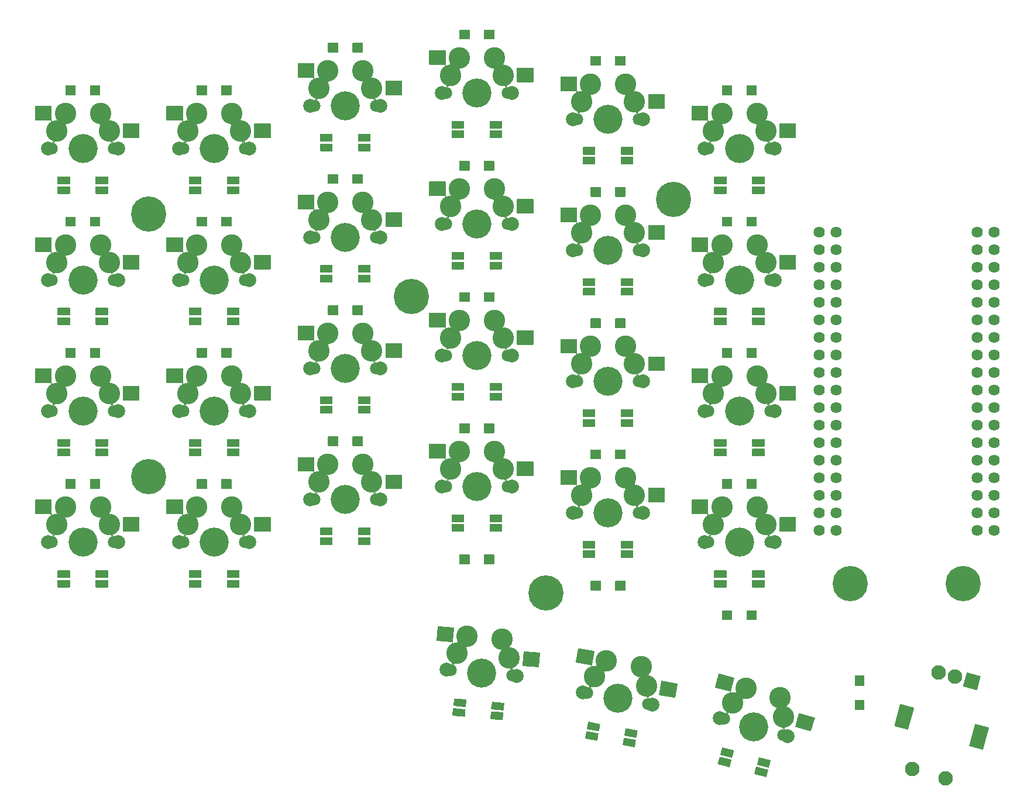
<source format=gts>
%TF.GenerationSoftware,KiCad,Pcbnew,5.1.10*%
%TF.CreationDate,2021-09-07T21:41:42+02:00*%
%TF.ProjectId,mini,6d696e69-2e6b-4696-9361-645f70636258,rev?*%
%TF.SameCoordinates,Original*%
%TF.FileFunction,Soldermask,Top*%
%TF.FilePolarity,Negative*%
%FSLAX46Y46*%
G04 Gerber Fmt 4.6, Leading zero omitted, Abs format (unit mm)*
G04 Created by KiCad (PCBNEW 5.1.10) date 2021-09-07 21:41:42*
%MOMM*%
%LPD*%
G01*
G04 APERTURE LIST*
%ADD10C,1.802000*%
%ADD11C,2.002000*%
%ADD12C,4.202000*%
%ADD13C,3.102000*%
%ADD14C,1.626000*%
%ADD15C,2.102000*%
%ADD16C,5.102000*%
%ADD17C,0.100000*%
G04 APERTURE END LIST*
D10*
X184617666Y-148711686D03*
X175924334Y-146382314D03*
D11*
X175364097Y-146232199D03*
X185177903Y-148861801D03*
D12*
X180271000Y-147547000D03*
D13*
X184039252Y-143297497D03*
X184608578Y-146079648D03*
X179132349Y-141982696D03*
X177248223Y-144107448D03*
G36*
G01*
X177509272Y-140471107D02*
X176991634Y-142402959D01*
G75*
G02*
X176929172Y-142439021I-49262J13200D01*
G01*
X174707542Y-141843737D01*
G75*
G02*
X174671480Y-141781275I13200J49262D01*
G01*
X175189118Y-139849423D01*
G75*
G02*
X175251580Y-139813361I49262J-13200D01*
G01*
X177473210Y-140408645D01*
G75*
G02*
X177509272Y-140471107I-13200J-49262D01*
G01*
G37*
G36*
G01*
X189119130Y-146211561D02*
X188601492Y-148143413D01*
G75*
G02*
X188539030Y-148179475I-49262J13200D01*
G01*
X186317400Y-147584191D01*
G75*
G02*
X186281338Y-147521729I13200J49262D01*
G01*
X186798976Y-145589877D01*
G75*
G02*
X186861438Y-145553815I49262J-13200D01*
G01*
X189083068Y-146149099D01*
G75*
G02*
X189119130Y-146211561I-13200J-49262D01*
G01*
G37*
G36*
G01*
X80674000Y-113026000D02*
X80674000Y-111726000D01*
G75*
G02*
X80725000Y-111675000I51000J0D01*
G01*
X82125000Y-111675000D01*
G75*
G02*
X82176000Y-111726000I0J-51000D01*
G01*
X82176000Y-113026000D01*
G75*
G02*
X82125000Y-113077000I-51000J0D01*
G01*
X80725000Y-113077000D01*
G75*
G02*
X80674000Y-113026000I0J51000D01*
G01*
G37*
G36*
G01*
X84224000Y-113026000D02*
X84224000Y-111726000D01*
G75*
G02*
X84275000Y-111675000I51000J0D01*
G01*
X85675000Y-111675000D01*
G75*
G02*
X85726000Y-111726000I0J-51000D01*
G01*
X85726000Y-113026000D01*
G75*
G02*
X85675000Y-113077000I-51000J0D01*
G01*
X84275000Y-113077000D01*
G75*
G02*
X84224000Y-113026000I0J51000D01*
G01*
G37*
G36*
G01*
X175674000Y-132026000D02*
X175674000Y-130726000D01*
G75*
G02*
X175725000Y-130675000I51000J0D01*
G01*
X177125000Y-130675000D01*
G75*
G02*
X177176000Y-130726000I0J-51000D01*
G01*
X177176000Y-132026000D01*
G75*
G02*
X177125000Y-132077000I-51000J0D01*
G01*
X175725000Y-132077000D01*
G75*
G02*
X175674000Y-132026000I0J51000D01*
G01*
G37*
G36*
G01*
X179224000Y-132026000D02*
X179224000Y-130726000D01*
G75*
G02*
X179275000Y-130675000I51000J0D01*
G01*
X180675000Y-130675000D01*
G75*
G02*
X180726000Y-130726000I0J-51000D01*
G01*
X180726000Y-132026000D01*
G75*
G02*
X180675000Y-132077000I-51000J0D01*
G01*
X179275000Y-132077000D01*
G75*
G02*
X179224000Y-132026000I0J51000D01*
G01*
G37*
G36*
G01*
X156674000Y-127751000D02*
X156674000Y-126451000D01*
G75*
G02*
X156725000Y-126400000I51000J0D01*
G01*
X158125000Y-126400000D01*
G75*
G02*
X158176000Y-126451000I0J-51000D01*
G01*
X158176000Y-127751000D01*
G75*
G02*
X158125000Y-127802000I-51000J0D01*
G01*
X156725000Y-127802000D01*
G75*
G02*
X156674000Y-127751000I0J51000D01*
G01*
G37*
G36*
G01*
X160224000Y-127751000D02*
X160224000Y-126451000D01*
G75*
G02*
X160275000Y-126400000I51000J0D01*
G01*
X161675000Y-126400000D01*
G75*
G02*
X161726000Y-126451000I0J-51000D01*
G01*
X161726000Y-127751000D01*
G75*
G02*
X161675000Y-127802000I-51000J0D01*
G01*
X160275000Y-127802000D01*
G75*
G02*
X160224000Y-127751000I0J51000D01*
G01*
G37*
G36*
G01*
X137674000Y-123951000D02*
X137674000Y-122651000D01*
G75*
G02*
X137725000Y-122600000I51000J0D01*
G01*
X139125000Y-122600000D01*
G75*
G02*
X139176000Y-122651000I0J-51000D01*
G01*
X139176000Y-123951000D01*
G75*
G02*
X139125000Y-124002000I-51000J0D01*
G01*
X137725000Y-124002000D01*
G75*
G02*
X137674000Y-123951000I0J51000D01*
G01*
G37*
G36*
G01*
X141224000Y-123951000D02*
X141224000Y-122651000D01*
G75*
G02*
X141275000Y-122600000I51000J0D01*
G01*
X142675000Y-122600000D01*
G75*
G02*
X142726000Y-122651000I0J-51000D01*
G01*
X142726000Y-123951000D01*
G75*
G02*
X142675000Y-124002000I-51000J0D01*
G01*
X141275000Y-124002000D01*
G75*
G02*
X141224000Y-123951000I0J51000D01*
G01*
G37*
G36*
G01*
X194950000Y-140074000D02*
X196250000Y-140074000D01*
G75*
G02*
X196301000Y-140125000I0J-51000D01*
G01*
X196301000Y-141525000D01*
G75*
G02*
X196250000Y-141576000I-51000J0D01*
G01*
X194950000Y-141576000D01*
G75*
G02*
X194899000Y-141525000I0J51000D01*
G01*
X194899000Y-140125000D01*
G75*
G02*
X194950000Y-140074000I51000J0D01*
G01*
G37*
G36*
G01*
X194950000Y-143624000D02*
X196250000Y-143624000D01*
G75*
G02*
X196301000Y-143675000I0J-51000D01*
G01*
X196301000Y-145075000D01*
G75*
G02*
X196250000Y-145126000I-51000J0D01*
G01*
X194950000Y-145126000D01*
G75*
G02*
X194899000Y-145075000I0J51000D01*
G01*
X194899000Y-143675000D01*
G75*
G02*
X194950000Y-143624000I51000J0D01*
G01*
G37*
G36*
G01*
X175674000Y-113026000D02*
X175674000Y-111726000D01*
G75*
G02*
X175725000Y-111675000I51000J0D01*
G01*
X177125000Y-111675000D01*
G75*
G02*
X177176000Y-111726000I0J-51000D01*
G01*
X177176000Y-113026000D01*
G75*
G02*
X177125000Y-113077000I-51000J0D01*
G01*
X175725000Y-113077000D01*
G75*
G02*
X175674000Y-113026000I0J51000D01*
G01*
G37*
G36*
G01*
X179224000Y-113026000D02*
X179224000Y-111726000D01*
G75*
G02*
X179275000Y-111675000I51000J0D01*
G01*
X180675000Y-111675000D01*
G75*
G02*
X180726000Y-111726000I0J-51000D01*
G01*
X180726000Y-113026000D01*
G75*
G02*
X180675000Y-113077000I-51000J0D01*
G01*
X179275000Y-113077000D01*
G75*
G02*
X179224000Y-113026000I0J51000D01*
G01*
G37*
G36*
G01*
X156674000Y-108751000D02*
X156674000Y-107451000D01*
G75*
G02*
X156725000Y-107400000I51000J0D01*
G01*
X158125000Y-107400000D01*
G75*
G02*
X158176000Y-107451000I0J-51000D01*
G01*
X158176000Y-108751000D01*
G75*
G02*
X158125000Y-108802000I-51000J0D01*
G01*
X156725000Y-108802000D01*
G75*
G02*
X156674000Y-108751000I0J51000D01*
G01*
G37*
G36*
G01*
X160224000Y-108751000D02*
X160224000Y-107451000D01*
G75*
G02*
X160275000Y-107400000I51000J0D01*
G01*
X161675000Y-107400000D01*
G75*
G02*
X161726000Y-107451000I0J-51000D01*
G01*
X161726000Y-108751000D01*
G75*
G02*
X161675000Y-108802000I-51000J0D01*
G01*
X160275000Y-108802000D01*
G75*
G02*
X160224000Y-108751000I0J51000D01*
G01*
G37*
G36*
G01*
X137674000Y-104951000D02*
X137674000Y-103651000D01*
G75*
G02*
X137725000Y-103600000I51000J0D01*
G01*
X139125000Y-103600000D01*
G75*
G02*
X139176000Y-103651000I0J-51000D01*
G01*
X139176000Y-104951000D01*
G75*
G02*
X139125000Y-105002000I-51000J0D01*
G01*
X137725000Y-105002000D01*
G75*
G02*
X137674000Y-104951000I0J51000D01*
G01*
G37*
G36*
G01*
X141224000Y-104951000D02*
X141224000Y-103651000D01*
G75*
G02*
X141275000Y-103600000I51000J0D01*
G01*
X142675000Y-103600000D01*
G75*
G02*
X142726000Y-103651000I0J-51000D01*
G01*
X142726000Y-104951000D01*
G75*
G02*
X142675000Y-105002000I-51000J0D01*
G01*
X141275000Y-105002000D01*
G75*
G02*
X141224000Y-104951000I0J51000D01*
G01*
G37*
G36*
G01*
X118674000Y-106851000D02*
X118674000Y-105551000D01*
G75*
G02*
X118725000Y-105500000I51000J0D01*
G01*
X120125000Y-105500000D01*
G75*
G02*
X120176000Y-105551000I0J-51000D01*
G01*
X120176000Y-106851000D01*
G75*
G02*
X120125000Y-106902000I-51000J0D01*
G01*
X118725000Y-106902000D01*
G75*
G02*
X118674000Y-106851000I0J51000D01*
G01*
G37*
G36*
G01*
X122224000Y-106851000D02*
X122224000Y-105551000D01*
G75*
G02*
X122275000Y-105500000I51000J0D01*
G01*
X123675000Y-105500000D01*
G75*
G02*
X123726000Y-105551000I0J-51000D01*
G01*
X123726000Y-106851000D01*
G75*
G02*
X123675000Y-106902000I-51000J0D01*
G01*
X122275000Y-106902000D01*
G75*
G02*
X122224000Y-106851000I0J51000D01*
G01*
G37*
G36*
G01*
X99674000Y-113026000D02*
X99674000Y-111726000D01*
G75*
G02*
X99725000Y-111675000I51000J0D01*
G01*
X101125000Y-111675000D01*
G75*
G02*
X101176000Y-111726000I0J-51000D01*
G01*
X101176000Y-113026000D01*
G75*
G02*
X101125000Y-113077000I-51000J0D01*
G01*
X99725000Y-113077000D01*
G75*
G02*
X99674000Y-113026000I0J51000D01*
G01*
G37*
G36*
G01*
X103224000Y-113026000D02*
X103224000Y-111726000D01*
G75*
G02*
X103275000Y-111675000I51000J0D01*
G01*
X104675000Y-111675000D01*
G75*
G02*
X104726000Y-111726000I0J-51000D01*
G01*
X104726000Y-113026000D01*
G75*
G02*
X104675000Y-113077000I-51000J0D01*
G01*
X103275000Y-113077000D01*
G75*
G02*
X103224000Y-113026000I0J51000D01*
G01*
G37*
G36*
G01*
X175674000Y-94025600D02*
X175674000Y-92725600D01*
G75*
G02*
X175725000Y-92674600I51000J0D01*
G01*
X177125000Y-92674600D01*
G75*
G02*
X177176000Y-92725600I0J-51000D01*
G01*
X177176000Y-94025600D01*
G75*
G02*
X177125000Y-94076600I-51000J0D01*
G01*
X175725000Y-94076600D01*
G75*
G02*
X175674000Y-94025600I0J51000D01*
G01*
G37*
G36*
G01*
X179224000Y-94025600D02*
X179224000Y-92725600D01*
G75*
G02*
X179275000Y-92674600I51000J0D01*
G01*
X180675000Y-92674600D01*
G75*
G02*
X180726000Y-92725600I0J-51000D01*
G01*
X180726000Y-94025600D01*
G75*
G02*
X180675000Y-94076600I-51000J0D01*
G01*
X179275000Y-94076600D01*
G75*
G02*
X179224000Y-94025600I0J51000D01*
G01*
G37*
G36*
G01*
X156674000Y-89750600D02*
X156674000Y-88450600D01*
G75*
G02*
X156725000Y-88399600I51000J0D01*
G01*
X158125000Y-88399600D01*
G75*
G02*
X158176000Y-88450600I0J-51000D01*
G01*
X158176000Y-89750600D01*
G75*
G02*
X158125000Y-89801600I-51000J0D01*
G01*
X156725000Y-89801600D01*
G75*
G02*
X156674000Y-89750600I0J51000D01*
G01*
G37*
G36*
G01*
X160224000Y-89750600D02*
X160224000Y-88450600D01*
G75*
G02*
X160275000Y-88399600I51000J0D01*
G01*
X161675000Y-88399600D01*
G75*
G02*
X161726000Y-88450600I0J-51000D01*
G01*
X161726000Y-89750600D01*
G75*
G02*
X161675000Y-89801600I-51000J0D01*
G01*
X160275000Y-89801600D01*
G75*
G02*
X160224000Y-89750600I0J51000D01*
G01*
G37*
G36*
G01*
X137674000Y-85950600D02*
X137674000Y-84650600D01*
G75*
G02*
X137725000Y-84599600I51000J0D01*
G01*
X139125000Y-84599600D01*
G75*
G02*
X139176000Y-84650600I0J-51000D01*
G01*
X139176000Y-85950600D01*
G75*
G02*
X139125000Y-86001600I-51000J0D01*
G01*
X137725000Y-86001600D01*
G75*
G02*
X137674000Y-85950600I0J51000D01*
G01*
G37*
G36*
G01*
X141224000Y-85950600D02*
X141224000Y-84650600D01*
G75*
G02*
X141275000Y-84599600I51000J0D01*
G01*
X142675000Y-84599600D01*
G75*
G02*
X142726000Y-84650600I0J-51000D01*
G01*
X142726000Y-85950600D01*
G75*
G02*
X142675000Y-86001600I-51000J0D01*
G01*
X141275000Y-86001600D01*
G75*
G02*
X141224000Y-85950600I0J51000D01*
G01*
G37*
G36*
G01*
X118674000Y-87850600D02*
X118674000Y-86550600D01*
G75*
G02*
X118725000Y-86499600I51000J0D01*
G01*
X120125000Y-86499600D01*
G75*
G02*
X120176000Y-86550600I0J-51000D01*
G01*
X120176000Y-87850600D01*
G75*
G02*
X120125000Y-87901600I-51000J0D01*
G01*
X118725000Y-87901600D01*
G75*
G02*
X118674000Y-87850600I0J51000D01*
G01*
G37*
G36*
G01*
X122224000Y-87850600D02*
X122224000Y-86550600D01*
G75*
G02*
X122275000Y-86499600I51000J0D01*
G01*
X123675000Y-86499600D01*
G75*
G02*
X123726000Y-86550600I0J-51000D01*
G01*
X123726000Y-87850600D01*
G75*
G02*
X123675000Y-87901600I-51000J0D01*
G01*
X122275000Y-87901600D01*
G75*
G02*
X122224000Y-87850600I0J51000D01*
G01*
G37*
G36*
G01*
X99674000Y-94025600D02*
X99674000Y-92725600D01*
G75*
G02*
X99725000Y-92674600I51000J0D01*
G01*
X101125000Y-92674600D01*
G75*
G02*
X101176000Y-92725600I0J-51000D01*
G01*
X101176000Y-94025600D01*
G75*
G02*
X101125000Y-94076600I-51000J0D01*
G01*
X99725000Y-94076600D01*
G75*
G02*
X99674000Y-94025600I0J51000D01*
G01*
G37*
G36*
G01*
X103224000Y-94025600D02*
X103224000Y-92725600D01*
G75*
G02*
X103275000Y-92674600I51000J0D01*
G01*
X104675000Y-92674600D01*
G75*
G02*
X104726000Y-92725600I0J-51000D01*
G01*
X104726000Y-94025600D01*
G75*
G02*
X104675000Y-94076600I-51000J0D01*
G01*
X103275000Y-94076600D01*
G75*
G02*
X103224000Y-94025600I0J51000D01*
G01*
G37*
G36*
G01*
X80674000Y-94025600D02*
X80674000Y-92725600D01*
G75*
G02*
X80725000Y-92674600I51000J0D01*
G01*
X82125000Y-92674600D01*
G75*
G02*
X82176000Y-92725600I0J-51000D01*
G01*
X82176000Y-94025600D01*
G75*
G02*
X82125000Y-94076600I-51000J0D01*
G01*
X80725000Y-94076600D01*
G75*
G02*
X80674000Y-94025600I0J51000D01*
G01*
G37*
G36*
G01*
X84224000Y-94025600D02*
X84224000Y-92725600D01*
G75*
G02*
X84275000Y-92674600I51000J0D01*
G01*
X85675000Y-92674600D01*
G75*
G02*
X85726000Y-92725600I0J-51000D01*
G01*
X85726000Y-94025600D01*
G75*
G02*
X85675000Y-94076600I-51000J0D01*
G01*
X84275000Y-94076600D01*
G75*
G02*
X84224000Y-94025600I0J51000D01*
G01*
G37*
G36*
G01*
X175674000Y-75025600D02*
X175674000Y-73725600D01*
G75*
G02*
X175725000Y-73674600I51000J0D01*
G01*
X177125000Y-73674600D01*
G75*
G02*
X177176000Y-73725600I0J-51000D01*
G01*
X177176000Y-75025600D01*
G75*
G02*
X177125000Y-75076600I-51000J0D01*
G01*
X175725000Y-75076600D01*
G75*
G02*
X175674000Y-75025600I0J51000D01*
G01*
G37*
G36*
G01*
X179224000Y-75025600D02*
X179224000Y-73725600D01*
G75*
G02*
X179275000Y-73674600I51000J0D01*
G01*
X180675000Y-73674600D01*
G75*
G02*
X180726000Y-73725600I0J-51000D01*
G01*
X180726000Y-75025600D01*
G75*
G02*
X180675000Y-75076600I-51000J0D01*
G01*
X179275000Y-75076600D01*
G75*
G02*
X179224000Y-75025600I0J51000D01*
G01*
G37*
G36*
G01*
X156674000Y-70750600D02*
X156674000Y-69450600D01*
G75*
G02*
X156725000Y-69399600I51000J0D01*
G01*
X158125000Y-69399600D01*
G75*
G02*
X158176000Y-69450600I0J-51000D01*
G01*
X158176000Y-70750600D01*
G75*
G02*
X158125000Y-70801600I-51000J0D01*
G01*
X156725000Y-70801600D01*
G75*
G02*
X156674000Y-70750600I0J51000D01*
G01*
G37*
G36*
G01*
X160224000Y-70750600D02*
X160224000Y-69450600D01*
G75*
G02*
X160275000Y-69399600I51000J0D01*
G01*
X161675000Y-69399600D01*
G75*
G02*
X161726000Y-69450600I0J-51000D01*
G01*
X161726000Y-70750600D01*
G75*
G02*
X161675000Y-70801600I-51000J0D01*
G01*
X160275000Y-70801600D01*
G75*
G02*
X160224000Y-70750600I0J51000D01*
G01*
G37*
G36*
G01*
X137674000Y-66950600D02*
X137674000Y-65650600D01*
G75*
G02*
X137725000Y-65599600I51000J0D01*
G01*
X139125000Y-65599600D01*
G75*
G02*
X139176000Y-65650600I0J-51000D01*
G01*
X139176000Y-66950600D01*
G75*
G02*
X139125000Y-67001600I-51000J0D01*
G01*
X137725000Y-67001600D01*
G75*
G02*
X137674000Y-66950600I0J51000D01*
G01*
G37*
G36*
G01*
X141224000Y-66950600D02*
X141224000Y-65650600D01*
G75*
G02*
X141275000Y-65599600I51000J0D01*
G01*
X142675000Y-65599600D01*
G75*
G02*
X142726000Y-65650600I0J-51000D01*
G01*
X142726000Y-66950600D01*
G75*
G02*
X142675000Y-67001600I-51000J0D01*
G01*
X141275000Y-67001600D01*
G75*
G02*
X141224000Y-66950600I0J51000D01*
G01*
G37*
G36*
G01*
X118674000Y-68850600D02*
X118674000Y-67550600D01*
G75*
G02*
X118725000Y-67499600I51000J0D01*
G01*
X120125000Y-67499600D01*
G75*
G02*
X120176000Y-67550600I0J-51000D01*
G01*
X120176000Y-68850600D01*
G75*
G02*
X120125000Y-68901600I-51000J0D01*
G01*
X118725000Y-68901600D01*
G75*
G02*
X118674000Y-68850600I0J51000D01*
G01*
G37*
G36*
G01*
X122224000Y-68850600D02*
X122224000Y-67550600D01*
G75*
G02*
X122275000Y-67499600I51000J0D01*
G01*
X123675000Y-67499600D01*
G75*
G02*
X123726000Y-67550600I0J-51000D01*
G01*
X123726000Y-68850600D01*
G75*
G02*
X123675000Y-68901600I-51000J0D01*
G01*
X122275000Y-68901600D01*
G75*
G02*
X122224000Y-68850600I0J51000D01*
G01*
G37*
G36*
G01*
X99674000Y-75025600D02*
X99674000Y-73725600D01*
G75*
G02*
X99725000Y-73674600I51000J0D01*
G01*
X101125000Y-73674600D01*
G75*
G02*
X101176000Y-73725600I0J-51000D01*
G01*
X101176000Y-75025600D01*
G75*
G02*
X101125000Y-75076600I-51000J0D01*
G01*
X99725000Y-75076600D01*
G75*
G02*
X99674000Y-75025600I0J51000D01*
G01*
G37*
G36*
G01*
X103224000Y-75025600D02*
X103224000Y-73725600D01*
G75*
G02*
X103275000Y-73674600I51000J0D01*
G01*
X104675000Y-73674600D01*
G75*
G02*
X104726000Y-73725600I0J-51000D01*
G01*
X104726000Y-75025600D01*
G75*
G02*
X104675000Y-75076600I-51000J0D01*
G01*
X103275000Y-75076600D01*
G75*
G02*
X103224000Y-75025600I0J51000D01*
G01*
G37*
G36*
G01*
X80674000Y-75025600D02*
X80674000Y-73725600D01*
G75*
G02*
X80725000Y-73674600I51000J0D01*
G01*
X82125000Y-73674600D01*
G75*
G02*
X82176000Y-73725600I0J-51000D01*
G01*
X82176000Y-75025600D01*
G75*
G02*
X82125000Y-75076600I-51000J0D01*
G01*
X80725000Y-75076600D01*
G75*
G02*
X80674000Y-75025600I0J51000D01*
G01*
G37*
G36*
G01*
X84224000Y-75025600D02*
X84224000Y-73725600D01*
G75*
G02*
X84275000Y-73674600I51000J0D01*
G01*
X85675000Y-73674600D01*
G75*
G02*
X85726000Y-73725600I0J-51000D01*
G01*
X85726000Y-75025600D01*
G75*
G02*
X85675000Y-75076600I-51000J0D01*
G01*
X84275000Y-75076600D01*
G75*
G02*
X84224000Y-75025600I0J51000D01*
G01*
G37*
G36*
G01*
X175674000Y-56025600D02*
X175674000Y-54725600D01*
G75*
G02*
X175725000Y-54674600I51000J0D01*
G01*
X177125000Y-54674600D01*
G75*
G02*
X177176000Y-54725600I0J-51000D01*
G01*
X177176000Y-56025600D01*
G75*
G02*
X177125000Y-56076600I-51000J0D01*
G01*
X175725000Y-56076600D01*
G75*
G02*
X175674000Y-56025600I0J51000D01*
G01*
G37*
G36*
G01*
X179224000Y-56025600D02*
X179224000Y-54725600D01*
G75*
G02*
X179275000Y-54674600I51000J0D01*
G01*
X180675000Y-54674600D01*
G75*
G02*
X180726000Y-54725600I0J-51000D01*
G01*
X180726000Y-56025600D01*
G75*
G02*
X180675000Y-56076600I-51000J0D01*
G01*
X179275000Y-56076600D01*
G75*
G02*
X179224000Y-56025600I0J51000D01*
G01*
G37*
G36*
G01*
X156674000Y-51750600D02*
X156674000Y-50450600D01*
G75*
G02*
X156725000Y-50399600I51000J0D01*
G01*
X158125000Y-50399600D01*
G75*
G02*
X158176000Y-50450600I0J-51000D01*
G01*
X158176000Y-51750600D01*
G75*
G02*
X158125000Y-51801600I-51000J0D01*
G01*
X156725000Y-51801600D01*
G75*
G02*
X156674000Y-51750600I0J51000D01*
G01*
G37*
G36*
G01*
X160224000Y-51750600D02*
X160224000Y-50450600D01*
G75*
G02*
X160275000Y-50399600I51000J0D01*
G01*
X161675000Y-50399600D01*
G75*
G02*
X161726000Y-50450600I0J-51000D01*
G01*
X161726000Y-51750600D01*
G75*
G02*
X161675000Y-51801600I-51000J0D01*
G01*
X160275000Y-51801600D01*
G75*
G02*
X160224000Y-51750600I0J51000D01*
G01*
G37*
G36*
G01*
X137674000Y-47950600D02*
X137674000Y-46650600D01*
G75*
G02*
X137725000Y-46599600I51000J0D01*
G01*
X139125000Y-46599600D01*
G75*
G02*
X139176000Y-46650600I0J-51000D01*
G01*
X139176000Y-47950600D01*
G75*
G02*
X139125000Y-48001600I-51000J0D01*
G01*
X137725000Y-48001600D01*
G75*
G02*
X137674000Y-47950600I0J51000D01*
G01*
G37*
G36*
G01*
X141224000Y-47950600D02*
X141224000Y-46650600D01*
G75*
G02*
X141275000Y-46599600I51000J0D01*
G01*
X142675000Y-46599600D01*
G75*
G02*
X142726000Y-46650600I0J-51000D01*
G01*
X142726000Y-47950600D01*
G75*
G02*
X142675000Y-48001600I-51000J0D01*
G01*
X141275000Y-48001600D01*
G75*
G02*
X141224000Y-47950600I0J51000D01*
G01*
G37*
G36*
G01*
X118674000Y-49850600D02*
X118674000Y-48550600D01*
G75*
G02*
X118725000Y-48499600I51000J0D01*
G01*
X120125000Y-48499600D01*
G75*
G02*
X120176000Y-48550600I0J-51000D01*
G01*
X120176000Y-49850600D01*
G75*
G02*
X120125000Y-49901600I-51000J0D01*
G01*
X118725000Y-49901600D01*
G75*
G02*
X118674000Y-49850600I0J51000D01*
G01*
G37*
G36*
G01*
X122224000Y-49850600D02*
X122224000Y-48550600D01*
G75*
G02*
X122275000Y-48499600I51000J0D01*
G01*
X123675000Y-48499600D01*
G75*
G02*
X123726000Y-48550600I0J-51000D01*
G01*
X123726000Y-49850600D01*
G75*
G02*
X123675000Y-49901600I-51000J0D01*
G01*
X122275000Y-49901600D01*
G75*
G02*
X122224000Y-49850600I0J51000D01*
G01*
G37*
G36*
G01*
X99674000Y-56025600D02*
X99674000Y-54725600D01*
G75*
G02*
X99725000Y-54674600I51000J0D01*
G01*
X101125000Y-54674600D01*
G75*
G02*
X101176000Y-54725600I0J-51000D01*
G01*
X101176000Y-56025600D01*
G75*
G02*
X101125000Y-56076600I-51000J0D01*
G01*
X99725000Y-56076600D01*
G75*
G02*
X99674000Y-56025600I0J51000D01*
G01*
G37*
G36*
G01*
X103224000Y-56025600D02*
X103224000Y-54725600D01*
G75*
G02*
X103275000Y-54674600I51000J0D01*
G01*
X104675000Y-54674600D01*
G75*
G02*
X104726000Y-54725600I0J-51000D01*
G01*
X104726000Y-56025600D01*
G75*
G02*
X104675000Y-56076600I-51000J0D01*
G01*
X103275000Y-56076600D01*
G75*
G02*
X103224000Y-56025600I0J51000D01*
G01*
G37*
G36*
G01*
X80674000Y-56025600D02*
X80674000Y-54725600D01*
G75*
G02*
X80725000Y-54674600I51000J0D01*
G01*
X82125000Y-54674600D01*
G75*
G02*
X82176000Y-54725600I0J-51000D01*
G01*
X82176000Y-56025600D01*
G75*
G02*
X82125000Y-56076600I-51000J0D01*
G01*
X80725000Y-56076600D01*
G75*
G02*
X80674000Y-56025600I0J51000D01*
G01*
G37*
G36*
G01*
X84224000Y-56025600D02*
X84224000Y-54725600D01*
G75*
G02*
X84275000Y-54674600I51000J0D01*
G01*
X85675000Y-54674600D01*
G75*
G02*
X85726000Y-54725600I0J-51000D01*
G01*
X85726000Y-56025600D01*
G75*
G02*
X85675000Y-56076600I-51000J0D01*
G01*
X84275000Y-56076600D01*
G75*
G02*
X84224000Y-56025600I0J51000D01*
G01*
G37*
D10*
X165020635Y-144204417D03*
X156157365Y-142641583D03*
D11*
X155586177Y-142540867D03*
X165591823Y-144305133D03*
D12*
X160589000Y-143423000D03*
D13*
X163972544Y-138861243D03*
X164782184Y-141583187D03*
X158969721Y-137979110D03*
X157277949Y-140259989D03*
G36*
G01*
X157221076Y-136614734D02*
X156873780Y-138584349D01*
G75*
G02*
X156814699Y-138625718I-50225J8856D01*
G01*
X154549641Y-138226327D01*
G75*
G02*
X154508272Y-138167246I8856J50225D01*
G01*
X154855568Y-136197631D01*
G75*
G02*
X154914649Y-136156262I50225J-8856D01*
G01*
X157179707Y-136555653D01*
G75*
G02*
X157221076Y-136614734I-8856J-50225D01*
G01*
G37*
G36*
G01*
X169287069Y-141321477D02*
X168939773Y-143291092D01*
G75*
G02*
X168880692Y-143332461I-50225J8856D01*
G01*
X166615634Y-142933070D01*
G75*
G02*
X166574265Y-142873989I8856J50225D01*
G01*
X166921561Y-140904374D01*
G75*
G02*
X166980642Y-140863005I50225J-8856D01*
G01*
X169245700Y-141262396D01*
G75*
G02*
X169287069Y-141321477I-8856J-50225D01*
G01*
G37*
D14*
X212595025Y-119079949D03*
X212595025Y-116539949D03*
X212595025Y-113999949D03*
X212595025Y-111459949D03*
X212595025Y-108919949D03*
X212595025Y-106379949D03*
X212595025Y-103839949D03*
X212595025Y-101299949D03*
X212595025Y-98759949D03*
X212595025Y-93679949D03*
X212595025Y-91139949D03*
X212595025Y-88599949D03*
X212595025Y-86059949D03*
X212595025Y-83519949D03*
X212595025Y-80979949D03*
X212595025Y-78439949D03*
X212595025Y-75899949D03*
X189735025Y-119079949D03*
X189735025Y-116539949D03*
X189735025Y-113999949D03*
X189735025Y-111459949D03*
X189735025Y-108919949D03*
X189735025Y-106379949D03*
X189735025Y-103839949D03*
X189735025Y-101299949D03*
X189735025Y-98759949D03*
X189735025Y-93679949D03*
X189735025Y-91139949D03*
X189735025Y-88599949D03*
X189735025Y-86059949D03*
X189735025Y-83519949D03*
X189735025Y-80979949D03*
X189735025Y-78439949D03*
X189735025Y-75899949D03*
X189735025Y-96219949D03*
X212595025Y-96219949D03*
D15*
X203244452Y-153661433D03*
X208074081Y-154955528D03*
G36*
G01*
X201523200Y-144244051D02*
X203455051Y-144761689D01*
G75*
G02*
X203491113Y-144824151I-13200J-49262D01*
G01*
X202662892Y-147915113D01*
G75*
G02*
X202600430Y-147951175I-49262J13200D01*
G01*
X200668579Y-147433537D01*
G75*
G02*
X200632517Y-147371075I13200J49262D01*
G01*
X201460738Y-144280113D01*
G75*
G02*
X201523200Y-144244051I49262J-13200D01*
G01*
G37*
G36*
G01*
X212341570Y-147142825D02*
X214273421Y-147660463D01*
G75*
G02*
X214309483Y-147722925I-13200J-49262D01*
G01*
X213481262Y-150813887D01*
G75*
G02*
X213418800Y-150849949I-49262J13200D01*
G01*
X211486949Y-150332311D01*
G75*
G02*
X211450887Y-150269849I13200J49262D01*
G01*
X212279108Y-147178887D01*
G75*
G02*
X212341570Y-147142825I49262J-13200D01*
G01*
G37*
X206997328Y-139655509D03*
X209412143Y-140302556D03*
G36*
G01*
X211133050Y-139675597D02*
X213064902Y-140193235D01*
G75*
G02*
X213100964Y-140255697I-13200J-49262D01*
G01*
X212583326Y-142187549D01*
G75*
G02*
X212520864Y-142223611I-49262J13200D01*
G01*
X210589012Y-141705973D01*
G75*
G02*
X210552950Y-141643511I13200J49262D01*
G01*
X211070588Y-139711659D01*
G75*
G02*
X211133050Y-139675597I49262J-13200D01*
G01*
G37*
D10*
X87700000Y-63820000D03*
X78700000Y-63820000D03*
D11*
X78120000Y-63820000D03*
X88280000Y-63820000D03*
D12*
X83200000Y-63820000D03*
D13*
X85740000Y-58740000D03*
X87010000Y-61279999D03*
X80660000Y-58740000D03*
X79390000Y-61280000D03*
G36*
G01*
X78701000Y-57700000D02*
X78701000Y-59700000D01*
G75*
G02*
X78650000Y-59751000I-51000J0D01*
G01*
X76350000Y-59751000D01*
G75*
G02*
X76299000Y-59700000I0J51000D01*
G01*
X76299000Y-57700000D01*
G75*
G02*
X76350000Y-57649000I51000J0D01*
G01*
X78650000Y-57649000D01*
G75*
G02*
X78701000Y-57700000I0J-51000D01*
G01*
G37*
G36*
G01*
X91401000Y-60240000D02*
X91401000Y-62240000D01*
G75*
G02*
X91350000Y-62291000I-51000J0D01*
G01*
X89050000Y-62291000D01*
G75*
G02*
X88999000Y-62240000I0J51000D01*
G01*
X88999000Y-60240000D01*
G75*
G02*
X89050000Y-60189000I51000J0D01*
G01*
X91350000Y-60189000D01*
G75*
G02*
X91401000Y-60240000I0J-51000D01*
G01*
G37*
D10*
X106700000Y-63820000D03*
X97700000Y-63820000D03*
D11*
X97120000Y-63820000D03*
X107280000Y-63820000D03*
D12*
X102200000Y-63820000D03*
D13*
X104740000Y-58740000D03*
X106010000Y-61279999D03*
X99660000Y-58740000D03*
X98390000Y-61280000D03*
G36*
G01*
X97701000Y-57700000D02*
X97701000Y-59700000D01*
G75*
G02*
X97650000Y-59751000I-51000J0D01*
G01*
X95350000Y-59751000D01*
G75*
G02*
X95299000Y-59700000I0J51000D01*
G01*
X95299000Y-57700000D01*
G75*
G02*
X95350000Y-57649000I51000J0D01*
G01*
X97650000Y-57649000D01*
G75*
G02*
X97701000Y-57700000I0J-51000D01*
G01*
G37*
G36*
G01*
X110401000Y-60240000D02*
X110401000Y-62240000D01*
G75*
G02*
X110350000Y-62291000I-51000J0D01*
G01*
X108050000Y-62291000D01*
G75*
G02*
X107999000Y-62240000I0J51000D01*
G01*
X107999000Y-60240000D01*
G75*
G02*
X108050000Y-60189000I51000J0D01*
G01*
X110350000Y-60189000D01*
G75*
G02*
X110401000Y-60240000I0J-51000D01*
G01*
G37*
D10*
X125700000Y-57645000D03*
X116700000Y-57645000D03*
D11*
X116120000Y-57645000D03*
X126280000Y-57645000D03*
D12*
X121200000Y-57645000D03*
D13*
X123740000Y-52565000D03*
X125010000Y-55104999D03*
X118660000Y-52565000D03*
X117390000Y-55105000D03*
G36*
G01*
X116701000Y-51525000D02*
X116701000Y-53525000D01*
G75*
G02*
X116650000Y-53576000I-51000J0D01*
G01*
X114350000Y-53576000D01*
G75*
G02*
X114299000Y-53525000I0J51000D01*
G01*
X114299000Y-51525000D01*
G75*
G02*
X114350000Y-51474000I51000J0D01*
G01*
X116650000Y-51474000D01*
G75*
G02*
X116701000Y-51525000I0J-51000D01*
G01*
G37*
G36*
G01*
X129401000Y-54065000D02*
X129401000Y-56065000D01*
G75*
G02*
X129350000Y-56116000I-51000J0D01*
G01*
X127050000Y-56116000D01*
G75*
G02*
X126999000Y-56065000I0J51000D01*
G01*
X126999000Y-54065000D01*
G75*
G02*
X127050000Y-54014000I51000J0D01*
G01*
X129350000Y-54014000D01*
G75*
G02*
X129401000Y-54065000I0J-51000D01*
G01*
G37*
D10*
X144700000Y-55745000D03*
X135700000Y-55745000D03*
D11*
X135120000Y-55745000D03*
X145280000Y-55745000D03*
D12*
X140200000Y-55745000D03*
D13*
X142740000Y-50665000D03*
X144010000Y-53204999D03*
X137660000Y-50665000D03*
X136390000Y-53205000D03*
G36*
G01*
X135701000Y-49625000D02*
X135701000Y-51625000D01*
G75*
G02*
X135650000Y-51676000I-51000J0D01*
G01*
X133350000Y-51676000D01*
G75*
G02*
X133299000Y-51625000I0J51000D01*
G01*
X133299000Y-49625000D01*
G75*
G02*
X133350000Y-49574000I51000J0D01*
G01*
X135650000Y-49574000D01*
G75*
G02*
X135701000Y-49625000I0J-51000D01*
G01*
G37*
G36*
G01*
X148401000Y-52165000D02*
X148401000Y-54165000D01*
G75*
G02*
X148350000Y-54216000I-51000J0D01*
G01*
X146050000Y-54216000D01*
G75*
G02*
X145999000Y-54165000I0J51000D01*
G01*
X145999000Y-52165000D01*
G75*
G02*
X146050000Y-52114000I51000J0D01*
G01*
X148350000Y-52114000D01*
G75*
G02*
X148401000Y-52165000I0J-51000D01*
G01*
G37*
D10*
X163700000Y-59545000D03*
X154700000Y-59545000D03*
D11*
X154120000Y-59545000D03*
X164280000Y-59545000D03*
D12*
X159200000Y-59545000D03*
D13*
X161740000Y-54465000D03*
X163010000Y-57004999D03*
X156660000Y-54465000D03*
X155390000Y-57005000D03*
G36*
G01*
X154701000Y-53425000D02*
X154701000Y-55425000D01*
G75*
G02*
X154650000Y-55476000I-51000J0D01*
G01*
X152350000Y-55476000D01*
G75*
G02*
X152299000Y-55425000I0J51000D01*
G01*
X152299000Y-53425000D01*
G75*
G02*
X152350000Y-53374000I51000J0D01*
G01*
X154650000Y-53374000D01*
G75*
G02*
X154701000Y-53425000I0J-51000D01*
G01*
G37*
G36*
G01*
X167401000Y-55965000D02*
X167401000Y-57965000D01*
G75*
G02*
X167350000Y-58016000I-51000J0D01*
G01*
X165050000Y-58016000D01*
G75*
G02*
X164999000Y-57965000I0J51000D01*
G01*
X164999000Y-55965000D01*
G75*
G02*
X165050000Y-55914000I51000J0D01*
G01*
X167350000Y-55914000D01*
G75*
G02*
X167401000Y-55965000I0J-51000D01*
G01*
G37*
D10*
X182700000Y-63820000D03*
X173700000Y-63820000D03*
D11*
X173120000Y-63820000D03*
X183280000Y-63820000D03*
D12*
X178200000Y-63820000D03*
D13*
X180740000Y-58740000D03*
X182010000Y-61279999D03*
X175660000Y-58740000D03*
X174390000Y-61280000D03*
G36*
G01*
X173701000Y-57700000D02*
X173701000Y-59700000D01*
G75*
G02*
X173650000Y-59751000I-51000J0D01*
G01*
X171350000Y-59751000D01*
G75*
G02*
X171299000Y-59700000I0J51000D01*
G01*
X171299000Y-57700000D01*
G75*
G02*
X171350000Y-57649000I51000J0D01*
G01*
X173650000Y-57649000D01*
G75*
G02*
X173701000Y-57700000I0J-51000D01*
G01*
G37*
G36*
G01*
X186401000Y-60240000D02*
X186401000Y-62240000D01*
G75*
G02*
X186350000Y-62291000I-51000J0D01*
G01*
X184050000Y-62291000D01*
G75*
G02*
X183999000Y-62240000I0J51000D01*
G01*
X183999000Y-60240000D01*
G75*
G02*
X184050000Y-60189000I51000J0D01*
G01*
X186350000Y-60189000D01*
G75*
G02*
X186401000Y-60240000I0J-51000D01*
G01*
G37*
D10*
X87700000Y-82820000D03*
X78700000Y-82820000D03*
D11*
X78120000Y-82820000D03*
X88280000Y-82820000D03*
D12*
X83200000Y-82820000D03*
D13*
X85740000Y-77740000D03*
X87010000Y-80279999D03*
X80660000Y-77740000D03*
X79390000Y-80280000D03*
G36*
G01*
X78701000Y-76700000D02*
X78701000Y-78700000D01*
G75*
G02*
X78650000Y-78751000I-51000J0D01*
G01*
X76350000Y-78751000D01*
G75*
G02*
X76299000Y-78700000I0J51000D01*
G01*
X76299000Y-76700000D01*
G75*
G02*
X76350000Y-76649000I51000J0D01*
G01*
X78650000Y-76649000D01*
G75*
G02*
X78701000Y-76700000I0J-51000D01*
G01*
G37*
G36*
G01*
X91401000Y-79240000D02*
X91401000Y-81240000D01*
G75*
G02*
X91350000Y-81291000I-51000J0D01*
G01*
X89050000Y-81291000D01*
G75*
G02*
X88999000Y-81240000I0J51000D01*
G01*
X88999000Y-79240000D01*
G75*
G02*
X89050000Y-79189000I51000J0D01*
G01*
X91350000Y-79189000D01*
G75*
G02*
X91401000Y-79240000I0J-51000D01*
G01*
G37*
D10*
X106700000Y-82820000D03*
X97700000Y-82820000D03*
D11*
X97120000Y-82820000D03*
X107280000Y-82820000D03*
D12*
X102200000Y-82820000D03*
D13*
X104740000Y-77740000D03*
X106010000Y-80279999D03*
X99660000Y-77740000D03*
X98390000Y-80280000D03*
G36*
G01*
X97701000Y-76700000D02*
X97701000Y-78700000D01*
G75*
G02*
X97650000Y-78751000I-51000J0D01*
G01*
X95350000Y-78751000D01*
G75*
G02*
X95299000Y-78700000I0J51000D01*
G01*
X95299000Y-76700000D01*
G75*
G02*
X95350000Y-76649000I51000J0D01*
G01*
X97650000Y-76649000D01*
G75*
G02*
X97701000Y-76700000I0J-51000D01*
G01*
G37*
G36*
G01*
X110401000Y-79240000D02*
X110401000Y-81240000D01*
G75*
G02*
X110350000Y-81291000I-51000J0D01*
G01*
X108050000Y-81291000D01*
G75*
G02*
X107999000Y-81240000I0J51000D01*
G01*
X107999000Y-79240000D01*
G75*
G02*
X108050000Y-79189000I51000J0D01*
G01*
X110350000Y-79189000D01*
G75*
G02*
X110401000Y-79240000I0J-51000D01*
G01*
G37*
D10*
X125700000Y-76645000D03*
X116700000Y-76645000D03*
D11*
X116120000Y-76645000D03*
X126280000Y-76645000D03*
D12*
X121200000Y-76645000D03*
D13*
X123740000Y-71565000D03*
X125010000Y-74104999D03*
X118660000Y-71565000D03*
X117390000Y-74105000D03*
G36*
G01*
X116701000Y-70525000D02*
X116701000Y-72525000D01*
G75*
G02*
X116650000Y-72576000I-51000J0D01*
G01*
X114350000Y-72576000D01*
G75*
G02*
X114299000Y-72525000I0J51000D01*
G01*
X114299000Y-70525000D01*
G75*
G02*
X114350000Y-70474000I51000J0D01*
G01*
X116650000Y-70474000D01*
G75*
G02*
X116701000Y-70525000I0J-51000D01*
G01*
G37*
G36*
G01*
X129401000Y-73065000D02*
X129401000Y-75065000D01*
G75*
G02*
X129350000Y-75116000I-51000J0D01*
G01*
X127050000Y-75116000D01*
G75*
G02*
X126999000Y-75065000I0J51000D01*
G01*
X126999000Y-73065000D01*
G75*
G02*
X127050000Y-73014000I51000J0D01*
G01*
X129350000Y-73014000D01*
G75*
G02*
X129401000Y-73065000I0J-51000D01*
G01*
G37*
D10*
X144700000Y-74745000D03*
X135700000Y-74745000D03*
D11*
X135120000Y-74745000D03*
X145280000Y-74745000D03*
D12*
X140200000Y-74745000D03*
D13*
X142740000Y-69665000D03*
X144010000Y-72204999D03*
X137660000Y-69665000D03*
X136390000Y-72205000D03*
G36*
G01*
X135701000Y-68625000D02*
X135701000Y-70625000D01*
G75*
G02*
X135650000Y-70676000I-51000J0D01*
G01*
X133350000Y-70676000D01*
G75*
G02*
X133299000Y-70625000I0J51000D01*
G01*
X133299000Y-68625000D01*
G75*
G02*
X133350000Y-68574000I51000J0D01*
G01*
X135650000Y-68574000D01*
G75*
G02*
X135701000Y-68625000I0J-51000D01*
G01*
G37*
G36*
G01*
X148401000Y-71165000D02*
X148401000Y-73165000D01*
G75*
G02*
X148350000Y-73216000I-51000J0D01*
G01*
X146050000Y-73216000D01*
G75*
G02*
X145999000Y-73165000I0J51000D01*
G01*
X145999000Y-71165000D01*
G75*
G02*
X146050000Y-71114000I51000J0D01*
G01*
X148350000Y-71114000D01*
G75*
G02*
X148401000Y-71165000I0J-51000D01*
G01*
G37*
D10*
X163700000Y-78545000D03*
X154700000Y-78545000D03*
D11*
X154120000Y-78545000D03*
X164280000Y-78545000D03*
D12*
X159200000Y-78545000D03*
D13*
X161740000Y-73465000D03*
X163010000Y-76004999D03*
X156660000Y-73465000D03*
X155390000Y-76005000D03*
G36*
G01*
X154701000Y-72425000D02*
X154701000Y-74425000D01*
G75*
G02*
X154650000Y-74476000I-51000J0D01*
G01*
X152350000Y-74476000D01*
G75*
G02*
X152299000Y-74425000I0J51000D01*
G01*
X152299000Y-72425000D01*
G75*
G02*
X152350000Y-72374000I51000J0D01*
G01*
X154650000Y-72374000D01*
G75*
G02*
X154701000Y-72425000I0J-51000D01*
G01*
G37*
G36*
G01*
X167401000Y-74965000D02*
X167401000Y-76965000D01*
G75*
G02*
X167350000Y-77016000I-51000J0D01*
G01*
X165050000Y-77016000D01*
G75*
G02*
X164999000Y-76965000I0J51000D01*
G01*
X164999000Y-74965000D01*
G75*
G02*
X165050000Y-74914000I51000J0D01*
G01*
X167350000Y-74914000D01*
G75*
G02*
X167401000Y-74965000I0J-51000D01*
G01*
G37*
D10*
X182700000Y-82820000D03*
X173700000Y-82820000D03*
D11*
X173120000Y-82820000D03*
X183280000Y-82820000D03*
D12*
X178200000Y-82820000D03*
D13*
X180740000Y-77740000D03*
X182010000Y-80279999D03*
X175660000Y-77740000D03*
X174390000Y-80280000D03*
G36*
G01*
X173701000Y-76700000D02*
X173701000Y-78700000D01*
G75*
G02*
X173650000Y-78751000I-51000J0D01*
G01*
X171350000Y-78751000D01*
G75*
G02*
X171299000Y-78700000I0J51000D01*
G01*
X171299000Y-76700000D01*
G75*
G02*
X171350000Y-76649000I51000J0D01*
G01*
X173650000Y-76649000D01*
G75*
G02*
X173701000Y-76700000I0J-51000D01*
G01*
G37*
G36*
G01*
X186401000Y-79240000D02*
X186401000Y-81240000D01*
G75*
G02*
X186350000Y-81291000I-51000J0D01*
G01*
X184050000Y-81291000D01*
G75*
G02*
X183999000Y-81240000I0J51000D01*
G01*
X183999000Y-79240000D01*
G75*
G02*
X184050000Y-79189000I51000J0D01*
G01*
X186350000Y-79189000D01*
G75*
G02*
X186401000Y-79240000I0J-51000D01*
G01*
G37*
D10*
X87700000Y-101820000D03*
X78700000Y-101820000D03*
D11*
X78120000Y-101820000D03*
X88280000Y-101820000D03*
D12*
X83200000Y-101820000D03*
D13*
X85740000Y-96740000D03*
X87010000Y-99279999D03*
X80660000Y-96740000D03*
X79390000Y-99280000D03*
G36*
G01*
X78701000Y-95700000D02*
X78701000Y-97700000D01*
G75*
G02*
X78650000Y-97751000I-51000J0D01*
G01*
X76350000Y-97751000D01*
G75*
G02*
X76299000Y-97700000I0J51000D01*
G01*
X76299000Y-95700000D01*
G75*
G02*
X76350000Y-95649000I51000J0D01*
G01*
X78650000Y-95649000D01*
G75*
G02*
X78701000Y-95700000I0J-51000D01*
G01*
G37*
G36*
G01*
X91401000Y-98240000D02*
X91401000Y-100240000D01*
G75*
G02*
X91350000Y-100291000I-51000J0D01*
G01*
X89050000Y-100291000D01*
G75*
G02*
X88999000Y-100240000I0J51000D01*
G01*
X88999000Y-98240000D01*
G75*
G02*
X89050000Y-98189000I51000J0D01*
G01*
X91350000Y-98189000D01*
G75*
G02*
X91401000Y-98240000I0J-51000D01*
G01*
G37*
D10*
X106700000Y-101820000D03*
X97700000Y-101820000D03*
D11*
X97120000Y-101820000D03*
X107280000Y-101820000D03*
D12*
X102200000Y-101820000D03*
D13*
X104740000Y-96740000D03*
X106010000Y-99279999D03*
X99660000Y-96740000D03*
X98390000Y-99280000D03*
G36*
G01*
X97701000Y-95700000D02*
X97701000Y-97700000D01*
G75*
G02*
X97650000Y-97751000I-51000J0D01*
G01*
X95350000Y-97751000D01*
G75*
G02*
X95299000Y-97700000I0J51000D01*
G01*
X95299000Y-95700000D01*
G75*
G02*
X95350000Y-95649000I51000J0D01*
G01*
X97650000Y-95649000D01*
G75*
G02*
X97701000Y-95700000I0J-51000D01*
G01*
G37*
G36*
G01*
X110401000Y-98240000D02*
X110401000Y-100240000D01*
G75*
G02*
X110350000Y-100291000I-51000J0D01*
G01*
X108050000Y-100291000D01*
G75*
G02*
X107999000Y-100240000I0J51000D01*
G01*
X107999000Y-98240000D01*
G75*
G02*
X108050000Y-98189000I51000J0D01*
G01*
X110350000Y-98189000D01*
G75*
G02*
X110401000Y-98240000I0J-51000D01*
G01*
G37*
D10*
X125700000Y-95645000D03*
X116700000Y-95645000D03*
D11*
X116120000Y-95645000D03*
X126280000Y-95645000D03*
D12*
X121200000Y-95645000D03*
D13*
X123740000Y-90565000D03*
X125010000Y-93104999D03*
X118660000Y-90565000D03*
X117390000Y-93105000D03*
G36*
G01*
X116701000Y-89525000D02*
X116701000Y-91525000D01*
G75*
G02*
X116650000Y-91576000I-51000J0D01*
G01*
X114350000Y-91576000D01*
G75*
G02*
X114299000Y-91525000I0J51000D01*
G01*
X114299000Y-89525000D01*
G75*
G02*
X114350000Y-89474000I51000J0D01*
G01*
X116650000Y-89474000D01*
G75*
G02*
X116701000Y-89525000I0J-51000D01*
G01*
G37*
G36*
G01*
X129401000Y-92065000D02*
X129401000Y-94065000D01*
G75*
G02*
X129350000Y-94116000I-51000J0D01*
G01*
X127050000Y-94116000D01*
G75*
G02*
X126999000Y-94065000I0J51000D01*
G01*
X126999000Y-92065000D01*
G75*
G02*
X127050000Y-92014000I51000J0D01*
G01*
X129350000Y-92014000D01*
G75*
G02*
X129401000Y-92065000I0J-51000D01*
G01*
G37*
D10*
X144700000Y-93745000D03*
X135700000Y-93745000D03*
D11*
X135120000Y-93745000D03*
X145280000Y-93745000D03*
D12*
X140200000Y-93745000D03*
D13*
X142740000Y-88665000D03*
X144010000Y-91204999D03*
X137660000Y-88665000D03*
X136390000Y-91205000D03*
G36*
G01*
X135701000Y-87625000D02*
X135701000Y-89625000D01*
G75*
G02*
X135650000Y-89676000I-51000J0D01*
G01*
X133350000Y-89676000D01*
G75*
G02*
X133299000Y-89625000I0J51000D01*
G01*
X133299000Y-87625000D01*
G75*
G02*
X133350000Y-87574000I51000J0D01*
G01*
X135650000Y-87574000D01*
G75*
G02*
X135701000Y-87625000I0J-51000D01*
G01*
G37*
G36*
G01*
X148401000Y-90165000D02*
X148401000Y-92165000D01*
G75*
G02*
X148350000Y-92216000I-51000J0D01*
G01*
X146050000Y-92216000D01*
G75*
G02*
X145999000Y-92165000I0J51000D01*
G01*
X145999000Y-90165000D01*
G75*
G02*
X146050000Y-90114000I51000J0D01*
G01*
X148350000Y-90114000D01*
G75*
G02*
X148401000Y-90165000I0J-51000D01*
G01*
G37*
D10*
X163700000Y-97545000D03*
X154700000Y-97545000D03*
D11*
X154120000Y-97545000D03*
X164280000Y-97545000D03*
D12*
X159200000Y-97545000D03*
D13*
X161740000Y-92465000D03*
X163010000Y-95004999D03*
X156660000Y-92465000D03*
X155390000Y-95005000D03*
G36*
G01*
X154701000Y-91425000D02*
X154701000Y-93425000D01*
G75*
G02*
X154650000Y-93476000I-51000J0D01*
G01*
X152350000Y-93476000D01*
G75*
G02*
X152299000Y-93425000I0J51000D01*
G01*
X152299000Y-91425000D01*
G75*
G02*
X152350000Y-91374000I51000J0D01*
G01*
X154650000Y-91374000D01*
G75*
G02*
X154701000Y-91425000I0J-51000D01*
G01*
G37*
G36*
G01*
X167401000Y-93965000D02*
X167401000Y-95965000D01*
G75*
G02*
X167350000Y-96016000I-51000J0D01*
G01*
X165050000Y-96016000D01*
G75*
G02*
X164999000Y-95965000I0J51000D01*
G01*
X164999000Y-93965000D01*
G75*
G02*
X165050000Y-93914000I51000J0D01*
G01*
X167350000Y-93914000D01*
G75*
G02*
X167401000Y-93965000I0J-51000D01*
G01*
G37*
D10*
X182700000Y-101820000D03*
X173700000Y-101820000D03*
D11*
X173120000Y-101820000D03*
X183280000Y-101820000D03*
D12*
X178200000Y-101820000D03*
D13*
X180740000Y-96740000D03*
X182010000Y-99279999D03*
X175660000Y-96740000D03*
X174390000Y-99280000D03*
G36*
G01*
X173701000Y-95700000D02*
X173701000Y-97700000D01*
G75*
G02*
X173650000Y-97751000I-51000J0D01*
G01*
X171350000Y-97751000D01*
G75*
G02*
X171299000Y-97700000I0J51000D01*
G01*
X171299000Y-95700000D01*
G75*
G02*
X171350000Y-95649000I51000J0D01*
G01*
X173650000Y-95649000D01*
G75*
G02*
X173701000Y-95700000I0J-51000D01*
G01*
G37*
G36*
G01*
X186401000Y-98240000D02*
X186401000Y-100240000D01*
G75*
G02*
X186350000Y-100291000I-51000J0D01*
G01*
X184050000Y-100291000D01*
G75*
G02*
X183999000Y-100240000I0J51000D01*
G01*
X183999000Y-98240000D01*
G75*
G02*
X184050000Y-98189000I51000J0D01*
G01*
X186350000Y-98189000D01*
G75*
G02*
X186401000Y-98240000I0J-51000D01*
G01*
G37*
D10*
X87700000Y-120820000D03*
X78700000Y-120820000D03*
D11*
X78120000Y-120820000D03*
X88280000Y-120820000D03*
D12*
X83200000Y-120820000D03*
D13*
X85740000Y-115740000D03*
X87010000Y-118279999D03*
X80660000Y-115740000D03*
X79390000Y-118280000D03*
G36*
G01*
X78701000Y-114700000D02*
X78701000Y-116700000D01*
G75*
G02*
X78650000Y-116751000I-51000J0D01*
G01*
X76350000Y-116751000D01*
G75*
G02*
X76299000Y-116700000I0J51000D01*
G01*
X76299000Y-114700000D01*
G75*
G02*
X76350000Y-114649000I51000J0D01*
G01*
X78650000Y-114649000D01*
G75*
G02*
X78701000Y-114700000I0J-51000D01*
G01*
G37*
G36*
G01*
X91401000Y-117240000D02*
X91401000Y-119240000D01*
G75*
G02*
X91350000Y-119291000I-51000J0D01*
G01*
X89050000Y-119291000D01*
G75*
G02*
X88999000Y-119240000I0J51000D01*
G01*
X88999000Y-117240000D01*
G75*
G02*
X89050000Y-117189000I51000J0D01*
G01*
X91350000Y-117189000D01*
G75*
G02*
X91401000Y-117240000I0J-51000D01*
G01*
G37*
D10*
X106700000Y-120820000D03*
X97700000Y-120820000D03*
D11*
X97120000Y-120820000D03*
X107280000Y-120820000D03*
D12*
X102200000Y-120820000D03*
D13*
X104740000Y-115740000D03*
X106010000Y-118279999D03*
X99660000Y-115740000D03*
X98390000Y-118280000D03*
G36*
G01*
X97701000Y-114700000D02*
X97701000Y-116700000D01*
G75*
G02*
X97650000Y-116751000I-51000J0D01*
G01*
X95350000Y-116751000D01*
G75*
G02*
X95299000Y-116700000I0J51000D01*
G01*
X95299000Y-114700000D01*
G75*
G02*
X95350000Y-114649000I51000J0D01*
G01*
X97650000Y-114649000D01*
G75*
G02*
X97701000Y-114700000I0J-51000D01*
G01*
G37*
G36*
G01*
X110401000Y-117240000D02*
X110401000Y-119240000D01*
G75*
G02*
X110350000Y-119291000I-51000J0D01*
G01*
X108050000Y-119291000D01*
G75*
G02*
X107999000Y-119240000I0J51000D01*
G01*
X107999000Y-117240000D01*
G75*
G02*
X108050000Y-117189000I51000J0D01*
G01*
X110350000Y-117189000D01*
G75*
G02*
X110401000Y-117240000I0J-51000D01*
G01*
G37*
D10*
X125700000Y-114645000D03*
X116700000Y-114645000D03*
D11*
X116120000Y-114645000D03*
X126280000Y-114645000D03*
D12*
X121200000Y-114645000D03*
D13*
X123740000Y-109565000D03*
X125010000Y-112104999D03*
X118660000Y-109565000D03*
X117390000Y-112105000D03*
G36*
G01*
X116701000Y-108525000D02*
X116701000Y-110525000D01*
G75*
G02*
X116650000Y-110576000I-51000J0D01*
G01*
X114350000Y-110576000D01*
G75*
G02*
X114299000Y-110525000I0J51000D01*
G01*
X114299000Y-108525000D01*
G75*
G02*
X114350000Y-108474000I51000J0D01*
G01*
X116650000Y-108474000D01*
G75*
G02*
X116701000Y-108525000I0J-51000D01*
G01*
G37*
G36*
G01*
X129401000Y-111065000D02*
X129401000Y-113065000D01*
G75*
G02*
X129350000Y-113116000I-51000J0D01*
G01*
X127050000Y-113116000D01*
G75*
G02*
X126999000Y-113065000I0J51000D01*
G01*
X126999000Y-111065000D01*
G75*
G02*
X127050000Y-111014000I51000J0D01*
G01*
X129350000Y-111014000D01*
G75*
G02*
X129401000Y-111065000I0J-51000D01*
G01*
G37*
D10*
X144700000Y-112745000D03*
X135700000Y-112745000D03*
D11*
X135120000Y-112745000D03*
X145280000Y-112745000D03*
D12*
X140200000Y-112745000D03*
D13*
X142740000Y-107665000D03*
X144010000Y-110204999D03*
X137660000Y-107665000D03*
X136390000Y-110205000D03*
G36*
G01*
X135701000Y-106625000D02*
X135701000Y-108625000D01*
G75*
G02*
X135650000Y-108676000I-51000J0D01*
G01*
X133350000Y-108676000D01*
G75*
G02*
X133299000Y-108625000I0J51000D01*
G01*
X133299000Y-106625000D01*
G75*
G02*
X133350000Y-106574000I51000J0D01*
G01*
X135650000Y-106574000D01*
G75*
G02*
X135701000Y-106625000I0J-51000D01*
G01*
G37*
G36*
G01*
X148401000Y-109165000D02*
X148401000Y-111165000D01*
G75*
G02*
X148350000Y-111216000I-51000J0D01*
G01*
X146050000Y-111216000D01*
G75*
G02*
X145999000Y-111165000I0J51000D01*
G01*
X145999000Y-109165000D01*
G75*
G02*
X146050000Y-109114000I51000J0D01*
G01*
X148350000Y-109114000D01*
G75*
G02*
X148401000Y-109165000I0J-51000D01*
G01*
G37*
D10*
X163700000Y-116545000D03*
X154700000Y-116545000D03*
D11*
X154120000Y-116545000D03*
X164280000Y-116545000D03*
D12*
X159200000Y-116545000D03*
D13*
X161740000Y-111465000D03*
X163010000Y-114004999D03*
X156660000Y-111465000D03*
X155390000Y-114005000D03*
G36*
G01*
X154701000Y-110425000D02*
X154701000Y-112425000D01*
G75*
G02*
X154650000Y-112476000I-51000J0D01*
G01*
X152350000Y-112476000D01*
G75*
G02*
X152299000Y-112425000I0J51000D01*
G01*
X152299000Y-110425000D01*
G75*
G02*
X152350000Y-110374000I51000J0D01*
G01*
X154650000Y-110374000D01*
G75*
G02*
X154701000Y-110425000I0J-51000D01*
G01*
G37*
G36*
G01*
X167401000Y-112965000D02*
X167401000Y-114965000D01*
G75*
G02*
X167350000Y-115016000I-51000J0D01*
G01*
X165050000Y-115016000D01*
G75*
G02*
X164999000Y-114965000I0J51000D01*
G01*
X164999000Y-112965000D01*
G75*
G02*
X165050000Y-112914000I51000J0D01*
G01*
X167350000Y-112914000D01*
G75*
G02*
X167401000Y-112965000I0J-51000D01*
G01*
G37*
D10*
X182700000Y-120820000D03*
X173700000Y-120820000D03*
D11*
X173120000Y-120820000D03*
X183280000Y-120820000D03*
D12*
X178200000Y-120820000D03*
D13*
X180740000Y-115740000D03*
X182010000Y-118279999D03*
X175660000Y-115740000D03*
X174390000Y-118280000D03*
G36*
G01*
X173701000Y-114700000D02*
X173701000Y-116700000D01*
G75*
G02*
X173650000Y-116751000I-51000J0D01*
G01*
X171350000Y-116751000D01*
G75*
G02*
X171299000Y-116700000I0J51000D01*
G01*
X171299000Y-114700000D01*
G75*
G02*
X171350000Y-114649000I51000J0D01*
G01*
X173650000Y-114649000D01*
G75*
G02*
X173701000Y-114700000I0J-51000D01*
G01*
G37*
G36*
G01*
X186401000Y-117240000D02*
X186401000Y-119240000D01*
G75*
G02*
X186350000Y-119291000I-51000J0D01*
G01*
X184050000Y-119291000D01*
G75*
G02*
X183999000Y-119240000I0J51000D01*
G01*
X183999000Y-117240000D01*
G75*
G02*
X184050000Y-117189000I51000J0D01*
G01*
X186350000Y-117189000D01*
G75*
G02*
X186401000Y-117240000I0J-51000D01*
G01*
G37*
D10*
X145379876Y-140107201D03*
X136414124Y-139322799D03*
D11*
X135836331Y-139272249D03*
X145957669Y-140157751D03*
D12*
X140897000Y-139715000D03*
D13*
X143870086Y-134875707D03*
X144913877Y-137516728D03*
X138809417Y-134432955D03*
X137322874Y-136852602D03*
G36*
G01*
X136948514Y-133226174D02*
X136774202Y-135218564D01*
G75*
G02*
X136718951Y-135264925I-50806J4445D01*
G01*
X134427703Y-135064467D01*
G75*
G02*
X134381342Y-135009216I4445J50806D01*
G01*
X134555654Y-133016826D01*
G75*
G02*
X134610905Y-132970465I50806J-4445D01*
G01*
X136902153Y-133170923D01*
G75*
G02*
X136948514Y-133226174I-4445J-50806D01*
G01*
G37*
G36*
G01*
X149378811Y-136863387D02*
X149204499Y-138855777D01*
G75*
G02*
X149149248Y-138902138I-50806J4445D01*
G01*
X146858000Y-138701680D01*
G75*
G02*
X146811639Y-138646429I4445J50806D01*
G01*
X146985951Y-136654039D01*
G75*
G02*
X147041202Y-136607678I50806J-4445D01*
G01*
X149332450Y-136808136D01*
G75*
G02*
X149378811Y-136863387I-4445J-50806D01*
G01*
G37*
G36*
G01*
X85049000Y-70320000D02*
X85049000Y-69320000D01*
G75*
G02*
X85100000Y-69269000I51000J0D01*
G01*
X86800000Y-69269000D01*
G75*
G02*
X86851000Y-69320000I0J-51000D01*
G01*
X86851000Y-70320000D01*
G75*
G02*
X86800000Y-70371000I-51000J0D01*
G01*
X85100000Y-70371000D01*
G75*
G02*
X85049000Y-70320000I0J51000D01*
G01*
G37*
G36*
G01*
X85049000Y-68920000D02*
X85049000Y-67920000D01*
G75*
G02*
X85100000Y-67869000I51000J0D01*
G01*
X86800000Y-67869000D01*
G75*
G02*
X86851000Y-67920000I0J-51000D01*
G01*
X86851000Y-68920000D01*
G75*
G02*
X86800000Y-68971000I-51000J0D01*
G01*
X85100000Y-68971000D01*
G75*
G02*
X85049000Y-68920000I0J51000D01*
G01*
G37*
G36*
G01*
X79549000Y-70320000D02*
X79549000Y-69320000D01*
G75*
G02*
X79600000Y-69269000I51000J0D01*
G01*
X81300000Y-69269000D01*
G75*
G02*
X81351000Y-69320000I0J-51000D01*
G01*
X81351000Y-70320000D01*
G75*
G02*
X81300000Y-70371000I-51000J0D01*
G01*
X79600000Y-70371000D01*
G75*
G02*
X79549000Y-70320000I0J51000D01*
G01*
G37*
G36*
G01*
X79549000Y-68920000D02*
X79549000Y-67920000D01*
G75*
G02*
X79600000Y-67869000I51000J0D01*
G01*
X81300000Y-67869000D01*
G75*
G02*
X81351000Y-67920000I0J-51000D01*
G01*
X81351000Y-68920000D01*
G75*
G02*
X81300000Y-68971000I-51000J0D01*
G01*
X79600000Y-68971000D01*
G75*
G02*
X79549000Y-68920000I0J51000D01*
G01*
G37*
G36*
G01*
X104049000Y-70320000D02*
X104049000Y-69320000D01*
G75*
G02*
X104100000Y-69269000I51000J0D01*
G01*
X105800000Y-69269000D01*
G75*
G02*
X105851000Y-69320000I0J-51000D01*
G01*
X105851000Y-70320000D01*
G75*
G02*
X105800000Y-70371000I-51000J0D01*
G01*
X104100000Y-70371000D01*
G75*
G02*
X104049000Y-70320000I0J51000D01*
G01*
G37*
G36*
G01*
X104049000Y-68920000D02*
X104049000Y-67920000D01*
G75*
G02*
X104100000Y-67869000I51000J0D01*
G01*
X105800000Y-67869000D01*
G75*
G02*
X105851000Y-67920000I0J-51000D01*
G01*
X105851000Y-68920000D01*
G75*
G02*
X105800000Y-68971000I-51000J0D01*
G01*
X104100000Y-68971000D01*
G75*
G02*
X104049000Y-68920000I0J51000D01*
G01*
G37*
G36*
G01*
X98549000Y-70320000D02*
X98549000Y-69320000D01*
G75*
G02*
X98600000Y-69269000I51000J0D01*
G01*
X100300000Y-69269000D01*
G75*
G02*
X100351000Y-69320000I0J-51000D01*
G01*
X100351000Y-70320000D01*
G75*
G02*
X100300000Y-70371000I-51000J0D01*
G01*
X98600000Y-70371000D01*
G75*
G02*
X98549000Y-70320000I0J51000D01*
G01*
G37*
G36*
G01*
X98549000Y-68920000D02*
X98549000Y-67920000D01*
G75*
G02*
X98600000Y-67869000I51000J0D01*
G01*
X100300000Y-67869000D01*
G75*
G02*
X100351000Y-67920000I0J-51000D01*
G01*
X100351000Y-68920000D01*
G75*
G02*
X100300000Y-68971000I-51000J0D01*
G01*
X98600000Y-68971000D01*
G75*
G02*
X98549000Y-68920000I0J51000D01*
G01*
G37*
G36*
G01*
X123049000Y-64145000D02*
X123049000Y-63145000D01*
G75*
G02*
X123100000Y-63094000I51000J0D01*
G01*
X124800000Y-63094000D01*
G75*
G02*
X124851000Y-63145000I0J-51000D01*
G01*
X124851000Y-64145000D01*
G75*
G02*
X124800000Y-64196000I-51000J0D01*
G01*
X123100000Y-64196000D01*
G75*
G02*
X123049000Y-64145000I0J51000D01*
G01*
G37*
G36*
G01*
X123049000Y-62745000D02*
X123049000Y-61745000D01*
G75*
G02*
X123100000Y-61694000I51000J0D01*
G01*
X124800000Y-61694000D01*
G75*
G02*
X124851000Y-61745000I0J-51000D01*
G01*
X124851000Y-62745000D01*
G75*
G02*
X124800000Y-62796000I-51000J0D01*
G01*
X123100000Y-62796000D01*
G75*
G02*
X123049000Y-62745000I0J51000D01*
G01*
G37*
G36*
G01*
X117549000Y-64145000D02*
X117549000Y-63145000D01*
G75*
G02*
X117600000Y-63094000I51000J0D01*
G01*
X119300000Y-63094000D01*
G75*
G02*
X119351000Y-63145000I0J-51000D01*
G01*
X119351000Y-64145000D01*
G75*
G02*
X119300000Y-64196000I-51000J0D01*
G01*
X117600000Y-64196000D01*
G75*
G02*
X117549000Y-64145000I0J51000D01*
G01*
G37*
G36*
G01*
X117549000Y-62745000D02*
X117549000Y-61745000D01*
G75*
G02*
X117600000Y-61694000I51000J0D01*
G01*
X119300000Y-61694000D01*
G75*
G02*
X119351000Y-61745000I0J-51000D01*
G01*
X119351000Y-62745000D01*
G75*
G02*
X119300000Y-62796000I-51000J0D01*
G01*
X117600000Y-62796000D01*
G75*
G02*
X117549000Y-62745000I0J51000D01*
G01*
G37*
G36*
G01*
X142049000Y-62245000D02*
X142049000Y-61245000D01*
G75*
G02*
X142100000Y-61194000I51000J0D01*
G01*
X143800000Y-61194000D01*
G75*
G02*
X143851000Y-61245000I0J-51000D01*
G01*
X143851000Y-62245000D01*
G75*
G02*
X143800000Y-62296000I-51000J0D01*
G01*
X142100000Y-62296000D01*
G75*
G02*
X142049000Y-62245000I0J51000D01*
G01*
G37*
G36*
G01*
X142049000Y-60845000D02*
X142049000Y-59845000D01*
G75*
G02*
X142100000Y-59794000I51000J0D01*
G01*
X143800000Y-59794000D01*
G75*
G02*
X143851000Y-59845000I0J-51000D01*
G01*
X143851000Y-60845000D01*
G75*
G02*
X143800000Y-60896000I-51000J0D01*
G01*
X142100000Y-60896000D01*
G75*
G02*
X142049000Y-60845000I0J51000D01*
G01*
G37*
G36*
G01*
X136549000Y-62245000D02*
X136549000Y-61245000D01*
G75*
G02*
X136600000Y-61194000I51000J0D01*
G01*
X138300000Y-61194000D01*
G75*
G02*
X138351000Y-61245000I0J-51000D01*
G01*
X138351000Y-62245000D01*
G75*
G02*
X138300000Y-62296000I-51000J0D01*
G01*
X136600000Y-62296000D01*
G75*
G02*
X136549000Y-62245000I0J51000D01*
G01*
G37*
G36*
G01*
X136549000Y-60845000D02*
X136549000Y-59845000D01*
G75*
G02*
X136600000Y-59794000I51000J0D01*
G01*
X138300000Y-59794000D01*
G75*
G02*
X138351000Y-59845000I0J-51000D01*
G01*
X138351000Y-60845000D01*
G75*
G02*
X138300000Y-60896000I-51000J0D01*
G01*
X136600000Y-60896000D01*
G75*
G02*
X136549000Y-60845000I0J51000D01*
G01*
G37*
G36*
G01*
X161049000Y-66045000D02*
X161049000Y-65045000D01*
G75*
G02*
X161100000Y-64994000I51000J0D01*
G01*
X162800000Y-64994000D01*
G75*
G02*
X162851000Y-65045000I0J-51000D01*
G01*
X162851000Y-66045000D01*
G75*
G02*
X162800000Y-66096000I-51000J0D01*
G01*
X161100000Y-66096000D01*
G75*
G02*
X161049000Y-66045000I0J51000D01*
G01*
G37*
G36*
G01*
X161049000Y-64645000D02*
X161049000Y-63645000D01*
G75*
G02*
X161100000Y-63594000I51000J0D01*
G01*
X162800000Y-63594000D01*
G75*
G02*
X162851000Y-63645000I0J-51000D01*
G01*
X162851000Y-64645000D01*
G75*
G02*
X162800000Y-64696000I-51000J0D01*
G01*
X161100000Y-64696000D01*
G75*
G02*
X161049000Y-64645000I0J51000D01*
G01*
G37*
G36*
G01*
X155549000Y-66045000D02*
X155549000Y-65045000D01*
G75*
G02*
X155600000Y-64994000I51000J0D01*
G01*
X157300000Y-64994000D01*
G75*
G02*
X157351000Y-65045000I0J-51000D01*
G01*
X157351000Y-66045000D01*
G75*
G02*
X157300000Y-66096000I-51000J0D01*
G01*
X155600000Y-66096000D01*
G75*
G02*
X155549000Y-66045000I0J51000D01*
G01*
G37*
G36*
G01*
X155549000Y-64645000D02*
X155549000Y-63645000D01*
G75*
G02*
X155600000Y-63594000I51000J0D01*
G01*
X157300000Y-63594000D01*
G75*
G02*
X157351000Y-63645000I0J-51000D01*
G01*
X157351000Y-64645000D01*
G75*
G02*
X157300000Y-64696000I-51000J0D01*
G01*
X155600000Y-64696000D01*
G75*
G02*
X155549000Y-64645000I0J51000D01*
G01*
G37*
G36*
G01*
X180049000Y-70320000D02*
X180049000Y-69320000D01*
G75*
G02*
X180100000Y-69269000I51000J0D01*
G01*
X181800000Y-69269000D01*
G75*
G02*
X181851000Y-69320000I0J-51000D01*
G01*
X181851000Y-70320000D01*
G75*
G02*
X181800000Y-70371000I-51000J0D01*
G01*
X180100000Y-70371000D01*
G75*
G02*
X180049000Y-70320000I0J51000D01*
G01*
G37*
G36*
G01*
X180049000Y-68920000D02*
X180049000Y-67920000D01*
G75*
G02*
X180100000Y-67869000I51000J0D01*
G01*
X181800000Y-67869000D01*
G75*
G02*
X181851000Y-67920000I0J-51000D01*
G01*
X181851000Y-68920000D01*
G75*
G02*
X181800000Y-68971000I-51000J0D01*
G01*
X180100000Y-68971000D01*
G75*
G02*
X180049000Y-68920000I0J51000D01*
G01*
G37*
G36*
G01*
X174549000Y-70320000D02*
X174549000Y-69320000D01*
G75*
G02*
X174600000Y-69269000I51000J0D01*
G01*
X176300000Y-69269000D01*
G75*
G02*
X176351000Y-69320000I0J-51000D01*
G01*
X176351000Y-70320000D01*
G75*
G02*
X176300000Y-70371000I-51000J0D01*
G01*
X174600000Y-70371000D01*
G75*
G02*
X174549000Y-70320000I0J51000D01*
G01*
G37*
G36*
G01*
X174549000Y-68920000D02*
X174549000Y-67920000D01*
G75*
G02*
X174600000Y-67869000I51000J0D01*
G01*
X176300000Y-67869000D01*
G75*
G02*
X176351000Y-67920000I0J-51000D01*
G01*
X176351000Y-68920000D01*
G75*
G02*
X176300000Y-68971000I-51000J0D01*
G01*
X174600000Y-68971000D01*
G75*
G02*
X174549000Y-68920000I0J51000D01*
G01*
G37*
G36*
G01*
X85049000Y-89320000D02*
X85049000Y-88320000D01*
G75*
G02*
X85100000Y-88269000I51000J0D01*
G01*
X86800000Y-88269000D01*
G75*
G02*
X86851000Y-88320000I0J-51000D01*
G01*
X86851000Y-89320000D01*
G75*
G02*
X86800000Y-89371000I-51000J0D01*
G01*
X85100000Y-89371000D01*
G75*
G02*
X85049000Y-89320000I0J51000D01*
G01*
G37*
G36*
G01*
X85049000Y-87920000D02*
X85049000Y-86920000D01*
G75*
G02*
X85100000Y-86869000I51000J0D01*
G01*
X86800000Y-86869000D01*
G75*
G02*
X86851000Y-86920000I0J-51000D01*
G01*
X86851000Y-87920000D01*
G75*
G02*
X86800000Y-87971000I-51000J0D01*
G01*
X85100000Y-87971000D01*
G75*
G02*
X85049000Y-87920000I0J51000D01*
G01*
G37*
G36*
G01*
X79549000Y-89320000D02*
X79549000Y-88320000D01*
G75*
G02*
X79600000Y-88269000I51000J0D01*
G01*
X81300000Y-88269000D01*
G75*
G02*
X81351000Y-88320000I0J-51000D01*
G01*
X81351000Y-89320000D01*
G75*
G02*
X81300000Y-89371000I-51000J0D01*
G01*
X79600000Y-89371000D01*
G75*
G02*
X79549000Y-89320000I0J51000D01*
G01*
G37*
G36*
G01*
X79549000Y-87920000D02*
X79549000Y-86920000D01*
G75*
G02*
X79600000Y-86869000I51000J0D01*
G01*
X81300000Y-86869000D01*
G75*
G02*
X81351000Y-86920000I0J-51000D01*
G01*
X81351000Y-87920000D01*
G75*
G02*
X81300000Y-87971000I-51000J0D01*
G01*
X79600000Y-87971000D01*
G75*
G02*
X79549000Y-87920000I0J51000D01*
G01*
G37*
G36*
G01*
X104049000Y-89320000D02*
X104049000Y-88320000D01*
G75*
G02*
X104100000Y-88269000I51000J0D01*
G01*
X105800000Y-88269000D01*
G75*
G02*
X105851000Y-88320000I0J-51000D01*
G01*
X105851000Y-89320000D01*
G75*
G02*
X105800000Y-89371000I-51000J0D01*
G01*
X104100000Y-89371000D01*
G75*
G02*
X104049000Y-89320000I0J51000D01*
G01*
G37*
G36*
G01*
X104049000Y-87920000D02*
X104049000Y-86920000D01*
G75*
G02*
X104100000Y-86869000I51000J0D01*
G01*
X105800000Y-86869000D01*
G75*
G02*
X105851000Y-86920000I0J-51000D01*
G01*
X105851000Y-87920000D01*
G75*
G02*
X105800000Y-87971000I-51000J0D01*
G01*
X104100000Y-87971000D01*
G75*
G02*
X104049000Y-87920000I0J51000D01*
G01*
G37*
G36*
G01*
X98549000Y-89320000D02*
X98549000Y-88320000D01*
G75*
G02*
X98600000Y-88269000I51000J0D01*
G01*
X100300000Y-88269000D01*
G75*
G02*
X100351000Y-88320000I0J-51000D01*
G01*
X100351000Y-89320000D01*
G75*
G02*
X100300000Y-89371000I-51000J0D01*
G01*
X98600000Y-89371000D01*
G75*
G02*
X98549000Y-89320000I0J51000D01*
G01*
G37*
G36*
G01*
X98549000Y-87920000D02*
X98549000Y-86920000D01*
G75*
G02*
X98600000Y-86869000I51000J0D01*
G01*
X100300000Y-86869000D01*
G75*
G02*
X100351000Y-86920000I0J-51000D01*
G01*
X100351000Y-87920000D01*
G75*
G02*
X100300000Y-87971000I-51000J0D01*
G01*
X98600000Y-87971000D01*
G75*
G02*
X98549000Y-87920000I0J51000D01*
G01*
G37*
G36*
G01*
X123049000Y-83145000D02*
X123049000Y-82145000D01*
G75*
G02*
X123100000Y-82094000I51000J0D01*
G01*
X124800000Y-82094000D01*
G75*
G02*
X124851000Y-82145000I0J-51000D01*
G01*
X124851000Y-83145000D01*
G75*
G02*
X124800000Y-83196000I-51000J0D01*
G01*
X123100000Y-83196000D01*
G75*
G02*
X123049000Y-83145000I0J51000D01*
G01*
G37*
G36*
G01*
X123049000Y-81745000D02*
X123049000Y-80745000D01*
G75*
G02*
X123100000Y-80694000I51000J0D01*
G01*
X124800000Y-80694000D01*
G75*
G02*
X124851000Y-80745000I0J-51000D01*
G01*
X124851000Y-81745000D01*
G75*
G02*
X124800000Y-81796000I-51000J0D01*
G01*
X123100000Y-81796000D01*
G75*
G02*
X123049000Y-81745000I0J51000D01*
G01*
G37*
G36*
G01*
X117549000Y-83145000D02*
X117549000Y-82145000D01*
G75*
G02*
X117600000Y-82094000I51000J0D01*
G01*
X119300000Y-82094000D01*
G75*
G02*
X119351000Y-82145000I0J-51000D01*
G01*
X119351000Y-83145000D01*
G75*
G02*
X119300000Y-83196000I-51000J0D01*
G01*
X117600000Y-83196000D01*
G75*
G02*
X117549000Y-83145000I0J51000D01*
G01*
G37*
G36*
G01*
X117549000Y-81745000D02*
X117549000Y-80745000D01*
G75*
G02*
X117600000Y-80694000I51000J0D01*
G01*
X119300000Y-80694000D01*
G75*
G02*
X119351000Y-80745000I0J-51000D01*
G01*
X119351000Y-81745000D01*
G75*
G02*
X119300000Y-81796000I-51000J0D01*
G01*
X117600000Y-81796000D01*
G75*
G02*
X117549000Y-81745000I0J51000D01*
G01*
G37*
G36*
G01*
X142049000Y-81245000D02*
X142049000Y-80245000D01*
G75*
G02*
X142100000Y-80194000I51000J0D01*
G01*
X143800000Y-80194000D01*
G75*
G02*
X143851000Y-80245000I0J-51000D01*
G01*
X143851000Y-81245000D01*
G75*
G02*
X143800000Y-81296000I-51000J0D01*
G01*
X142100000Y-81296000D01*
G75*
G02*
X142049000Y-81245000I0J51000D01*
G01*
G37*
G36*
G01*
X142049000Y-79845000D02*
X142049000Y-78845000D01*
G75*
G02*
X142100000Y-78794000I51000J0D01*
G01*
X143800000Y-78794000D01*
G75*
G02*
X143851000Y-78845000I0J-51000D01*
G01*
X143851000Y-79845000D01*
G75*
G02*
X143800000Y-79896000I-51000J0D01*
G01*
X142100000Y-79896000D01*
G75*
G02*
X142049000Y-79845000I0J51000D01*
G01*
G37*
G36*
G01*
X136549000Y-81245000D02*
X136549000Y-80245000D01*
G75*
G02*
X136600000Y-80194000I51000J0D01*
G01*
X138300000Y-80194000D01*
G75*
G02*
X138351000Y-80245000I0J-51000D01*
G01*
X138351000Y-81245000D01*
G75*
G02*
X138300000Y-81296000I-51000J0D01*
G01*
X136600000Y-81296000D01*
G75*
G02*
X136549000Y-81245000I0J51000D01*
G01*
G37*
G36*
G01*
X136549000Y-79845000D02*
X136549000Y-78845000D01*
G75*
G02*
X136600000Y-78794000I51000J0D01*
G01*
X138300000Y-78794000D01*
G75*
G02*
X138351000Y-78845000I0J-51000D01*
G01*
X138351000Y-79845000D01*
G75*
G02*
X138300000Y-79896000I-51000J0D01*
G01*
X136600000Y-79896000D01*
G75*
G02*
X136549000Y-79845000I0J51000D01*
G01*
G37*
G36*
G01*
X161049000Y-85045000D02*
X161049000Y-84045000D01*
G75*
G02*
X161100000Y-83994000I51000J0D01*
G01*
X162800000Y-83994000D01*
G75*
G02*
X162851000Y-84045000I0J-51000D01*
G01*
X162851000Y-85045000D01*
G75*
G02*
X162800000Y-85096000I-51000J0D01*
G01*
X161100000Y-85096000D01*
G75*
G02*
X161049000Y-85045000I0J51000D01*
G01*
G37*
G36*
G01*
X161049000Y-83645000D02*
X161049000Y-82645000D01*
G75*
G02*
X161100000Y-82594000I51000J0D01*
G01*
X162800000Y-82594000D01*
G75*
G02*
X162851000Y-82645000I0J-51000D01*
G01*
X162851000Y-83645000D01*
G75*
G02*
X162800000Y-83696000I-51000J0D01*
G01*
X161100000Y-83696000D01*
G75*
G02*
X161049000Y-83645000I0J51000D01*
G01*
G37*
G36*
G01*
X155549000Y-85045000D02*
X155549000Y-84045000D01*
G75*
G02*
X155600000Y-83994000I51000J0D01*
G01*
X157300000Y-83994000D01*
G75*
G02*
X157351000Y-84045000I0J-51000D01*
G01*
X157351000Y-85045000D01*
G75*
G02*
X157300000Y-85096000I-51000J0D01*
G01*
X155600000Y-85096000D01*
G75*
G02*
X155549000Y-85045000I0J51000D01*
G01*
G37*
G36*
G01*
X155549000Y-83645000D02*
X155549000Y-82645000D01*
G75*
G02*
X155600000Y-82594000I51000J0D01*
G01*
X157300000Y-82594000D01*
G75*
G02*
X157351000Y-82645000I0J-51000D01*
G01*
X157351000Y-83645000D01*
G75*
G02*
X157300000Y-83696000I-51000J0D01*
G01*
X155600000Y-83696000D01*
G75*
G02*
X155549000Y-83645000I0J51000D01*
G01*
G37*
G36*
G01*
X180049000Y-89320000D02*
X180049000Y-88320000D01*
G75*
G02*
X180100000Y-88269000I51000J0D01*
G01*
X181800000Y-88269000D01*
G75*
G02*
X181851000Y-88320000I0J-51000D01*
G01*
X181851000Y-89320000D01*
G75*
G02*
X181800000Y-89371000I-51000J0D01*
G01*
X180100000Y-89371000D01*
G75*
G02*
X180049000Y-89320000I0J51000D01*
G01*
G37*
G36*
G01*
X180049000Y-87920000D02*
X180049000Y-86920000D01*
G75*
G02*
X180100000Y-86869000I51000J0D01*
G01*
X181800000Y-86869000D01*
G75*
G02*
X181851000Y-86920000I0J-51000D01*
G01*
X181851000Y-87920000D01*
G75*
G02*
X181800000Y-87971000I-51000J0D01*
G01*
X180100000Y-87971000D01*
G75*
G02*
X180049000Y-87920000I0J51000D01*
G01*
G37*
G36*
G01*
X174549000Y-89320000D02*
X174549000Y-88320000D01*
G75*
G02*
X174600000Y-88269000I51000J0D01*
G01*
X176300000Y-88269000D01*
G75*
G02*
X176351000Y-88320000I0J-51000D01*
G01*
X176351000Y-89320000D01*
G75*
G02*
X176300000Y-89371000I-51000J0D01*
G01*
X174600000Y-89371000D01*
G75*
G02*
X174549000Y-89320000I0J51000D01*
G01*
G37*
G36*
G01*
X174549000Y-87920000D02*
X174549000Y-86920000D01*
G75*
G02*
X174600000Y-86869000I51000J0D01*
G01*
X176300000Y-86869000D01*
G75*
G02*
X176351000Y-86920000I0J-51000D01*
G01*
X176351000Y-87920000D01*
G75*
G02*
X176300000Y-87971000I-51000J0D01*
G01*
X174600000Y-87971000D01*
G75*
G02*
X174549000Y-87920000I0J51000D01*
G01*
G37*
G36*
G01*
X85049000Y-108320000D02*
X85049000Y-107320000D01*
G75*
G02*
X85100000Y-107269000I51000J0D01*
G01*
X86800000Y-107269000D01*
G75*
G02*
X86851000Y-107320000I0J-51000D01*
G01*
X86851000Y-108320000D01*
G75*
G02*
X86800000Y-108371000I-51000J0D01*
G01*
X85100000Y-108371000D01*
G75*
G02*
X85049000Y-108320000I0J51000D01*
G01*
G37*
G36*
G01*
X85049000Y-106920000D02*
X85049000Y-105920000D01*
G75*
G02*
X85100000Y-105869000I51000J0D01*
G01*
X86800000Y-105869000D01*
G75*
G02*
X86851000Y-105920000I0J-51000D01*
G01*
X86851000Y-106920000D01*
G75*
G02*
X86800000Y-106971000I-51000J0D01*
G01*
X85100000Y-106971000D01*
G75*
G02*
X85049000Y-106920000I0J51000D01*
G01*
G37*
G36*
G01*
X79549000Y-108320000D02*
X79549000Y-107320000D01*
G75*
G02*
X79600000Y-107269000I51000J0D01*
G01*
X81300000Y-107269000D01*
G75*
G02*
X81351000Y-107320000I0J-51000D01*
G01*
X81351000Y-108320000D01*
G75*
G02*
X81300000Y-108371000I-51000J0D01*
G01*
X79600000Y-108371000D01*
G75*
G02*
X79549000Y-108320000I0J51000D01*
G01*
G37*
G36*
G01*
X79549000Y-106920000D02*
X79549000Y-105920000D01*
G75*
G02*
X79600000Y-105869000I51000J0D01*
G01*
X81300000Y-105869000D01*
G75*
G02*
X81351000Y-105920000I0J-51000D01*
G01*
X81351000Y-106920000D01*
G75*
G02*
X81300000Y-106971000I-51000J0D01*
G01*
X79600000Y-106971000D01*
G75*
G02*
X79549000Y-106920000I0J51000D01*
G01*
G37*
G36*
G01*
X104049000Y-108320000D02*
X104049000Y-107320000D01*
G75*
G02*
X104100000Y-107269000I51000J0D01*
G01*
X105800000Y-107269000D01*
G75*
G02*
X105851000Y-107320000I0J-51000D01*
G01*
X105851000Y-108320000D01*
G75*
G02*
X105800000Y-108371000I-51000J0D01*
G01*
X104100000Y-108371000D01*
G75*
G02*
X104049000Y-108320000I0J51000D01*
G01*
G37*
G36*
G01*
X104049000Y-106920000D02*
X104049000Y-105920000D01*
G75*
G02*
X104100000Y-105869000I51000J0D01*
G01*
X105800000Y-105869000D01*
G75*
G02*
X105851000Y-105920000I0J-51000D01*
G01*
X105851000Y-106920000D01*
G75*
G02*
X105800000Y-106971000I-51000J0D01*
G01*
X104100000Y-106971000D01*
G75*
G02*
X104049000Y-106920000I0J51000D01*
G01*
G37*
G36*
G01*
X98549000Y-108320000D02*
X98549000Y-107320000D01*
G75*
G02*
X98600000Y-107269000I51000J0D01*
G01*
X100300000Y-107269000D01*
G75*
G02*
X100351000Y-107320000I0J-51000D01*
G01*
X100351000Y-108320000D01*
G75*
G02*
X100300000Y-108371000I-51000J0D01*
G01*
X98600000Y-108371000D01*
G75*
G02*
X98549000Y-108320000I0J51000D01*
G01*
G37*
G36*
G01*
X98549000Y-106920000D02*
X98549000Y-105920000D01*
G75*
G02*
X98600000Y-105869000I51000J0D01*
G01*
X100300000Y-105869000D01*
G75*
G02*
X100351000Y-105920000I0J-51000D01*
G01*
X100351000Y-106920000D01*
G75*
G02*
X100300000Y-106971000I-51000J0D01*
G01*
X98600000Y-106971000D01*
G75*
G02*
X98549000Y-106920000I0J51000D01*
G01*
G37*
G36*
G01*
X123049000Y-102145000D02*
X123049000Y-101145000D01*
G75*
G02*
X123100000Y-101094000I51000J0D01*
G01*
X124800000Y-101094000D01*
G75*
G02*
X124851000Y-101145000I0J-51000D01*
G01*
X124851000Y-102145000D01*
G75*
G02*
X124800000Y-102196000I-51000J0D01*
G01*
X123100000Y-102196000D01*
G75*
G02*
X123049000Y-102145000I0J51000D01*
G01*
G37*
G36*
G01*
X123049000Y-100745000D02*
X123049000Y-99745000D01*
G75*
G02*
X123100000Y-99694000I51000J0D01*
G01*
X124800000Y-99694000D01*
G75*
G02*
X124851000Y-99745000I0J-51000D01*
G01*
X124851000Y-100745000D01*
G75*
G02*
X124800000Y-100796000I-51000J0D01*
G01*
X123100000Y-100796000D01*
G75*
G02*
X123049000Y-100745000I0J51000D01*
G01*
G37*
G36*
G01*
X117549000Y-102145000D02*
X117549000Y-101145000D01*
G75*
G02*
X117600000Y-101094000I51000J0D01*
G01*
X119300000Y-101094000D01*
G75*
G02*
X119351000Y-101145000I0J-51000D01*
G01*
X119351000Y-102145000D01*
G75*
G02*
X119300000Y-102196000I-51000J0D01*
G01*
X117600000Y-102196000D01*
G75*
G02*
X117549000Y-102145000I0J51000D01*
G01*
G37*
G36*
G01*
X117549000Y-100745000D02*
X117549000Y-99745000D01*
G75*
G02*
X117600000Y-99694000I51000J0D01*
G01*
X119300000Y-99694000D01*
G75*
G02*
X119351000Y-99745000I0J-51000D01*
G01*
X119351000Y-100745000D01*
G75*
G02*
X119300000Y-100796000I-51000J0D01*
G01*
X117600000Y-100796000D01*
G75*
G02*
X117549000Y-100745000I0J51000D01*
G01*
G37*
G36*
G01*
X142049000Y-100245000D02*
X142049000Y-99245000D01*
G75*
G02*
X142100000Y-99194000I51000J0D01*
G01*
X143800000Y-99194000D01*
G75*
G02*
X143851000Y-99245000I0J-51000D01*
G01*
X143851000Y-100245000D01*
G75*
G02*
X143800000Y-100296000I-51000J0D01*
G01*
X142100000Y-100296000D01*
G75*
G02*
X142049000Y-100245000I0J51000D01*
G01*
G37*
G36*
G01*
X142049000Y-98845000D02*
X142049000Y-97845000D01*
G75*
G02*
X142100000Y-97794000I51000J0D01*
G01*
X143800000Y-97794000D01*
G75*
G02*
X143851000Y-97845000I0J-51000D01*
G01*
X143851000Y-98845000D01*
G75*
G02*
X143800000Y-98896000I-51000J0D01*
G01*
X142100000Y-98896000D01*
G75*
G02*
X142049000Y-98845000I0J51000D01*
G01*
G37*
G36*
G01*
X136549000Y-100245000D02*
X136549000Y-99245000D01*
G75*
G02*
X136600000Y-99194000I51000J0D01*
G01*
X138300000Y-99194000D01*
G75*
G02*
X138351000Y-99245000I0J-51000D01*
G01*
X138351000Y-100245000D01*
G75*
G02*
X138300000Y-100296000I-51000J0D01*
G01*
X136600000Y-100296000D01*
G75*
G02*
X136549000Y-100245000I0J51000D01*
G01*
G37*
G36*
G01*
X136549000Y-98845000D02*
X136549000Y-97845000D01*
G75*
G02*
X136600000Y-97794000I51000J0D01*
G01*
X138300000Y-97794000D01*
G75*
G02*
X138351000Y-97845000I0J-51000D01*
G01*
X138351000Y-98845000D01*
G75*
G02*
X138300000Y-98896000I-51000J0D01*
G01*
X136600000Y-98896000D01*
G75*
G02*
X136549000Y-98845000I0J51000D01*
G01*
G37*
G36*
G01*
X161049000Y-104045000D02*
X161049000Y-103045000D01*
G75*
G02*
X161100000Y-102994000I51000J0D01*
G01*
X162800000Y-102994000D01*
G75*
G02*
X162851000Y-103045000I0J-51000D01*
G01*
X162851000Y-104045000D01*
G75*
G02*
X162800000Y-104096000I-51000J0D01*
G01*
X161100000Y-104096000D01*
G75*
G02*
X161049000Y-104045000I0J51000D01*
G01*
G37*
G36*
G01*
X161049000Y-102645000D02*
X161049000Y-101645000D01*
G75*
G02*
X161100000Y-101594000I51000J0D01*
G01*
X162800000Y-101594000D01*
G75*
G02*
X162851000Y-101645000I0J-51000D01*
G01*
X162851000Y-102645000D01*
G75*
G02*
X162800000Y-102696000I-51000J0D01*
G01*
X161100000Y-102696000D01*
G75*
G02*
X161049000Y-102645000I0J51000D01*
G01*
G37*
G36*
G01*
X155549000Y-104045000D02*
X155549000Y-103045000D01*
G75*
G02*
X155600000Y-102994000I51000J0D01*
G01*
X157300000Y-102994000D01*
G75*
G02*
X157351000Y-103045000I0J-51000D01*
G01*
X157351000Y-104045000D01*
G75*
G02*
X157300000Y-104096000I-51000J0D01*
G01*
X155600000Y-104096000D01*
G75*
G02*
X155549000Y-104045000I0J51000D01*
G01*
G37*
G36*
G01*
X155549000Y-102645000D02*
X155549000Y-101645000D01*
G75*
G02*
X155600000Y-101594000I51000J0D01*
G01*
X157300000Y-101594000D01*
G75*
G02*
X157351000Y-101645000I0J-51000D01*
G01*
X157351000Y-102645000D01*
G75*
G02*
X157300000Y-102696000I-51000J0D01*
G01*
X155600000Y-102696000D01*
G75*
G02*
X155549000Y-102645000I0J51000D01*
G01*
G37*
G36*
G01*
X180049000Y-108320000D02*
X180049000Y-107320000D01*
G75*
G02*
X180100000Y-107269000I51000J0D01*
G01*
X181800000Y-107269000D01*
G75*
G02*
X181851000Y-107320000I0J-51000D01*
G01*
X181851000Y-108320000D01*
G75*
G02*
X181800000Y-108371000I-51000J0D01*
G01*
X180100000Y-108371000D01*
G75*
G02*
X180049000Y-108320000I0J51000D01*
G01*
G37*
G36*
G01*
X180049000Y-106920000D02*
X180049000Y-105920000D01*
G75*
G02*
X180100000Y-105869000I51000J0D01*
G01*
X181800000Y-105869000D01*
G75*
G02*
X181851000Y-105920000I0J-51000D01*
G01*
X181851000Y-106920000D01*
G75*
G02*
X181800000Y-106971000I-51000J0D01*
G01*
X180100000Y-106971000D01*
G75*
G02*
X180049000Y-106920000I0J51000D01*
G01*
G37*
G36*
G01*
X174549000Y-108320000D02*
X174549000Y-107320000D01*
G75*
G02*
X174600000Y-107269000I51000J0D01*
G01*
X176300000Y-107269000D01*
G75*
G02*
X176351000Y-107320000I0J-51000D01*
G01*
X176351000Y-108320000D01*
G75*
G02*
X176300000Y-108371000I-51000J0D01*
G01*
X174600000Y-108371000D01*
G75*
G02*
X174549000Y-108320000I0J51000D01*
G01*
G37*
G36*
G01*
X174549000Y-106920000D02*
X174549000Y-105920000D01*
G75*
G02*
X174600000Y-105869000I51000J0D01*
G01*
X176300000Y-105869000D01*
G75*
G02*
X176351000Y-105920000I0J-51000D01*
G01*
X176351000Y-106920000D01*
G75*
G02*
X176300000Y-106971000I-51000J0D01*
G01*
X174600000Y-106971000D01*
G75*
G02*
X174549000Y-106920000I0J51000D01*
G01*
G37*
G36*
G01*
X85049000Y-127320000D02*
X85049000Y-126320000D01*
G75*
G02*
X85100000Y-126269000I51000J0D01*
G01*
X86800000Y-126269000D01*
G75*
G02*
X86851000Y-126320000I0J-51000D01*
G01*
X86851000Y-127320000D01*
G75*
G02*
X86800000Y-127371000I-51000J0D01*
G01*
X85100000Y-127371000D01*
G75*
G02*
X85049000Y-127320000I0J51000D01*
G01*
G37*
G36*
G01*
X85049000Y-125920000D02*
X85049000Y-124920000D01*
G75*
G02*
X85100000Y-124869000I51000J0D01*
G01*
X86800000Y-124869000D01*
G75*
G02*
X86851000Y-124920000I0J-51000D01*
G01*
X86851000Y-125920000D01*
G75*
G02*
X86800000Y-125971000I-51000J0D01*
G01*
X85100000Y-125971000D01*
G75*
G02*
X85049000Y-125920000I0J51000D01*
G01*
G37*
G36*
G01*
X79549000Y-127320000D02*
X79549000Y-126320000D01*
G75*
G02*
X79600000Y-126269000I51000J0D01*
G01*
X81300000Y-126269000D01*
G75*
G02*
X81351000Y-126320000I0J-51000D01*
G01*
X81351000Y-127320000D01*
G75*
G02*
X81300000Y-127371000I-51000J0D01*
G01*
X79600000Y-127371000D01*
G75*
G02*
X79549000Y-127320000I0J51000D01*
G01*
G37*
G36*
G01*
X79549000Y-125920000D02*
X79549000Y-124920000D01*
G75*
G02*
X79600000Y-124869000I51000J0D01*
G01*
X81300000Y-124869000D01*
G75*
G02*
X81351000Y-124920000I0J-51000D01*
G01*
X81351000Y-125920000D01*
G75*
G02*
X81300000Y-125971000I-51000J0D01*
G01*
X79600000Y-125971000D01*
G75*
G02*
X79549000Y-125920000I0J51000D01*
G01*
G37*
G36*
G01*
X104049000Y-127320000D02*
X104049000Y-126320000D01*
G75*
G02*
X104100000Y-126269000I51000J0D01*
G01*
X105800000Y-126269000D01*
G75*
G02*
X105851000Y-126320000I0J-51000D01*
G01*
X105851000Y-127320000D01*
G75*
G02*
X105800000Y-127371000I-51000J0D01*
G01*
X104100000Y-127371000D01*
G75*
G02*
X104049000Y-127320000I0J51000D01*
G01*
G37*
G36*
G01*
X104049000Y-125920000D02*
X104049000Y-124920000D01*
G75*
G02*
X104100000Y-124869000I51000J0D01*
G01*
X105800000Y-124869000D01*
G75*
G02*
X105851000Y-124920000I0J-51000D01*
G01*
X105851000Y-125920000D01*
G75*
G02*
X105800000Y-125971000I-51000J0D01*
G01*
X104100000Y-125971000D01*
G75*
G02*
X104049000Y-125920000I0J51000D01*
G01*
G37*
G36*
G01*
X98549000Y-127320000D02*
X98549000Y-126320000D01*
G75*
G02*
X98600000Y-126269000I51000J0D01*
G01*
X100300000Y-126269000D01*
G75*
G02*
X100351000Y-126320000I0J-51000D01*
G01*
X100351000Y-127320000D01*
G75*
G02*
X100300000Y-127371000I-51000J0D01*
G01*
X98600000Y-127371000D01*
G75*
G02*
X98549000Y-127320000I0J51000D01*
G01*
G37*
G36*
G01*
X98549000Y-125920000D02*
X98549000Y-124920000D01*
G75*
G02*
X98600000Y-124869000I51000J0D01*
G01*
X100300000Y-124869000D01*
G75*
G02*
X100351000Y-124920000I0J-51000D01*
G01*
X100351000Y-125920000D01*
G75*
G02*
X100300000Y-125971000I-51000J0D01*
G01*
X98600000Y-125971000D01*
G75*
G02*
X98549000Y-125920000I0J51000D01*
G01*
G37*
G36*
G01*
X123049000Y-121145000D02*
X123049000Y-120145000D01*
G75*
G02*
X123100000Y-120094000I51000J0D01*
G01*
X124800000Y-120094000D01*
G75*
G02*
X124851000Y-120145000I0J-51000D01*
G01*
X124851000Y-121145000D01*
G75*
G02*
X124800000Y-121196000I-51000J0D01*
G01*
X123100000Y-121196000D01*
G75*
G02*
X123049000Y-121145000I0J51000D01*
G01*
G37*
G36*
G01*
X123049000Y-119745000D02*
X123049000Y-118745000D01*
G75*
G02*
X123100000Y-118694000I51000J0D01*
G01*
X124800000Y-118694000D01*
G75*
G02*
X124851000Y-118745000I0J-51000D01*
G01*
X124851000Y-119745000D01*
G75*
G02*
X124800000Y-119796000I-51000J0D01*
G01*
X123100000Y-119796000D01*
G75*
G02*
X123049000Y-119745000I0J51000D01*
G01*
G37*
G36*
G01*
X117549000Y-121145000D02*
X117549000Y-120145000D01*
G75*
G02*
X117600000Y-120094000I51000J0D01*
G01*
X119300000Y-120094000D01*
G75*
G02*
X119351000Y-120145000I0J-51000D01*
G01*
X119351000Y-121145000D01*
G75*
G02*
X119300000Y-121196000I-51000J0D01*
G01*
X117600000Y-121196000D01*
G75*
G02*
X117549000Y-121145000I0J51000D01*
G01*
G37*
G36*
G01*
X117549000Y-119745000D02*
X117549000Y-118745000D01*
G75*
G02*
X117600000Y-118694000I51000J0D01*
G01*
X119300000Y-118694000D01*
G75*
G02*
X119351000Y-118745000I0J-51000D01*
G01*
X119351000Y-119745000D01*
G75*
G02*
X119300000Y-119796000I-51000J0D01*
G01*
X117600000Y-119796000D01*
G75*
G02*
X117549000Y-119745000I0J51000D01*
G01*
G37*
G36*
G01*
X142049000Y-119245000D02*
X142049000Y-118245000D01*
G75*
G02*
X142100000Y-118194000I51000J0D01*
G01*
X143800000Y-118194000D01*
G75*
G02*
X143851000Y-118245000I0J-51000D01*
G01*
X143851000Y-119245000D01*
G75*
G02*
X143800000Y-119296000I-51000J0D01*
G01*
X142100000Y-119296000D01*
G75*
G02*
X142049000Y-119245000I0J51000D01*
G01*
G37*
G36*
G01*
X142049000Y-117845000D02*
X142049000Y-116845000D01*
G75*
G02*
X142100000Y-116794000I51000J0D01*
G01*
X143800000Y-116794000D01*
G75*
G02*
X143851000Y-116845000I0J-51000D01*
G01*
X143851000Y-117845000D01*
G75*
G02*
X143800000Y-117896000I-51000J0D01*
G01*
X142100000Y-117896000D01*
G75*
G02*
X142049000Y-117845000I0J51000D01*
G01*
G37*
G36*
G01*
X136549000Y-119245000D02*
X136549000Y-118245000D01*
G75*
G02*
X136600000Y-118194000I51000J0D01*
G01*
X138300000Y-118194000D01*
G75*
G02*
X138351000Y-118245000I0J-51000D01*
G01*
X138351000Y-119245000D01*
G75*
G02*
X138300000Y-119296000I-51000J0D01*
G01*
X136600000Y-119296000D01*
G75*
G02*
X136549000Y-119245000I0J51000D01*
G01*
G37*
G36*
G01*
X136549000Y-117845000D02*
X136549000Y-116845000D01*
G75*
G02*
X136600000Y-116794000I51000J0D01*
G01*
X138300000Y-116794000D01*
G75*
G02*
X138351000Y-116845000I0J-51000D01*
G01*
X138351000Y-117845000D01*
G75*
G02*
X138300000Y-117896000I-51000J0D01*
G01*
X136600000Y-117896000D01*
G75*
G02*
X136549000Y-117845000I0J51000D01*
G01*
G37*
G36*
G01*
X161049000Y-123045000D02*
X161049000Y-122045000D01*
G75*
G02*
X161100000Y-121994000I51000J0D01*
G01*
X162800000Y-121994000D01*
G75*
G02*
X162851000Y-122045000I0J-51000D01*
G01*
X162851000Y-123045000D01*
G75*
G02*
X162800000Y-123096000I-51000J0D01*
G01*
X161100000Y-123096000D01*
G75*
G02*
X161049000Y-123045000I0J51000D01*
G01*
G37*
G36*
G01*
X161049000Y-121645000D02*
X161049000Y-120645000D01*
G75*
G02*
X161100000Y-120594000I51000J0D01*
G01*
X162800000Y-120594000D01*
G75*
G02*
X162851000Y-120645000I0J-51000D01*
G01*
X162851000Y-121645000D01*
G75*
G02*
X162800000Y-121696000I-51000J0D01*
G01*
X161100000Y-121696000D01*
G75*
G02*
X161049000Y-121645000I0J51000D01*
G01*
G37*
G36*
G01*
X155549000Y-123045000D02*
X155549000Y-122045000D01*
G75*
G02*
X155600000Y-121994000I51000J0D01*
G01*
X157300000Y-121994000D01*
G75*
G02*
X157351000Y-122045000I0J-51000D01*
G01*
X157351000Y-123045000D01*
G75*
G02*
X157300000Y-123096000I-51000J0D01*
G01*
X155600000Y-123096000D01*
G75*
G02*
X155549000Y-123045000I0J51000D01*
G01*
G37*
G36*
G01*
X155549000Y-121645000D02*
X155549000Y-120645000D01*
G75*
G02*
X155600000Y-120594000I51000J0D01*
G01*
X157300000Y-120594000D01*
G75*
G02*
X157351000Y-120645000I0J-51000D01*
G01*
X157351000Y-121645000D01*
G75*
G02*
X157300000Y-121696000I-51000J0D01*
G01*
X155600000Y-121696000D01*
G75*
G02*
X155549000Y-121645000I0J51000D01*
G01*
G37*
G36*
G01*
X180049000Y-127320000D02*
X180049000Y-126320000D01*
G75*
G02*
X180100000Y-126269000I51000J0D01*
G01*
X181800000Y-126269000D01*
G75*
G02*
X181851000Y-126320000I0J-51000D01*
G01*
X181851000Y-127320000D01*
G75*
G02*
X181800000Y-127371000I-51000J0D01*
G01*
X180100000Y-127371000D01*
G75*
G02*
X180049000Y-127320000I0J51000D01*
G01*
G37*
G36*
G01*
X180049000Y-125920000D02*
X180049000Y-124920000D01*
G75*
G02*
X180100000Y-124869000I51000J0D01*
G01*
X181800000Y-124869000D01*
G75*
G02*
X181851000Y-124920000I0J-51000D01*
G01*
X181851000Y-125920000D01*
G75*
G02*
X181800000Y-125971000I-51000J0D01*
G01*
X180100000Y-125971000D01*
G75*
G02*
X180049000Y-125920000I0J51000D01*
G01*
G37*
G36*
G01*
X174549000Y-127320000D02*
X174549000Y-126320000D01*
G75*
G02*
X174600000Y-126269000I51000J0D01*
G01*
X176300000Y-126269000D01*
G75*
G02*
X176351000Y-126320000I0J-51000D01*
G01*
X176351000Y-127320000D01*
G75*
G02*
X176300000Y-127371000I-51000J0D01*
G01*
X174600000Y-127371000D01*
G75*
G02*
X174549000Y-127320000I0J51000D01*
G01*
G37*
G36*
G01*
X174549000Y-125920000D02*
X174549000Y-124920000D01*
G75*
G02*
X174600000Y-124869000I51000J0D01*
G01*
X176300000Y-124869000D01*
G75*
G02*
X176351000Y-124920000I0J-51000D01*
G01*
X176351000Y-125920000D01*
G75*
G02*
X176300000Y-125971000I-51000J0D01*
G01*
X174600000Y-125971000D01*
G75*
G02*
X174549000Y-125920000I0J51000D01*
G01*
G37*
G36*
G01*
X142172377Y-146350585D02*
X142259532Y-145354390D01*
G75*
G02*
X142314783Y-145308029I50806J-4445D01*
G01*
X144008314Y-145456194D01*
G75*
G02*
X144054675Y-145511445I-4445J-50806D01*
G01*
X143967520Y-146507640D01*
G75*
G02*
X143912269Y-146554001I-50806J4445D01*
G01*
X142218738Y-146405836D01*
G75*
G02*
X142172377Y-146350585I4445J50806D01*
G01*
G37*
G36*
G01*
X142294395Y-144955912D02*
X142381550Y-143959717D01*
G75*
G02*
X142436801Y-143913356I50806J-4445D01*
G01*
X144130332Y-144061521D01*
G75*
G02*
X144176693Y-144116772I-4445J-50806D01*
G01*
X144089538Y-145112967D01*
G75*
G02*
X144034287Y-145159328I-50806J4445D01*
G01*
X142340756Y-145011163D01*
G75*
G02*
X142294395Y-144955912I4445J50806D01*
G01*
G37*
G36*
G01*
X136693307Y-145871228D02*
X136780462Y-144875033D01*
G75*
G02*
X136835713Y-144828672I50806J-4445D01*
G01*
X138529244Y-144976837D01*
G75*
G02*
X138575605Y-145032088I-4445J-50806D01*
G01*
X138488450Y-146028283D01*
G75*
G02*
X138433199Y-146074644I-50806J4445D01*
G01*
X136739668Y-145926479D01*
G75*
G02*
X136693307Y-145871228I4445J50806D01*
G01*
G37*
G36*
G01*
X136815325Y-144476555D02*
X136902480Y-143480360D01*
G75*
G02*
X136957731Y-143433999I50806J-4445D01*
G01*
X138651262Y-143582164D01*
G75*
G02*
X138697623Y-143637415I-4445J-50806D01*
G01*
X138610468Y-144633610D01*
G75*
G02*
X138555217Y-144679971I-50806J4445D01*
G01*
X136861686Y-144531806D01*
G75*
G02*
X136815325Y-144476555I4445J50806D01*
G01*
G37*
G36*
G01*
X161281532Y-150145845D02*
X161455180Y-149161037D01*
G75*
G02*
X161514261Y-149119668I50225J-8856D01*
G01*
X163188435Y-149414870D01*
G75*
G02*
X163229804Y-149473951I-8856J-50225D01*
G01*
X163056156Y-150458759D01*
G75*
G02*
X162997075Y-150500128I-50225J8856D01*
G01*
X161322901Y-150204926D01*
G75*
G02*
X161281532Y-150145845I8856J50225D01*
G01*
G37*
G36*
G01*
X161524639Y-148767114D02*
X161698287Y-147782306D01*
G75*
G02*
X161757368Y-147740937I50225J-8856D01*
G01*
X163431542Y-148036139D01*
G75*
G02*
X163472911Y-148095220I-8856J-50225D01*
G01*
X163299263Y-149080028D01*
G75*
G02*
X163240182Y-149121397I-50225J8856D01*
G01*
X161566008Y-148826195D01*
G75*
G02*
X161524639Y-148767114I8856J50225D01*
G01*
G37*
G36*
G01*
X155865089Y-149190780D02*
X156038737Y-148205972D01*
G75*
G02*
X156097818Y-148164603I50225J-8856D01*
G01*
X157771992Y-148459805D01*
G75*
G02*
X157813361Y-148518886I-8856J-50225D01*
G01*
X157639713Y-149503694D01*
G75*
G02*
X157580632Y-149545063I-50225J8856D01*
G01*
X155906458Y-149249861D01*
G75*
G02*
X155865089Y-149190780I8856J50225D01*
G01*
G37*
G36*
G01*
X156108196Y-147812049D02*
X156281844Y-146827241D01*
G75*
G02*
X156340925Y-146785872I50225J-8856D01*
G01*
X158015099Y-147081074D01*
G75*
G02*
X158056468Y-147140155I-8856J-50225D01*
G01*
X157882820Y-148124963D01*
G75*
G02*
X157823739Y-148166332I-50225J8856D01*
G01*
X156149565Y-147871130D01*
G75*
G02*
X156108196Y-147812049I8856J50225D01*
G01*
G37*
G36*
G01*
X180374415Y-154304667D02*
X180633234Y-153338741D01*
G75*
G02*
X180695696Y-153302679I49262J-13200D01*
G01*
X182337769Y-153742671D01*
G75*
G02*
X182373831Y-153805133I-13200J-49262D01*
G01*
X182115012Y-154771059D01*
G75*
G02*
X182052550Y-154807121I-49262J13200D01*
G01*
X180410477Y-154367129D01*
G75*
G02*
X180374415Y-154304667I13200J49262D01*
G01*
G37*
G36*
G01*
X180736761Y-152952371D02*
X180995580Y-151986445D01*
G75*
G02*
X181058042Y-151950383I49262J-13200D01*
G01*
X182700115Y-152390375D01*
G75*
G02*
X182736177Y-152452837I-13200J-49262D01*
G01*
X182477358Y-153418763D01*
G75*
G02*
X182414896Y-153454825I-49262J13200D01*
G01*
X180772823Y-153014833D01*
G75*
G02*
X180736761Y-152952371I13200J49262D01*
G01*
G37*
G36*
G01*
X175061823Y-152881163D02*
X175320642Y-151915237D01*
G75*
G02*
X175383104Y-151879175I49262J-13200D01*
G01*
X177025177Y-152319167D01*
G75*
G02*
X177061239Y-152381629I-13200J-49262D01*
G01*
X176802420Y-153347555D01*
G75*
G02*
X176739958Y-153383617I-49262J13200D01*
G01*
X175097885Y-152943625D01*
G75*
G02*
X175061823Y-152881163I13200J49262D01*
G01*
G37*
G36*
G01*
X175424169Y-151528867D02*
X175682988Y-150562941D01*
G75*
G02*
X175745450Y-150526879I49262J-13200D01*
G01*
X177387523Y-150966871D01*
G75*
G02*
X177423585Y-151029333I-13200J-49262D01*
G01*
X177164766Y-151995259D01*
G75*
G02*
X177102304Y-152031321I-49262J13200D01*
G01*
X175460231Y-151591329D01*
G75*
G02*
X175424169Y-151528867I13200J49262D01*
G01*
G37*
D14*
X192204975Y-119129949D03*
X192204975Y-116589949D03*
X192204975Y-114049949D03*
X192204975Y-111509949D03*
X192204975Y-108969949D03*
X192204975Y-106429949D03*
X192204975Y-103889949D03*
X192204975Y-101349949D03*
X192204975Y-98809949D03*
X192204975Y-93729949D03*
X192204975Y-91189949D03*
X192204975Y-88649949D03*
X192204975Y-86109949D03*
X192204975Y-83569949D03*
X192204975Y-81029949D03*
X192204975Y-78489949D03*
X192204975Y-75949949D03*
X215064975Y-119129949D03*
X215064975Y-116589949D03*
X215064975Y-114049949D03*
X215064975Y-111509949D03*
X215064975Y-108969949D03*
X215064975Y-106429949D03*
X215064975Y-103889949D03*
X215064975Y-101349949D03*
X215064975Y-98809949D03*
X215064975Y-93729949D03*
X215064975Y-91189949D03*
X215064975Y-88649949D03*
X215064975Y-86109949D03*
X215064975Y-83569949D03*
X215064975Y-81029949D03*
X215064975Y-78489949D03*
X215064975Y-75949949D03*
X215064975Y-96269949D03*
X192204975Y-96269949D03*
D16*
X210540000Y-126820000D03*
X194213000Y-126820000D03*
X92700000Y-73320000D03*
X130700000Y-85195000D03*
X150211000Y-128186000D03*
X92700000Y-111320000D03*
X168700000Y-71182500D03*
D17*
G36*
X184859943Y-147602400D02*
G01*
X184860333Y-147604362D01*
X184859020Y-147605633D01*
X184841630Y-147610908D01*
X184820366Y-147622273D01*
X184801729Y-147637569D01*
X184786434Y-147656206D01*
X184775069Y-147677469D01*
X184768069Y-147700544D01*
X184765706Y-147724535D01*
X184768069Y-147748526D01*
X184775069Y-147771601D01*
X184786434Y-147792865D01*
X184801730Y-147811502D01*
X184820367Y-147826797D01*
X184841630Y-147838162D01*
X184859021Y-147843437D01*
X184860388Y-147844897D01*
X184859807Y-147846811D01*
X184858050Y-147847313D01*
X184705780Y-147817025D01*
X184529552Y-147817025D01*
X184368195Y-147849121D01*
X184366301Y-147848478D01*
X184365911Y-147846516D01*
X184367224Y-147845245D01*
X184384617Y-147839968D01*
X184405880Y-147828602D01*
X184424517Y-147813306D01*
X184439811Y-147794669D01*
X184451176Y-147773405D01*
X184458176Y-147750330D01*
X184460538Y-147726339D01*
X184458175Y-147702348D01*
X184451174Y-147679273D01*
X184439808Y-147658010D01*
X184424512Y-147639373D01*
X184405875Y-147624079D01*
X184384611Y-147612714D01*
X184367231Y-147607442D01*
X184365864Y-147605982D01*
X184366445Y-147604068D01*
X184368202Y-147603566D01*
X184456752Y-147621180D01*
X184760404Y-147621180D01*
X184858049Y-147601757D01*
X184859943Y-147602400D01*
G37*
G36*
X176265630Y-145304884D02*
G01*
X176518034Y-145473535D01*
X176694475Y-145546619D01*
X176695693Y-145548206D01*
X176694928Y-145550054D01*
X176693129Y-145550381D01*
X176675739Y-145545106D01*
X176651748Y-145542743D01*
X176627757Y-145545106D01*
X176604682Y-145552106D01*
X176583418Y-145563471D01*
X176564781Y-145578766D01*
X176549486Y-145597403D01*
X176538121Y-145618667D01*
X176531121Y-145641742D01*
X176528758Y-145665733D01*
X176531121Y-145689724D01*
X176538121Y-145712799D01*
X176549486Y-145734063D01*
X176561012Y-145748107D01*
X176561338Y-145750081D01*
X176559792Y-145751349D01*
X176558052Y-145750790D01*
X176494648Y-145687386D01*
X176348115Y-145589476D01*
X176185298Y-145522035D01*
X176153930Y-145515795D01*
X176152426Y-145514476D01*
X176152816Y-145512514D01*
X176154516Y-145511843D01*
X176172602Y-145513625D01*
X176196593Y-145511262D01*
X176219668Y-145504262D01*
X176240931Y-145492897D01*
X176259568Y-145477602D01*
X176274864Y-145458965D01*
X176286229Y-145437701D01*
X176293229Y-145414627D01*
X176295592Y-145390635D01*
X176293229Y-145366644D01*
X176286229Y-145343569D01*
X176274864Y-145322306D01*
X176262973Y-145307816D01*
X176262647Y-145305842D01*
X176264193Y-145304574D01*
X176265630Y-145304884D01*
G37*
G36*
X183589602Y-144779787D02*
G01*
X183731026Y-144807919D01*
X183732530Y-144809238D01*
X183731747Y-144811544D01*
X183625908Y-144882263D01*
X183558294Y-144949877D01*
X183556362Y-144950395D01*
X183554948Y-144948981D01*
X183555334Y-144947194D01*
X183566860Y-144933150D01*
X183578225Y-144911886D01*
X183585225Y-144888811D01*
X183587588Y-144864820D01*
X183585225Y-144840829D01*
X183578225Y-144817754D01*
X183566860Y-144796490D01*
X183551565Y-144777853D01*
X183532928Y-144762558D01*
X183516908Y-144753996D01*
X183515852Y-144752297D01*
X183516795Y-144750534D01*
X183518616Y-144750384D01*
X183589602Y-144779787D01*
G37*
G36*
X185092882Y-144428164D02*
G01*
X185092496Y-144429951D01*
X185080970Y-144443995D01*
X185069605Y-144465259D01*
X185062605Y-144488334D01*
X185060242Y-144512325D01*
X185062605Y-144536316D01*
X185069605Y-144559391D01*
X185080970Y-144580655D01*
X185096265Y-144599292D01*
X185114902Y-144614587D01*
X185130922Y-144623149D01*
X185131978Y-144624848D01*
X185131035Y-144626611D01*
X185129214Y-144626761D01*
X185058228Y-144597358D01*
X184916804Y-144569226D01*
X184915300Y-144567907D01*
X184916083Y-144565601D01*
X185021922Y-144494882D01*
X185089536Y-144427268D01*
X185091468Y-144426750D01*
X185092882Y-144428164D01*
G37*
G36*
X178682699Y-143464986D02*
G01*
X178872092Y-143502659D01*
X178873596Y-143503978D01*
X178873206Y-143505940D01*
X178871506Y-143506611D01*
X178853424Y-143504830D01*
X178829433Y-143507193D01*
X178806358Y-143514193D01*
X178785094Y-143525558D01*
X178766457Y-143540853D01*
X178751162Y-143559490D01*
X178739797Y-143580754D01*
X178732797Y-143603829D01*
X178730434Y-143627820D01*
X178732807Y-143651904D01*
X178733219Y-143653977D01*
X178732576Y-143655871D01*
X178730614Y-143656261D01*
X178729409Y-143655132D01*
X178645858Y-143453421D01*
X178646119Y-143451438D01*
X178648471Y-143450808D01*
X178682699Y-143464986D01*
G37*
G36*
X165175398Y-143077723D02*
G01*
X165175788Y-143079685D01*
X165174475Y-143080956D01*
X165157085Y-143086231D01*
X165135821Y-143097596D01*
X165117184Y-143112892D01*
X165101889Y-143131529D01*
X165090524Y-143152792D01*
X165083524Y-143175867D01*
X165081161Y-143199858D01*
X165083524Y-143223849D01*
X165090524Y-143246924D01*
X165101889Y-143268188D01*
X165117185Y-143286825D01*
X165135822Y-143302120D01*
X165157085Y-143313485D01*
X165174477Y-143318761D01*
X165175844Y-143320221D01*
X165175263Y-143322135D01*
X165173506Y-143322637D01*
X165108749Y-143309756D01*
X164932521Y-143309756D01*
X164759671Y-143344138D01*
X164707963Y-143365556D01*
X164705980Y-143365295D01*
X164705215Y-143363447D01*
X164706255Y-143361944D01*
X164722282Y-143353378D01*
X164740919Y-143338082D01*
X164756214Y-143319445D01*
X164767579Y-143298182D01*
X164774579Y-143275107D01*
X164776942Y-143251116D01*
X164774579Y-143227125D01*
X164767579Y-143204050D01*
X164756214Y-143182786D01*
X164740918Y-143164149D01*
X164722281Y-143148854D01*
X164701018Y-143137489D01*
X164677943Y-143130489D01*
X164659868Y-143128709D01*
X164658242Y-143127544D01*
X164658438Y-143125554D01*
X164660064Y-143124719D01*
X164934010Y-143124719D01*
X165173504Y-143077080D01*
X165175398Y-143077723D01*
G37*
G36*
X177651163Y-142435012D02*
G01*
X177734714Y-142636723D01*
X177734453Y-142638706D01*
X177732101Y-142639336D01*
X177697873Y-142625158D01*
X177508480Y-142587485D01*
X177506976Y-142586166D01*
X177507366Y-142584204D01*
X177509066Y-142583533D01*
X177527148Y-142585314D01*
X177551139Y-142582951D01*
X177574214Y-142575951D01*
X177595478Y-142564586D01*
X177614115Y-142549291D01*
X177629410Y-142530654D01*
X177640775Y-142509390D01*
X177647775Y-142486315D01*
X177650138Y-142462324D01*
X177647765Y-142438240D01*
X177647353Y-142436167D01*
X177647996Y-142434273D01*
X177649958Y-142433883D01*
X177651163Y-142435012D01*
G37*
G36*
X176977020Y-142449771D02*
G01*
X176988574Y-142406649D01*
X176989988Y-142405235D01*
X176991920Y-142405753D01*
X176992479Y-142407493D01*
X176988520Y-142431474D01*
X176989309Y-142455572D01*
X176994784Y-142479054D01*
X177004734Y-142501012D01*
X177018779Y-142520613D01*
X177036376Y-142537094D01*
X177056845Y-142549823D01*
X177079384Y-142558306D01*
X177106934Y-142561933D01*
X177108521Y-142563151D01*
X177108260Y-142565134D01*
X177106673Y-142565916D01*
X177096397Y-142565916D01*
X176798573Y-142625158D01*
X176786490Y-142630163D01*
X176784508Y-142629902D01*
X176783742Y-142628054D01*
X176784782Y-142626551D01*
X176800805Y-142617987D01*
X176819442Y-142602692D01*
X176834737Y-142584055D01*
X176846102Y-142562791D01*
X176853102Y-142539716D01*
X176855465Y-142515725D01*
X176853102Y-142491734D01*
X176846102Y-142468659D01*
X176834737Y-142447395D01*
X176819442Y-142428758D01*
X176800805Y-142413463D01*
X176779511Y-142402082D01*
X176764184Y-142396879D01*
X176762865Y-142395375D01*
X176763508Y-142393481D01*
X176765345Y-142393053D01*
X176977020Y-142449771D01*
G37*
G36*
X156410138Y-141534120D02*
G01*
X156547760Y-141626076D01*
X156828299Y-141742279D01*
X156850256Y-141746647D01*
X156851760Y-141747966D01*
X156851370Y-141749928D01*
X156849670Y-141750599D01*
X156831584Y-141748817D01*
X156807593Y-141751180D01*
X156784518Y-141758180D01*
X156763254Y-141769545D01*
X156744617Y-141784840D01*
X156729322Y-141803477D01*
X156717957Y-141824741D01*
X156710957Y-141847816D01*
X156708594Y-141871807D01*
X156710957Y-141895798D01*
X156717957Y-141918873D01*
X156729322Y-141940137D01*
X156740848Y-141954181D01*
X156741174Y-141956155D01*
X156739628Y-141957423D01*
X156737888Y-141956864D01*
X156727679Y-141946655D01*
X156581146Y-141848745D01*
X156418329Y-141781304D01*
X156316167Y-141760983D01*
X156314663Y-141759664D01*
X156315053Y-141757702D01*
X156316753Y-141757031D01*
X156334835Y-141758812D01*
X156358826Y-141756449D01*
X156381901Y-141749449D01*
X156403165Y-141738084D01*
X156421802Y-141722789D01*
X156437097Y-141704152D01*
X156448463Y-141682889D01*
X156455463Y-141659814D01*
X156457826Y-141635823D01*
X156455463Y-141611832D01*
X156448463Y-141588757D01*
X156437098Y-141567493D01*
X156421803Y-141548856D01*
X156407758Y-141537329D01*
X156407054Y-141535457D01*
X156408323Y-141533911D01*
X156410138Y-141534120D01*
G37*
G36*
X163785205Y-140395711D02*
G01*
X163786709Y-140397030D01*
X163786229Y-140399087D01*
X163625983Y-140559333D01*
X163624051Y-140559851D01*
X163622637Y-140558437D01*
X163623023Y-140556650D01*
X163634549Y-140542606D01*
X163645914Y-140521342D01*
X163652914Y-140498267D01*
X163655277Y-140474276D01*
X163652914Y-140450285D01*
X163645914Y-140427210D01*
X163634549Y-140405946D01*
X163619254Y-140387309D01*
X163600617Y-140372014D01*
X163579353Y-140360649D01*
X163561964Y-140355374D01*
X163560597Y-140353914D01*
X163561178Y-140352000D01*
X163562935Y-140351498D01*
X163785205Y-140395711D01*
G37*
G36*
X165132091Y-139885993D02*
G01*
X165131705Y-139887780D01*
X165120179Y-139901824D01*
X165108814Y-139923088D01*
X165101814Y-139946163D01*
X165099451Y-139970154D01*
X165101814Y-139994145D01*
X165108814Y-140017220D01*
X165120179Y-140038484D01*
X165135474Y-140057121D01*
X165154111Y-140072416D01*
X165175375Y-140083781D01*
X165192764Y-140089056D01*
X165194131Y-140090516D01*
X165193550Y-140092430D01*
X165191793Y-140092932D01*
X164969523Y-140048719D01*
X164968019Y-140047400D01*
X164968499Y-140045343D01*
X165128745Y-139885097D01*
X165130677Y-139884579D01*
X165132091Y-139885993D01*
G37*
G36*
X158817895Y-139520642D02*
G01*
X158823298Y-139520642D01*
X158825030Y-139521642D01*
X158825030Y-139523642D01*
X158823494Y-139524632D01*
X158805419Y-139526412D01*
X158782344Y-139533412D01*
X158761080Y-139544777D01*
X158742443Y-139560072D01*
X158727148Y-139578709D01*
X158715783Y-139599973D01*
X158708783Y-139623048D01*
X158706420Y-139647039D01*
X158708783Y-139671030D01*
X158714059Y-139688421D01*
X158713605Y-139690369D01*
X158711691Y-139690950D01*
X158710297Y-139689767D01*
X158644036Y-139529800D01*
X158613012Y-139483369D01*
X158612881Y-139481373D01*
X158615065Y-139480296D01*
X158817895Y-139520642D01*
G37*
G36*
X145430467Y-138972373D02*
G01*
X145431232Y-138974221D01*
X145430192Y-138975724D01*
X145414167Y-138984289D01*
X145395530Y-138999585D01*
X145380235Y-139018221D01*
X145368870Y-139039485D01*
X145361870Y-139062560D01*
X145359507Y-139086551D01*
X145361870Y-139110542D01*
X145368870Y-139133617D01*
X145380235Y-139154881D01*
X145395531Y-139173518D01*
X145414167Y-139188813D01*
X145435431Y-139200178D01*
X145458596Y-139207205D01*
X145465499Y-139208578D01*
X145467003Y-139209897D01*
X145466613Y-139211859D01*
X145465109Y-139212540D01*
X145291762Y-139212540D01*
X145118912Y-139246922D01*
X144992955Y-139299095D01*
X144990972Y-139298834D01*
X144990207Y-139296986D01*
X144991247Y-139295483D01*
X145007270Y-139286919D01*
X145025907Y-139271624D01*
X145041202Y-139252987D01*
X145052567Y-139231723D01*
X145059567Y-139208648D01*
X145061930Y-139184657D01*
X145059567Y-139160666D01*
X145052567Y-139137591D01*
X145041202Y-139116327D01*
X145025907Y-139097690D01*
X145007270Y-139082395D01*
X144986006Y-139071030D01*
X144962931Y-139064030D01*
X144944856Y-139062250D01*
X144943230Y-139061085D01*
X144943426Y-139059095D01*
X144945052Y-139058260D01*
X145065703Y-139058260D01*
X145363527Y-138999018D01*
X145428484Y-138972112D01*
X145430467Y-138972373D01*
G37*
G36*
X156873378Y-138592389D02*
G01*
X156874086Y-138594074D01*
X156872232Y-138618308D01*
X156875118Y-138642248D01*
X156882619Y-138665161D01*
X156894446Y-138686171D01*
X156910144Y-138704470D01*
X156929109Y-138719355D01*
X156950616Y-138730254D01*
X156973836Y-138736748D01*
X156997886Y-138738588D01*
X157012502Y-138736987D01*
X157014333Y-138737792D01*
X157014551Y-138739780D01*
X157013110Y-138740937D01*
X156828299Y-138777699D01*
X156689006Y-138835396D01*
X156687023Y-138835135D01*
X156686258Y-138833287D01*
X156687298Y-138831784D01*
X156703321Y-138823220D01*
X156721958Y-138807924D01*
X156737253Y-138789288D01*
X156748618Y-138768024D01*
X156755618Y-138744949D01*
X156757981Y-138720958D01*
X156755618Y-138696967D01*
X156748618Y-138673892D01*
X156737253Y-138652628D01*
X156721957Y-138633991D01*
X156703321Y-138618696D01*
X156682066Y-138607336D01*
X156656137Y-138599778D01*
X156654754Y-138598333D01*
X156655314Y-138596413D01*
X156657044Y-138595888D01*
X156863301Y-138632257D01*
X156870122Y-138593574D01*
X156871408Y-138592042D01*
X156873378Y-138592389D01*
G37*
G36*
X157537373Y-138549332D02*
G01*
X157603634Y-138709299D01*
X157634658Y-138755730D01*
X157634789Y-138757726D01*
X157632605Y-138758803D01*
X157429775Y-138718457D01*
X157424372Y-138718457D01*
X157422640Y-138717457D01*
X157422640Y-138715457D01*
X157424176Y-138714467D01*
X157442251Y-138712687D01*
X157465326Y-138705687D01*
X157486590Y-138694322D01*
X157505227Y-138679027D01*
X157520522Y-138660390D01*
X157531887Y-138639126D01*
X157538887Y-138616051D01*
X157541250Y-138592060D01*
X157538887Y-138568069D01*
X157533611Y-138550678D01*
X157534065Y-138548730D01*
X157535979Y-138548149D01*
X157537373Y-138549332D01*
G37*
G36*
X136564777Y-138200042D02*
G01*
X136592685Y-138218689D01*
X136873224Y-138334892D01*
X137024491Y-138364982D01*
X137025995Y-138366301D01*
X137025605Y-138368263D01*
X137023905Y-138368934D01*
X137005821Y-138367152D01*
X136981830Y-138369515D01*
X136958755Y-138376515D01*
X136937491Y-138387880D01*
X136918854Y-138403175D01*
X136903559Y-138421812D01*
X136892194Y-138443076D01*
X136885194Y-138466151D01*
X136882831Y-138490142D01*
X136885194Y-138514133D01*
X136892194Y-138537208D01*
X136903559Y-138558472D01*
X136918854Y-138577109D01*
X136932900Y-138588635D01*
X136933604Y-138590507D01*
X136932336Y-138592053D01*
X136930520Y-138591844D01*
X136837905Y-138529961D01*
X136675088Y-138462520D01*
X136502238Y-138428138D01*
X136495573Y-138428138D01*
X136493841Y-138427138D01*
X136493841Y-138425138D01*
X136495377Y-138424148D01*
X136513462Y-138422367D01*
X136536537Y-138415367D01*
X136557801Y-138404002D01*
X136576438Y-138388707D01*
X136591733Y-138370070D01*
X136603098Y-138348806D01*
X136610098Y-138325731D01*
X136612461Y-138301740D01*
X136610098Y-138277749D01*
X136603098Y-138254674D01*
X136591733Y-138233410D01*
X136576438Y-138214773D01*
X136562397Y-138203251D01*
X136561693Y-138201379D01*
X136562961Y-138199833D01*
X136564777Y-138200042D01*
G37*
G36*
X143718260Y-136417239D02*
G01*
X143828483Y-136417239D01*
X143830215Y-136418239D01*
X143829897Y-136420653D01*
X143716492Y-136534058D01*
X143683894Y-136582845D01*
X143682100Y-136583730D01*
X143680437Y-136582619D01*
X143680467Y-136580791D01*
X143689034Y-136564763D01*
X143696034Y-136541688D01*
X143698397Y-136517697D01*
X143696034Y-136493706D01*
X143689034Y-136470631D01*
X143677669Y-136449367D01*
X143662373Y-136430730D01*
X143643736Y-136415435D01*
X143622473Y-136404070D01*
X143605089Y-136398797D01*
X143603722Y-136397337D01*
X143604303Y-136395423D01*
X143606060Y-136394921D01*
X143718260Y-136417239D01*
G37*
G36*
X138657591Y-135974487D02*
G01*
X138810743Y-135974487D01*
X138812475Y-135975487D01*
X138812475Y-135977487D01*
X138810939Y-135978477D01*
X138792864Y-135980257D01*
X138769789Y-135987257D01*
X138748525Y-135998622D01*
X138729888Y-136013917D01*
X138714593Y-136032554D01*
X138703228Y-136053818D01*
X138696228Y-136076893D01*
X138693865Y-136100884D01*
X138696229Y-136124876D01*
X138701502Y-136142263D01*
X138701048Y-136144210D01*
X138699134Y-136144791D01*
X138697740Y-136143608D01*
X138688961Y-136122413D01*
X138582461Y-135963024D01*
X138582330Y-135961028D01*
X138584514Y-135959951D01*
X138657591Y-135974487D01*
G37*
G36*
X145103526Y-135809816D02*
G01*
X145103496Y-135811644D01*
X145094929Y-135827672D01*
X145087929Y-135850747D01*
X145085566Y-135874738D01*
X145087929Y-135898729D01*
X145094929Y-135921804D01*
X145106294Y-135943068D01*
X145121590Y-135961705D01*
X145140227Y-135977000D01*
X145161490Y-135988365D01*
X145178874Y-135993638D01*
X145180241Y-135995098D01*
X145179660Y-135997012D01*
X145177903Y-135997514D01*
X145065703Y-135975196D01*
X144955480Y-135975196D01*
X144953748Y-135974196D01*
X144954066Y-135971782D01*
X145067471Y-135858377D01*
X145100069Y-135809590D01*
X145101863Y-135808705D01*
X145103526Y-135809816D01*
G37*
G36*
X136767939Y-135267204D02*
G01*
X136771595Y-135225419D01*
X136772742Y-135223780D01*
X136774734Y-135223955D01*
X136775587Y-135225571D01*
X136775852Y-135249877D01*
X136780813Y-135273471D01*
X136790282Y-135295643D01*
X136803893Y-135315541D01*
X136821130Y-135332406D01*
X136841321Y-135345580D01*
X136863692Y-135354562D01*
X136887349Y-135359000D01*
X136918141Y-135357319D01*
X136919925Y-135358223D01*
X136920034Y-135360220D01*
X136918640Y-135361278D01*
X136873224Y-135370312D01*
X136595353Y-135485410D01*
X136593370Y-135485149D01*
X136592605Y-135483301D01*
X136593477Y-135481899D01*
X136600419Y-135477260D01*
X136600588Y-135477159D01*
X136601871Y-135476474D01*
X136620518Y-135461185D01*
X136635820Y-135442553D01*
X136647193Y-135421297D01*
X136654202Y-135398224D01*
X136656575Y-135374232D01*
X136654221Y-135350240D01*
X136647231Y-135327162D01*
X136635875Y-135305898D01*
X136620586Y-135287251D01*
X136601954Y-135271949D01*
X136580698Y-135260576D01*
X136557584Y-135253555D01*
X136544240Y-135251647D01*
X134376723Y-135062014D01*
X134375084Y-135060867D01*
X134375259Y-135058875D01*
X134377071Y-135058030D01*
X136767939Y-135267204D01*
G37*
G36*
X137434551Y-135141949D02*
G01*
X137443330Y-135163144D01*
X137549830Y-135322533D01*
X137549961Y-135324529D01*
X137547777Y-135325606D01*
X137474700Y-135311070D01*
X137321548Y-135311070D01*
X137319816Y-135310070D01*
X137319816Y-135308070D01*
X137321352Y-135307080D01*
X137339427Y-135305300D01*
X137362502Y-135298300D01*
X137383766Y-135286935D01*
X137402403Y-135271640D01*
X137417698Y-135253003D01*
X137429063Y-135231739D01*
X137436063Y-135208664D01*
X137438426Y-135184673D01*
X137436062Y-135160681D01*
X137430789Y-135143294D01*
X137431243Y-135141347D01*
X137433157Y-135140766D01*
X137434551Y-135141949D01*
G37*
G36*
X173940350Y-119762290D02*
G01*
X174235339Y-119820968D01*
X174236843Y-119822287D01*
X174236453Y-119824249D01*
X174234949Y-119824930D01*
X174232804Y-119824930D01*
X174208719Y-119827302D01*
X174185644Y-119834302D01*
X174164380Y-119845667D01*
X174145743Y-119860962D01*
X174130448Y-119879599D01*
X174119083Y-119900863D01*
X174112083Y-119923938D01*
X174109720Y-119947928D01*
X174112083Y-119971920D01*
X174119083Y-119994995D01*
X174130448Y-120016259D01*
X174145743Y-120034896D01*
X174159785Y-120046419D01*
X174160489Y-120048291D01*
X174159221Y-120049837D01*
X174157405Y-120049628D01*
X174123781Y-120027162D01*
X173960964Y-119959721D01*
X173788114Y-119925339D01*
X173704643Y-119925339D01*
X173702911Y-119924339D01*
X173702911Y-119922339D01*
X173704447Y-119921349D01*
X173722532Y-119919568D01*
X173745607Y-119912568D01*
X173766871Y-119901203D01*
X173785508Y-119885908D01*
X173800803Y-119867271D01*
X173812168Y-119846007D01*
X173819168Y-119822929D01*
X173821531Y-119798941D01*
X173819168Y-119774950D01*
X173812168Y-119751875D01*
X173800803Y-119730611D01*
X173785508Y-119711974D01*
X173766871Y-119696679D01*
X173750850Y-119688116D01*
X173749794Y-119686417D01*
X173750737Y-119684654D01*
X173752558Y-119684504D01*
X173940350Y-119762290D01*
G37*
G36*
X97940350Y-119762290D02*
G01*
X98235339Y-119820968D01*
X98236843Y-119822287D01*
X98236453Y-119824249D01*
X98234949Y-119824930D01*
X98232804Y-119824930D01*
X98208719Y-119827302D01*
X98185644Y-119834302D01*
X98164380Y-119845667D01*
X98145743Y-119860962D01*
X98130448Y-119879599D01*
X98119083Y-119900863D01*
X98112083Y-119923938D01*
X98109720Y-119947928D01*
X98112083Y-119971920D01*
X98119083Y-119994995D01*
X98130448Y-120016259D01*
X98145743Y-120034896D01*
X98159785Y-120046419D01*
X98160489Y-120048291D01*
X98159221Y-120049837D01*
X98157405Y-120049628D01*
X98123781Y-120027162D01*
X97960964Y-119959721D01*
X97788114Y-119925339D01*
X97704643Y-119925339D01*
X97702911Y-119924339D01*
X97702911Y-119922339D01*
X97704447Y-119921349D01*
X97722532Y-119919568D01*
X97745607Y-119912568D01*
X97766871Y-119901203D01*
X97785508Y-119885908D01*
X97800803Y-119867271D01*
X97812168Y-119846007D01*
X97819168Y-119822929D01*
X97821531Y-119798941D01*
X97819168Y-119774950D01*
X97812168Y-119751875D01*
X97800803Y-119730611D01*
X97785508Y-119711974D01*
X97766871Y-119696679D01*
X97750850Y-119688116D01*
X97749794Y-119686417D01*
X97750737Y-119684654D01*
X97752558Y-119684504D01*
X97940350Y-119762290D01*
G37*
G36*
X78940350Y-119762290D02*
G01*
X79235339Y-119820968D01*
X79236843Y-119822287D01*
X79236453Y-119824249D01*
X79234949Y-119824930D01*
X79232804Y-119824930D01*
X79208719Y-119827302D01*
X79185644Y-119834302D01*
X79164380Y-119845667D01*
X79145743Y-119860962D01*
X79130448Y-119879599D01*
X79119083Y-119900863D01*
X79112083Y-119923938D01*
X79109720Y-119947928D01*
X79112083Y-119971920D01*
X79119083Y-119994995D01*
X79130448Y-120016259D01*
X79145743Y-120034896D01*
X79159785Y-120046419D01*
X79160489Y-120048291D01*
X79159221Y-120049837D01*
X79157405Y-120049628D01*
X79123781Y-120027162D01*
X78960964Y-119959721D01*
X78788114Y-119925339D01*
X78704643Y-119925339D01*
X78702911Y-119924339D01*
X78702911Y-119922339D01*
X78704447Y-119921349D01*
X78722532Y-119919568D01*
X78745607Y-119912568D01*
X78766871Y-119901203D01*
X78785508Y-119885908D01*
X78800803Y-119867271D01*
X78812168Y-119846007D01*
X78819168Y-119822929D01*
X78821531Y-119798941D01*
X78819168Y-119774950D01*
X78812168Y-119751875D01*
X78800803Y-119730611D01*
X78785508Y-119711974D01*
X78766871Y-119696679D01*
X78750850Y-119688116D01*
X78749794Y-119686417D01*
X78750737Y-119684654D01*
X78752558Y-119684504D01*
X78940350Y-119762290D01*
G37*
G36*
X87649424Y-119684765D02*
G01*
X87650189Y-119686613D01*
X87649149Y-119688116D01*
X87633127Y-119696679D01*
X87614490Y-119711975D01*
X87599195Y-119730612D01*
X87587830Y-119751875D01*
X87580830Y-119774950D01*
X87578467Y-119798941D01*
X87580830Y-119822929D01*
X87587830Y-119846007D01*
X87599195Y-119867271D01*
X87614491Y-119885908D01*
X87633128Y-119901203D01*
X87654391Y-119912568D01*
X87677466Y-119919568D01*
X87695551Y-119921349D01*
X87697177Y-119922514D01*
X87696981Y-119924504D01*
X87695355Y-119925339D01*
X87611886Y-119925339D01*
X87439036Y-119959721D01*
X87276219Y-120027162D01*
X87242595Y-120049628D01*
X87240599Y-120049759D01*
X87239488Y-120048096D01*
X87240215Y-120046419D01*
X87254258Y-120034895D01*
X87269553Y-120016258D01*
X87280918Y-119994994D01*
X87287918Y-119971919D01*
X87290281Y-119947928D01*
X87287918Y-119923937D01*
X87280918Y-119900862D01*
X87269553Y-119879598D01*
X87254258Y-119860961D01*
X87235621Y-119845666D01*
X87214357Y-119834301D01*
X87191282Y-119827301D01*
X87167197Y-119824929D01*
X87165051Y-119824929D01*
X87163319Y-119823929D01*
X87163319Y-119821929D01*
X87164661Y-119820967D01*
X87459650Y-119762289D01*
X87647441Y-119684504D01*
X87649424Y-119684765D01*
G37*
G36*
X106649424Y-119684765D02*
G01*
X106650189Y-119686613D01*
X106649149Y-119688116D01*
X106633127Y-119696679D01*
X106614490Y-119711975D01*
X106599195Y-119730612D01*
X106587830Y-119751875D01*
X106580830Y-119774950D01*
X106578467Y-119798941D01*
X106580830Y-119822929D01*
X106587830Y-119846007D01*
X106599195Y-119867271D01*
X106614491Y-119885908D01*
X106633128Y-119901203D01*
X106654391Y-119912568D01*
X106677466Y-119919568D01*
X106695551Y-119921349D01*
X106697177Y-119922514D01*
X106696981Y-119924504D01*
X106695355Y-119925339D01*
X106611886Y-119925339D01*
X106439036Y-119959721D01*
X106276219Y-120027162D01*
X106242595Y-120049628D01*
X106240599Y-120049759D01*
X106239488Y-120048096D01*
X106240215Y-120046419D01*
X106254258Y-120034895D01*
X106269553Y-120016258D01*
X106280918Y-119994994D01*
X106287918Y-119971919D01*
X106290281Y-119947928D01*
X106287918Y-119923937D01*
X106280918Y-119900862D01*
X106269553Y-119879598D01*
X106254258Y-119860961D01*
X106235621Y-119845666D01*
X106214357Y-119834301D01*
X106191282Y-119827301D01*
X106167197Y-119824929D01*
X106165051Y-119824929D01*
X106163319Y-119823929D01*
X106163319Y-119821929D01*
X106164661Y-119820967D01*
X106459650Y-119762289D01*
X106647441Y-119684504D01*
X106649424Y-119684765D01*
G37*
G36*
X182649424Y-119684765D02*
G01*
X182650189Y-119686613D01*
X182649149Y-119688116D01*
X182633127Y-119696679D01*
X182614490Y-119711975D01*
X182599195Y-119730612D01*
X182587830Y-119751875D01*
X182580830Y-119774950D01*
X182578467Y-119798941D01*
X182580830Y-119822929D01*
X182587830Y-119846007D01*
X182599195Y-119867271D01*
X182614491Y-119885908D01*
X182633128Y-119901203D01*
X182654391Y-119912568D01*
X182677466Y-119919568D01*
X182695551Y-119921349D01*
X182697177Y-119922514D01*
X182696981Y-119924504D01*
X182695355Y-119925339D01*
X182611886Y-119925339D01*
X182439036Y-119959721D01*
X182276219Y-120027162D01*
X182242595Y-120049628D01*
X182240599Y-120049759D01*
X182239488Y-120048096D01*
X182240215Y-120046419D01*
X182254258Y-120034895D01*
X182269553Y-120016258D01*
X182280918Y-119994994D01*
X182287918Y-119971919D01*
X182290281Y-119947928D01*
X182287918Y-119923937D01*
X182280918Y-119900862D01*
X182269553Y-119879598D01*
X182254258Y-119860961D01*
X182235621Y-119845666D01*
X182214357Y-119834301D01*
X182191282Y-119827301D01*
X182167197Y-119824929D01*
X182165051Y-119824929D01*
X182163319Y-119823929D01*
X182163319Y-119821929D01*
X182164661Y-119820967D01*
X182459650Y-119762289D01*
X182647441Y-119684504D01*
X182649424Y-119684765D01*
G37*
G36*
X180825316Y-117282532D02*
G01*
X180824998Y-117284946D01*
X180812615Y-117297329D01*
X180695188Y-117473072D01*
X180693394Y-117473957D01*
X180691731Y-117472846D01*
X180691761Y-117471018D01*
X180700325Y-117454995D01*
X180707325Y-117431920D01*
X180709688Y-117407929D01*
X180707325Y-117383938D01*
X180700325Y-117360863D01*
X180688960Y-117339599D01*
X180673664Y-117320962D01*
X180655027Y-117305667D01*
X180633764Y-117294302D01*
X180610689Y-117287302D01*
X180592610Y-117285522D01*
X180590984Y-117284357D01*
X180591180Y-117282367D01*
X180592806Y-117281532D01*
X180823584Y-117281532D01*
X180825316Y-117282532D01*
G37*
G36*
X104825316Y-117282532D02*
G01*
X104824998Y-117284946D01*
X104812615Y-117297329D01*
X104695188Y-117473072D01*
X104693394Y-117473957D01*
X104691731Y-117472846D01*
X104691761Y-117471018D01*
X104700325Y-117454995D01*
X104707325Y-117431920D01*
X104709688Y-117407929D01*
X104707325Y-117383938D01*
X104700325Y-117360863D01*
X104688960Y-117339599D01*
X104673664Y-117320962D01*
X104655027Y-117305667D01*
X104633764Y-117294302D01*
X104610689Y-117287302D01*
X104592610Y-117285522D01*
X104590984Y-117284357D01*
X104591180Y-117282367D01*
X104592806Y-117281532D01*
X104823584Y-117281532D01*
X104825316Y-117282532D01*
G37*
G36*
X85825316Y-117282532D02*
G01*
X85824998Y-117284946D01*
X85812615Y-117297329D01*
X85695188Y-117473072D01*
X85693394Y-117473957D01*
X85691731Y-117472846D01*
X85691761Y-117471018D01*
X85700325Y-117454995D01*
X85707325Y-117431920D01*
X85709688Y-117407929D01*
X85707325Y-117383938D01*
X85700325Y-117360863D01*
X85688960Y-117339599D01*
X85673664Y-117320962D01*
X85655027Y-117305667D01*
X85633764Y-117294302D01*
X85610689Y-117287302D01*
X85592610Y-117285522D01*
X85590984Y-117284357D01*
X85591180Y-117282367D01*
X85592806Y-117281532D01*
X85823584Y-117281532D01*
X85825316Y-117282532D01*
G37*
G36*
X80808918Y-117282532D02*
G01*
X80808918Y-117284532D01*
X80807382Y-117285522D01*
X80789310Y-117287302D01*
X80766235Y-117294302D01*
X80744971Y-117305667D01*
X80726334Y-117320962D01*
X80711039Y-117339599D01*
X80699674Y-117360863D01*
X80692674Y-117383938D01*
X80690311Y-117407929D01*
X80692674Y-117431920D01*
X80699674Y-117454995D01*
X80708235Y-117471012D01*
X80708169Y-117473011D01*
X80706406Y-117473954D01*
X80704808Y-117473066D01*
X80587385Y-117297330D01*
X80575001Y-117284946D01*
X80574483Y-117283014D01*
X80576415Y-117281532D01*
X80807186Y-117281532D01*
X80808918Y-117282532D01*
G37*
G36*
X175808918Y-117282532D02*
G01*
X175808918Y-117284532D01*
X175807382Y-117285522D01*
X175789310Y-117287302D01*
X175766235Y-117294302D01*
X175744971Y-117305667D01*
X175726334Y-117320962D01*
X175711039Y-117339599D01*
X175699674Y-117360863D01*
X175692674Y-117383938D01*
X175690311Y-117407929D01*
X175692674Y-117431920D01*
X175699674Y-117454995D01*
X175708235Y-117471012D01*
X175708169Y-117473011D01*
X175706406Y-117473954D01*
X175704808Y-117473066D01*
X175587385Y-117297330D01*
X175575001Y-117284946D01*
X175574483Y-117283014D01*
X175576415Y-117281532D01*
X175807186Y-117281532D01*
X175808918Y-117282532D01*
G37*
G36*
X99808918Y-117282532D02*
G01*
X99808918Y-117284532D01*
X99807382Y-117285522D01*
X99789310Y-117287302D01*
X99766235Y-117294302D01*
X99744971Y-117305667D01*
X99726334Y-117320962D01*
X99711039Y-117339599D01*
X99699674Y-117360863D01*
X99692674Y-117383938D01*
X99690311Y-117407929D01*
X99692674Y-117431920D01*
X99699674Y-117454995D01*
X99708235Y-117471012D01*
X99708169Y-117473011D01*
X99706406Y-117473954D01*
X99704808Y-117473066D01*
X99587385Y-117297330D01*
X99575001Y-117284946D01*
X99574483Y-117283014D01*
X99576415Y-117281532D01*
X99807186Y-117281532D01*
X99808918Y-117282532D01*
G37*
G36*
X97702990Y-116708068D02*
G01*
X97705372Y-116732255D01*
X97712372Y-116755330D01*
X97723737Y-116776594D01*
X97739032Y-116795231D01*
X97757669Y-116810526D01*
X97778933Y-116821891D01*
X97802008Y-116828891D01*
X97825999Y-116831254D01*
X97849990Y-116828891D01*
X97867379Y-116823616D01*
X97869327Y-116824070D01*
X97869908Y-116825984D01*
X97868725Y-116827378D01*
X97659811Y-116913913D01*
X97564345Y-116977701D01*
X97562349Y-116977832D01*
X97561238Y-116976169D01*
X97561965Y-116974492D01*
X97576010Y-116962966D01*
X97591306Y-116944329D01*
X97602671Y-116923065D01*
X97609671Y-116899990D01*
X97612034Y-116875999D01*
X97609671Y-116852008D01*
X97602671Y-116828933D01*
X97591306Y-116807670D01*
X97576011Y-116789033D01*
X97557374Y-116773737D01*
X97536110Y-116762372D01*
X97513035Y-116755372D01*
X97488848Y-116752990D01*
X97487222Y-116751825D01*
X97487418Y-116749835D01*
X97489044Y-116749000D01*
X97699000Y-116749000D01*
X97699000Y-116708264D01*
X97700000Y-116706532D01*
X97702000Y-116706532D01*
X97702990Y-116708068D01*
G37*
G36*
X78702990Y-116708068D02*
G01*
X78705372Y-116732255D01*
X78712372Y-116755330D01*
X78723737Y-116776594D01*
X78739032Y-116795231D01*
X78757669Y-116810526D01*
X78778933Y-116821891D01*
X78802008Y-116828891D01*
X78825999Y-116831254D01*
X78849990Y-116828891D01*
X78867379Y-116823616D01*
X78869327Y-116824070D01*
X78869908Y-116825984D01*
X78868725Y-116827378D01*
X78659811Y-116913913D01*
X78564345Y-116977701D01*
X78562349Y-116977832D01*
X78561238Y-116976169D01*
X78561965Y-116974492D01*
X78576010Y-116962966D01*
X78591306Y-116944329D01*
X78602671Y-116923065D01*
X78609671Y-116899990D01*
X78612034Y-116875999D01*
X78609671Y-116852008D01*
X78602671Y-116828933D01*
X78591306Y-116807670D01*
X78576011Y-116789033D01*
X78557374Y-116773737D01*
X78536110Y-116762372D01*
X78513035Y-116755372D01*
X78488848Y-116752990D01*
X78487222Y-116751825D01*
X78487418Y-116749835D01*
X78489044Y-116749000D01*
X78699000Y-116749000D01*
X78699000Y-116708264D01*
X78700000Y-116706532D01*
X78702000Y-116706532D01*
X78702990Y-116708068D01*
G37*
G36*
X173702990Y-116708068D02*
G01*
X173705372Y-116732255D01*
X173712372Y-116755330D01*
X173723737Y-116776594D01*
X173739032Y-116795231D01*
X173757669Y-116810526D01*
X173778933Y-116821891D01*
X173802008Y-116828891D01*
X173825999Y-116831254D01*
X173849990Y-116828891D01*
X173867379Y-116823616D01*
X173869327Y-116824070D01*
X173869908Y-116825984D01*
X173868725Y-116827378D01*
X173659811Y-116913913D01*
X173564345Y-116977701D01*
X173562349Y-116977832D01*
X173561238Y-116976169D01*
X173561965Y-116974492D01*
X173576010Y-116962966D01*
X173591306Y-116944329D01*
X173602671Y-116923065D01*
X173609671Y-116899990D01*
X173612034Y-116875999D01*
X173609671Y-116852008D01*
X173602671Y-116828933D01*
X173591306Y-116807670D01*
X173576011Y-116789033D01*
X173557374Y-116773737D01*
X173536110Y-116762372D01*
X173513035Y-116755372D01*
X173488848Y-116752990D01*
X173487222Y-116751825D01*
X173487418Y-116749835D01*
X173489044Y-116749000D01*
X173699000Y-116749000D01*
X173699000Y-116708264D01*
X173700000Y-116706532D01*
X173702000Y-116706532D01*
X173702990Y-116708068D01*
G37*
G36*
X79345192Y-116546934D02*
G01*
X79462615Y-116722670D01*
X79474999Y-116735054D01*
X79475517Y-116736986D01*
X79473585Y-116738468D01*
X79242814Y-116738468D01*
X79241082Y-116737468D01*
X79241082Y-116735468D01*
X79242618Y-116734478D01*
X79260690Y-116732698D01*
X79283765Y-116725698D01*
X79305029Y-116714333D01*
X79323666Y-116699038D01*
X79338961Y-116680401D01*
X79350326Y-116659137D01*
X79357326Y-116636062D01*
X79359689Y-116612070D01*
X79357326Y-116588080D01*
X79350326Y-116565005D01*
X79341765Y-116548988D01*
X79341831Y-116546989D01*
X79343594Y-116546046D01*
X79345192Y-116546934D01*
G37*
G36*
X174345192Y-116546934D02*
G01*
X174462615Y-116722670D01*
X174474999Y-116735054D01*
X174475517Y-116736986D01*
X174473585Y-116738468D01*
X174242814Y-116738468D01*
X174241082Y-116737468D01*
X174241082Y-116735468D01*
X174242618Y-116734478D01*
X174260690Y-116732698D01*
X174283765Y-116725698D01*
X174305029Y-116714333D01*
X174323666Y-116699038D01*
X174338961Y-116680401D01*
X174350326Y-116659137D01*
X174357326Y-116636062D01*
X174359689Y-116612070D01*
X174357326Y-116588080D01*
X174350326Y-116565005D01*
X174341765Y-116548988D01*
X174341831Y-116546989D01*
X174343594Y-116546046D01*
X174345192Y-116546934D01*
G37*
G36*
X98345192Y-116546934D02*
G01*
X98462615Y-116722670D01*
X98474999Y-116735054D01*
X98475517Y-116736986D01*
X98473585Y-116738468D01*
X98242814Y-116738468D01*
X98241082Y-116737468D01*
X98241082Y-116735468D01*
X98242618Y-116734478D01*
X98260690Y-116732698D01*
X98283765Y-116725698D01*
X98305029Y-116714333D01*
X98323666Y-116699038D01*
X98338961Y-116680401D01*
X98350326Y-116659137D01*
X98357326Y-116636062D01*
X98359689Y-116612070D01*
X98357326Y-116588080D01*
X98350326Y-116565005D01*
X98341765Y-116548988D01*
X98341831Y-116546989D01*
X98343594Y-116546046D01*
X98345192Y-116546934D01*
G37*
G36*
X87058269Y-116547153D02*
G01*
X87058239Y-116548981D01*
X87049675Y-116565004D01*
X87042675Y-116588079D01*
X87040312Y-116612070D01*
X87042675Y-116636061D01*
X87049675Y-116659136D01*
X87061040Y-116680400D01*
X87076336Y-116699037D01*
X87094973Y-116714332D01*
X87116236Y-116725697D01*
X87139311Y-116732697D01*
X87157390Y-116734477D01*
X87159016Y-116735642D01*
X87158820Y-116737632D01*
X87157194Y-116738467D01*
X86926416Y-116738467D01*
X86924684Y-116737467D01*
X86925002Y-116735053D01*
X86937385Y-116722670D01*
X87054812Y-116546927D01*
X87056606Y-116546042D01*
X87058269Y-116547153D01*
G37*
G36*
X182058269Y-116547153D02*
G01*
X182058239Y-116548981D01*
X182049675Y-116565004D01*
X182042675Y-116588079D01*
X182040312Y-116612070D01*
X182042675Y-116636061D01*
X182049675Y-116659136D01*
X182061040Y-116680400D01*
X182076336Y-116699037D01*
X182094973Y-116714332D01*
X182116236Y-116725697D01*
X182139311Y-116732697D01*
X182157390Y-116734477D01*
X182159016Y-116735642D01*
X182158820Y-116737632D01*
X182157194Y-116738467D01*
X181926416Y-116738467D01*
X181924684Y-116737467D01*
X181925002Y-116735053D01*
X181937385Y-116722670D01*
X182054812Y-116546927D01*
X182056606Y-116546042D01*
X182058269Y-116547153D01*
G37*
G36*
X106058269Y-116547153D02*
G01*
X106058239Y-116548981D01*
X106049675Y-116565004D01*
X106042675Y-116588079D01*
X106040312Y-116612070D01*
X106042675Y-116636061D01*
X106049675Y-116659136D01*
X106061040Y-116680400D01*
X106076336Y-116699037D01*
X106094973Y-116714332D01*
X106116236Y-116725697D01*
X106139311Y-116732697D01*
X106157390Y-116734477D01*
X106159016Y-116735642D01*
X106158820Y-116737632D01*
X106157194Y-116738467D01*
X105926416Y-116738467D01*
X105924684Y-116737467D01*
X105925002Y-116735053D01*
X105937385Y-116722670D01*
X106054812Y-116546927D01*
X106056606Y-116546042D01*
X106058269Y-116547153D01*
G37*
G36*
X154940350Y-115487290D02*
G01*
X155235339Y-115545968D01*
X155236843Y-115547287D01*
X155236453Y-115549249D01*
X155234949Y-115549930D01*
X155232804Y-115549930D01*
X155208719Y-115552302D01*
X155185644Y-115559302D01*
X155164380Y-115570667D01*
X155145743Y-115585962D01*
X155130448Y-115604599D01*
X155119083Y-115625863D01*
X155112083Y-115648938D01*
X155109720Y-115672928D01*
X155112083Y-115696920D01*
X155119083Y-115719995D01*
X155130448Y-115741259D01*
X155145743Y-115759896D01*
X155159785Y-115771419D01*
X155160489Y-115773291D01*
X155159221Y-115774837D01*
X155157405Y-115774628D01*
X155123781Y-115752162D01*
X154960964Y-115684721D01*
X154788114Y-115650339D01*
X154704643Y-115650339D01*
X154702911Y-115649339D01*
X154702911Y-115647339D01*
X154704447Y-115646349D01*
X154722532Y-115644568D01*
X154745607Y-115637568D01*
X154766871Y-115626203D01*
X154785508Y-115610908D01*
X154800803Y-115592271D01*
X154812168Y-115571007D01*
X154819168Y-115547929D01*
X154821531Y-115523941D01*
X154819168Y-115499950D01*
X154812168Y-115476875D01*
X154800803Y-115455611D01*
X154785508Y-115436974D01*
X154766871Y-115421679D01*
X154750850Y-115413116D01*
X154749794Y-115411417D01*
X154750737Y-115409654D01*
X154752558Y-115409504D01*
X154940350Y-115487290D01*
G37*
G36*
X163649424Y-115409765D02*
G01*
X163650189Y-115411613D01*
X163649149Y-115413116D01*
X163633127Y-115421679D01*
X163614490Y-115436975D01*
X163599195Y-115455612D01*
X163587830Y-115476875D01*
X163580830Y-115499950D01*
X163578467Y-115523941D01*
X163580830Y-115547929D01*
X163587830Y-115571007D01*
X163599195Y-115592271D01*
X163614491Y-115610908D01*
X163633128Y-115626203D01*
X163654391Y-115637568D01*
X163677466Y-115644568D01*
X163695551Y-115646349D01*
X163697177Y-115647514D01*
X163696981Y-115649504D01*
X163695355Y-115650339D01*
X163611886Y-115650339D01*
X163439036Y-115684721D01*
X163276219Y-115752162D01*
X163242595Y-115774628D01*
X163240599Y-115774759D01*
X163239488Y-115773096D01*
X163240215Y-115771419D01*
X163254258Y-115759895D01*
X163269553Y-115741258D01*
X163280918Y-115719994D01*
X163287918Y-115696919D01*
X163290281Y-115672928D01*
X163287918Y-115648937D01*
X163280918Y-115625862D01*
X163269553Y-115604598D01*
X163254258Y-115585961D01*
X163235621Y-115570666D01*
X163214357Y-115559301D01*
X163191282Y-115552301D01*
X163167197Y-115549929D01*
X163165051Y-115549929D01*
X163163319Y-115548929D01*
X163163319Y-115546929D01*
X163164661Y-115545967D01*
X163459650Y-115487289D01*
X163647441Y-115409504D01*
X163649424Y-115409765D01*
G37*
G36*
X116940350Y-113587290D02*
G01*
X117235339Y-113645968D01*
X117236843Y-113647287D01*
X117236453Y-113649249D01*
X117234949Y-113649930D01*
X117232804Y-113649930D01*
X117208719Y-113652302D01*
X117185644Y-113659302D01*
X117164380Y-113670667D01*
X117145743Y-113685962D01*
X117130448Y-113704599D01*
X117119083Y-113725863D01*
X117112083Y-113748938D01*
X117109720Y-113772928D01*
X117112083Y-113796920D01*
X117119083Y-113819995D01*
X117130448Y-113841259D01*
X117145743Y-113859896D01*
X117159785Y-113871419D01*
X117160489Y-113873291D01*
X117159221Y-113874837D01*
X117157405Y-113874628D01*
X117123781Y-113852162D01*
X116960964Y-113784721D01*
X116788114Y-113750339D01*
X116704643Y-113750339D01*
X116702911Y-113749339D01*
X116702911Y-113747339D01*
X116704447Y-113746349D01*
X116722532Y-113744568D01*
X116745607Y-113737568D01*
X116766871Y-113726203D01*
X116785508Y-113710908D01*
X116800803Y-113692271D01*
X116812168Y-113671007D01*
X116819168Y-113647929D01*
X116821531Y-113623941D01*
X116819168Y-113599950D01*
X116812168Y-113576875D01*
X116800803Y-113555611D01*
X116785508Y-113536974D01*
X116766871Y-113521679D01*
X116750850Y-113513116D01*
X116749794Y-113511417D01*
X116750737Y-113509654D01*
X116752558Y-113509504D01*
X116940350Y-113587290D01*
G37*
G36*
X125649424Y-113509765D02*
G01*
X125650189Y-113511613D01*
X125649149Y-113513116D01*
X125633127Y-113521679D01*
X125614490Y-113536975D01*
X125599195Y-113555612D01*
X125587830Y-113576875D01*
X125580830Y-113599950D01*
X125578467Y-113623941D01*
X125580830Y-113647929D01*
X125587830Y-113671007D01*
X125599195Y-113692271D01*
X125614491Y-113710908D01*
X125633128Y-113726203D01*
X125654391Y-113737568D01*
X125677466Y-113744568D01*
X125695551Y-113746349D01*
X125697177Y-113747514D01*
X125696981Y-113749504D01*
X125695355Y-113750339D01*
X125611886Y-113750339D01*
X125439036Y-113784721D01*
X125276219Y-113852162D01*
X125242595Y-113874628D01*
X125240599Y-113874759D01*
X125239488Y-113873096D01*
X125240215Y-113871419D01*
X125254258Y-113859895D01*
X125269553Y-113841258D01*
X125280918Y-113819994D01*
X125287918Y-113796919D01*
X125290281Y-113772928D01*
X125287918Y-113748937D01*
X125280918Y-113725862D01*
X125269553Y-113704598D01*
X125254258Y-113685961D01*
X125235621Y-113670666D01*
X125214357Y-113659301D01*
X125191282Y-113652301D01*
X125167197Y-113649929D01*
X125165051Y-113649929D01*
X125163319Y-113648929D01*
X125163319Y-113646929D01*
X125164661Y-113645967D01*
X125459650Y-113587289D01*
X125647441Y-113509504D01*
X125649424Y-113509765D01*
G37*
G36*
X161825316Y-113007532D02*
G01*
X161824998Y-113009946D01*
X161812615Y-113022329D01*
X161695188Y-113198072D01*
X161693394Y-113198957D01*
X161691731Y-113197846D01*
X161691761Y-113196018D01*
X161700325Y-113179995D01*
X161707325Y-113156920D01*
X161709688Y-113132929D01*
X161707325Y-113108938D01*
X161700325Y-113085863D01*
X161688960Y-113064599D01*
X161673664Y-113045962D01*
X161655027Y-113030667D01*
X161633764Y-113019302D01*
X161610689Y-113012302D01*
X161592610Y-113010522D01*
X161590984Y-113009357D01*
X161591180Y-113007367D01*
X161592806Y-113006532D01*
X161823584Y-113006532D01*
X161825316Y-113007532D01*
G37*
G36*
X156808918Y-113007532D02*
G01*
X156808918Y-113009532D01*
X156807382Y-113010522D01*
X156789310Y-113012302D01*
X156766235Y-113019302D01*
X156744971Y-113030667D01*
X156726334Y-113045962D01*
X156711039Y-113064599D01*
X156699674Y-113085863D01*
X156692674Y-113108938D01*
X156690311Y-113132929D01*
X156692674Y-113156920D01*
X156699674Y-113179995D01*
X156708235Y-113196012D01*
X156708169Y-113198011D01*
X156706406Y-113198954D01*
X156704808Y-113198066D01*
X156587385Y-113022330D01*
X156575001Y-113009946D01*
X156574483Y-113008014D01*
X156576415Y-113006532D01*
X156807186Y-113006532D01*
X156808918Y-113007532D01*
G37*
G36*
X154702990Y-112433068D02*
G01*
X154705372Y-112457255D01*
X154712372Y-112480330D01*
X154723737Y-112501594D01*
X154739032Y-112520231D01*
X154757669Y-112535526D01*
X154778933Y-112546891D01*
X154802008Y-112553891D01*
X154825999Y-112556254D01*
X154849990Y-112553891D01*
X154867379Y-112548616D01*
X154869327Y-112549070D01*
X154869908Y-112550984D01*
X154868725Y-112552378D01*
X154659811Y-112638913D01*
X154564345Y-112702701D01*
X154562349Y-112702832D01*
X154561238Y-112701169D01*
X154561965Y-112699492D01*
X154576010Y-112687966D01*
X154591306Y-112669329D01*
X154602671Y-112648065D01*
X154609671Y-112624990D01*
X154612034Y-112600999D01*
X154609671Y-112577008D01*
X154602671Y-112553933D01*
X154591306Y-112532670D01*
X154576011Y-112514033D01*
X154557374Y-112498737D01*
X154536110Y-112487372D01*
X154513035Y-112480372D01*
X154488848Y-112477990D01*
X154487222Y-112476825D01*
X154487418Y-112474835D01*
X154489044Y-112474000D01*
X154699000Y-112474000D01*
X154699000Y-112433264D01*
X154700000Y-112431532D01*
X154702000Y-112431532D01*
X154702990Y-112433068D01*
G37*
G36*
X155345192Y-112271934D02*
G01*
X155462615Y-112447670D01*
X155474999Y-112460054D01*
X155475517Y-112461986D01*
X155473585Y-112463468D01*
X155242814Y-112463468D01*
X155241082Y-112462468D01*
X155241082Y-112460468D01*
X155242618Y-112459478D01*
X155260690Y-112457698D01*
X155283765Y-112450698D01*
X155305029Y-112439333D01*
X155323666Y-112424038D01*
X155338961Y-112405401D01*
X155350326Y-112384137D01*
X155357326Y-112361062D01*
X155359689Y-112337070D01*
X155357326Y-112313080D01*
X155350326Y-112290005D01*
X155341765Y-112273988D01*
X155341831Y-112271989D01*
X155343594Y-112271046D01*
X155345192Y-112271934D01*
G37*
G36*
X163058269Y-112272153D02*
G01*
X163058239Y-112273981D01*
X163049675Y-112290004D01*
X163042675Y-112313079D01*
X163040312Y-112337070D01*
X163042675Y-112361061D01*
X163049675Y-112384136D01*
X163061040Y-112405400D01*
X163076336Y-112424037D01*
X163094973Y-112439332D01*
X163116236Y-112450697D01*
X163139311Y-112457697D01*
X163157390Y-112459477D01*
X163159016Y-112460642D01*
X163158820Y-112462632D01*
X163157194Y-112463467D01*
X162926416Y-112463467D01*
X162924684Y-112462467D01*
X162925002Y-112460053D01*
X162937385Y-112447670D01*
X163054812Y-112271927D01*
X163056606Y-112271042D01*
X163058269Y-112272153D01*
G37*
G36*
X135940350Y-111687290D02*
G01*
X136235339Y-111745968D01*
X136236843Y-111747287D01*
X136236453Y-111749249D01*
X136234949Y-111749930D01*
X136232804Y-111749930D01*
X136208719Y-111752302D01*
X136185644Y-111759302D01*
X136164380Y-111770667D01*
X136145743Y-111785962D01*
X136130448Y-111804599D01*
X136119083Y-111825863D01*
X136112083Y-111848938D01*
X136109720Y-111872928D01*
X136112083Y-111896920D01*
X136119083Y-111919995D01*
X136130448Y-111941259D01*
X136145743Y-111959896D01*
X136159785Y-111971419D01*
X136160489Y-111973291D01*
X136159221Y-111974837D01*
X136157405Y-111974628D01*
X136123781Y-111952162D01*
X135960964Y-111884721D01*
X135788114Y-111850339D01*
X135704643Y-111850339D01*
X135702911Y-111849339D01*
X135702911Y-111847339D01*
X135704447Y-111846349D01*
X135722532Y-111844568D01*
X135745607Y-111837568D01*
X135766871Y-111826203D01*
X135785508Y-111810908D01*
X135800803Y-111792271D01*
X135812168Y-111771007D01*
X135819168Y-111747929D01*
X135821531Y-111723941D01*
X135819168Y-111699950D01*
X135812168Y-111676875D01*
X135800803Y-111655611D01*
X135785508Y-111636974D01*
X135766871Y-111621679D01*
X135750850Y-111613116D01*
X135749794Y-111611417D01*
X135750737Y-111609654D01*
X135752558Y-111609504D01*
X135940350Y-111687290D01*
G37*
G36*
X144649424Y-111609765D02*
G01*
X144650189Y-111611613D01*
X144649149Y-111613116D01*
X144633127Y-111621679D01*
X144614490Y-111636975D01*
X144599195Y-111655612D01*
X144587830Y-111676875D01*
X144580830Y-111699950D01*
X144578467Y-111723941D01*
X144580830Y-111747929D01*
X144587830Y-111771007D01*
X144599195Y-111792271D01*
X144614491Y-111810908D01*
X144633128Y-111826203D01*
X144654391Y-111837568D01*
X144677466Y-111844568D01*
X144695551Y-111846349D01*
X144697177Y-111847514D01*
X144696981Y-111849504D01*
X144695355Y-111850339D01*
X144611886Y-111850339D01*
X144439036Y-111884721D01*
X144276219Y-111952162D01*
X144242595Y-111974628D01*
X144240599Y-111974759D01*
X144239488Y-111973096D01*
X144240215Y-111971419D01*
X144254258Y-111959895D01*
X144269553Y-111941258D01*
X144280918Y-111919994D01*
X144287918Y-111896919D01*
X144290281Y-111872928D01*
X144287918Y-111848937D01*
X144280918Y-111825862D01*
X144269553Y-111804598D01*
X144254258Y-111785961D01*
X144235621Y-111770666D01*
X144214357Y-111759301D01*
X144191282Y-111752301D01*
X144167197Y-111749929D01*
X144165051Y-111749929D01*
X144163319Y-111748929D01*
X144163319Y-111746929D01*
X144164661Y-111745967D01*
X144459650Y-111687289D01*
X144647441Y-111609504D01*
X144649424Y-111609765D01*
G37*
G36*
X123825316Y-111107532D02*
G01*
X123824998Y-111109946D01*
X123812615Y-111122329D01*
X123695188Y-111298072D01*
X123693394Y-111298957D01*
X123691731Y-111297846D01*
X123691761Y-111296018D01*
X123700325Y-111279995D01*
X123707325Y-111256920D01*
X123709688Y-111232929D01*
X123707325Y-111208938D01*
X123700325Y-111185863D01*
X123688960Y-111164599D01*
X123673664Y-111145962D01*
X123655027Y-111130667D01*
X123633764Y-111119302D01*
X123610689Y-111112302D01*
X123592610Y-111110522D01*
X123590984Y-111109357D01*
X123591180Y-111107367D01*
X123592806Y-111106532D01*
X123823584Y-111106532D01*
X123825316Y-111107532D01*
G37*
G36*
X118808918Y-111107532D02*
G01*
X118808918Y-111109532D01*
X118807382Y-111110522D01*
X118789310Y-111112302D01*
X118766235Y-111119302D01*
X118744971Y-111130667D01*
X118726334Y-111145962D01*
X118711039Y-111164599D01*
X118699674Y-111185863D01*
X118692674Y-111208938D01*
X118690311Y-111232929D01*
X118692674Y-111256920D01*
X118699674Y-111279995D01*
X118708235Y-111296012D01*
X118708169Y-111298011D01*
X118706406Y-111298954D01*
X118704808Y-111298066D01*
X118587385Y-111122330D01*
X118575001Y-111109946D01*
X118574483Y-111108014D01*
X118576415Y-111106532D01*
X118807186Y-111106532D01*
X118808918Y-111107532D01*
G37*
G36*
X116702990Y-110533068D02*
G01*
X116705372Y-110557255D01*
X116712372Y-110580330D01*
X116723737Y-110601594D01*
X116739032Y-110620231D01*
X116757669Y-110635526D01*
X116778933Y-110646891D01*
X116802008Y-110653891D01*
X116825999Y-110656254D01*
X116849990Y-110653891D01*
X116867379Y-110648616D01*
X116869327Y-110649070D01*
X116869908Y-110650984D01*
X116868725Y-110652378D01*
X116659811Y-110738913D01*
X116564345Y-110802701D01*
X116562349Y-110802832D01*
X116561238Y-110801169D01*
X116561965Y-110799492D01*
X116576010Y-110787966D01*
X116591306Y-110769329D01*
X116602671Y-110748065D01*
X116609671Y-110724990D01*
X116612034Y-110700999D01*
X116609671Y-110677008D01*
X116602671Y-110653933D01*
X116591306Y-110632670D01*
X116576011Y-110614033D01*
X116557374Y-110598737D01*
X116536110Y-110587372D01*
X116513035Y-110580372D01*
X116488848Y-110577990D01*
X116487222Y-110576825D01*
X116487418Y-110574835D01*
X116489044Y-110574000D01*
X116699000Y-110574000D01*
X116699000Y-110533264D01*
X116700000Y-110531532D01*
X116702000Y-110531532D01*
X116702990Y-110533068D01*
G37*
G36*
X117345192Y-110371934D02*
G01*
X117462615Y-110547670D01*
X117474999Y-110560054D01*
X117475517Y-110561986D01*
X117473585Y-110563468D01*
X117242814Y-110563468D01*
X117241082Y-110562468D01*
X117241082Y-110560468D01*
X117242618Y-110559478D01*
X117260690Y-110557698D01*
X117283765Y-110550698D01*
X117305029Y-110539333D01*
X117323666Y-110524038D01*
X117338961Y-110505401D01*
X117350326Y-110484137D01*
X117357326Y-110461062D01*
X117359689Y-110437070D01*
X117357326Y-110413080D01*
X117350326Y-110390005D01*
X117341765Y-110373988D01*
X117341831Y-110371989D01*
X117343594Y-110371046D01*
X117345192Y-110371934D01*
G37*
G36*
X125058269Y-110372153D02*
G01*
X125058239Y-110373981D01*
X125049675Y-110390004D01*
X125042675Y-110413079D01*
X125040312Y-110437070D01*
X125042675Y-110461061D01*
X125049675Y-110484136D01*
X125061040Y-110505400D01*
X125076336Y-110524037D01*
X125094973Y-110539332D01*
X125116236Y-110550697D01*
X125139311Y-110557697D01*
X125157390Y-110559477D01*
X125159016Y-110560642D01*
X125158820Y-110562632D01*
X125157194Y-110563467D01*
X124926416Y-110563467D01*
X124924684Y-110562467D01*
X124925002Y-110560053D01*
X124937385Y-110547670D01*
X125054812Y-110371927D01*
X125056606Y-110371042D01*
X125058269Y-110372153D01*
G37*
G36*
X142825316Y-109207532D02*
G01*
X142824998Y-109209946D01*
X142812615Y-109222329D01*
X142695188Y-109398072D01*
X142693394Y-109398957D01*
X142691731Y-109397846D01*
X142691761Y-109396018D01*
X142700325Y-109379995D01*
X142707325Y-109356920D01*
X142709688Y-109332929D01*
X142707325Y-109308938D01*
X142700325Y-109285863D01*
X142688960Y-109264599D01*
X142673664Y-109245962D01*
X142655027Y-109230667D01*
X142633764Y-109219302D01*
X142610689Y-109212302D01*
X142592610Y-109210522D01*
X142590984Y-109209357D01*
X142591180Y-109207367D01*
X142592806Y-109206532D01*
X142823584Y-109206532D01*
X142825316Y-109207532D01*
G37*
G36*
X137808918Y-109207532D02*
G01*
X137808918Y-109209532D01*
X137807382Y-109210522D01*
X137789310Y-109212302D01*
X137766235Y-109219302D01*
X137744971Y-109230667D01*
X137726334Y-109245962D01*
X137711039Y-109264599D01*
X137699674Y-109285863D01*
X137692674Y-109308938D01*
X137690311Y-109332929D01*
X137692674Y-109356920D01*
X137699674Y-109379995D01*
X137708235Y-109396012D01*
X137708169Y-109398011D01*
X137706406Y-109398954D01*
X137704808Y-109398066D01*
X137587385Y-109222330D01*
X137575001Y-109209946D01*
X137574483Y-109208014D01*
X137576415Y-109206532D01*
X137807186Y-109206532D01*
X137808918Y-109207532D01*
G37*
G36*
X135702990Y-108633068D02*
G01*
X135705372Y-108657255D01*
X135712372Y-108680330D01*
X135723737Y-108701594D01*
X135739032Y-108720231D01*
X135757669Y-108735526D01*
X135778933Y-108746891D01*
X135802008Y-108753891D01*
X135825999Y-108756254D01*
X135849990Y-108753891D01*
X135867379Y-108748616D01*
X135869327Y-108749070D01*
X135869908Y-108750984D01*
X135868725Y-108752378D01*
X135659811Y-108838913D01*
X135564345Y-108902701D01*
X135562349Y-108902832D01*
X135561238Y-108901169D01*
X135561965Y-108899492D01*
X135576010Y-108887966D01*
X135591306Y-108869329D01*
X135602671Y-108848065D01*
X135609671Y-108824990D01*
X135612034Y-108800999D01*
X135609671Y-108777008D01*
X135602671Y-108753933D01*
X135591306Y-108732670D01*
X135576011Y-108714033D01*
X135557374Y-108698737D01*
X135536110Y-108687372D01*
X135513035Y-108680372D01*
X135488848Y-108677990D01*
X135487222Y-108676825D01*
X135487418Y-108674835D01*
X135489044Y-108674000D01*
X135699000Y-108674000D01*
X135699000Y-108633264D01*
X135700000Y-108631532D01*
X135702000Y-108631532D01*
X135702990Y-108633068D01*
G37*
G36*
X136345192Y-108471934D02*
G01*
X136462615Y-108647670D01*
X136474999Y-108660054D01*
X136475517Y-108661986D01*
X136473585Y-108663468D01*
X136242814Y-108663468D01*
X136241082Y-108662468D01*
X136241082Y-108660468D01*
X136242618Y-108659478D01*
X136260690Y-108657698D01*
X136283765Y-108650698D01*
X136305029Y-108639333D01*
X136323666Y-108624038D01*
X136338961Y-108605401D01*
X136350326Y-108584137D01*
X136357326Y-108561062D01*
X136359689Y-108537070D01*
X136357326Y-108513080D01*
X136350326Y-108490005D01*
X136341765Y-108473988D01*
X136341831Y-108471989D01*
X136343594Y-108471046D01*
X136345192Y-108471934D01*
G37*
G36*
X144058269Y-108472153D02*
G01*
X144058239Y-108473981D01*
X144049675Y-108490004D01*
X144042675Y-108513079D01*
X144040312Y-108537070D01*
X144042675Y-108561061D01*
X144049675Y-108584136D01*
X144061040Y-108605400D01*
X144076336Y-108624037D01*
X144094973Y-108639332D01*
X144116236Y-108650697D01*
X144139311Y-108657697D01*
X144157390Y-108659477D01*
X144159016Y-108660642D01*
X144158820Y-108662632D01*
X144157194Y-108663467D01*
X143926416Y-108663467D01*
X143924684Y-108662467D01*
X143925002Y-108660053D01*
X143937385Y-108647670D01*
X144054812Y-108471927D01*
X144056606Y-108471042D01*
X144058269Y-108472153D01*
G37*
G36*
X173940350Y-100762290D02*
G01*
X174235339Y-100820968D01*
X174236843Y-100822287D01*
X174236453Y-100824249D01*
X174234949Y-100824930D01*
X174232804Y-100824930D01*
X174208719Y-100827302D01*
X174185644Y-100834302D01*
X174164380Y-100845667D01*
X174145743Y-100860962D01*
X174130448Y-100879599D01*
X174119083Y-100900863D01*
X174112083Y-100923938D01*
X174109720Y-100947928D01*
X174112083Y-100971920D01*
X174119083Y-100994995D01*
X174130448Y-101016259D01*
X174145743Y-101034896D01*
X174159785Y-101046419D01*
X174160489Y-101048291D01*
X174159221Y-101049837D01*
X174157405Y-101049628D01*
X174123781Y-101027162D01*
X173960964Y-100959721D01*
X173788114Y-100925339D01*
X173704643Y-100925339D01*
X173702911Y-100924339D01*
X173702911Y-100922339D01*
X173704447Y-100921349D01*
X173722532Y-100919568D01*
X173745607Y-100912568D01*
X173766871Y-100901203D01*
X173785508Y-100885908D01*
X173800803Y-100867271D01*
X173812168Y-100846007D01*
X173819168Y-100822929D01*
X173821531Y-100798941D01*
X173819168Y-100774950D01*
X173812168Y-100751875D01*
X173800803Y-100730611D01*
X173785508Y-100711974D01*
X173766871Y-100696679D01*
X173750850Y-100688116D01*
X173749794Y-100686417D01*
X173750737Y-100684654D01*
X173752558Y-100684504D01*
X173940350Y-100762290D01*
G37*
G36*
X78940350Y-100762290D02*
G01*
X79235339Y-100820968D01*
X79236843Y-100822287D01*
X79236453Y-100824249D01*
X79234949Y-100824930D01*
X79232804Y-100824930D01*
X79208719Y-100827302D01*
X79185644Y-100834302D01*
X79164380Y-100845667D01*
X79145743Y-100860962D01*
X79130448Y-100879599D01*
X79119083Y-100900863D01*
X79112083Y-100923938D01*
X79109720Y-100947928D01*
X79112083Y-100971920D01*
X79119083Y-100994995D01*
X79130448Y-101016259D01*
X79145743Y-101034896D01*
X79159785Y-101046419D01*
X79160489Y-101048291D01*
X79159221Y-101049837D01*
X79157405Y-101049628D01*
X79123781Y-101027162D01*
X78960964Y-100959721D01*
X78788114Y-100925339D01*
X78704643Y-100925339D01*
X78702911Y-100924339D01*
X78702911Y-100922339D01*
X78704447Y-100921349D01*
X78722532Y-100919568D01*
X78745607Y-100912568D01*
X78766871Y-100901203D01*
X78785508Y-100885908D01*
X78800803Y-100867271D01*
X78812168Y-100846007D01*
X78819168Y-100822929D01*
X78821531Y-100798941D01*
X78819168Y-100774950D01*
X78812168Y-100751875D01*
X78800803Y-100730611D01*
X78785508Y-100711974D01*
X78766871Y-100696679D01*
X78750850Y-100688116D01*
X78749794Y-100686417D01*
X78750737Y-100684654D01*
X78752558Y-100684504D01*
X78940350Y-100762290D01*
G37*
G36*
X97940350Y-100762290D02*
G01*
X98235339Y-100820968D01*
X98236843Y-100822287D01*
X98236453Y-100824249D01*
X98234949Y-100824930D01*
X98232804Y-100824930D01*
X98208719Y-100827302D01*
X98185644Y-100834302D01*
X98164380Y-100845667D01*
X98145743Y-100860962D01*
X98130448Y-100879599D01*
X98119083Y-100900863D01*
X98112083Y-100923938D01*
X98109720Y-100947928D01*
X98112083Y-100971920D01*
X98119083Y-100994995D01*
X98130448Y-101016259D01*
X98145743Y-101034896D01*
X98159785Y-101046419D01*
X98160489Y-101048291D01*
X98159221Y-101049837D01*
X98157405Y-101049628D01*
X98123781Y-101027162D01*
X97960964Y-100959721D01*
X97788114Y-100925339D01*
X97704643Y-100925339D01*
X97702911Y-100924339D01*
X97702911Y-100922339D01*
X97704447Y-100921349D01*
X97722532Y-100919568D01*
X97745607Y-100912568D01*
X97766871Y-100901203D01*
X97785508Y-100885908D01*
X97800803Y-100867271D01*
X97812168Y-100846007D01*
X97819168Y-100822929D01*
X97821531Y-100798941D01*
X97819168Y-100774950D01*
X97812168Y-100751875D01*
X97800803Y-100730611D01*
X97785508Y-100711974D01*
X97766871Y-100696679D01*
X97750850Y-100688116D01*
X97749794Y-100686417D01*
X97750737Y-100684654D01*
X97752558Y-100684504D01*
X97940350Y-100762290D01*
G37*
G36*
X182649424Y-100684765D02*
G01*
X182650189Y-100686613D01*
X182649149Y-100688116D01*
X182633127Y-100696679D01*
X182614490Y-100711975D01*
X182599195Y-100730612D01*
X182587830Y-100751875D01*
X182580830Y-100774950D01*
X182578467Y-100798941D01*
X182580830Y-100822929D01*
X182587830Y-100846007D01*
X182599195Y-100867271D01*
X182614491Y-100885908D01*
X182633128Y-100901203D01*
X182654391Y-100912568D01*
X182677466Y-100919568D01*
X182695551Y-100921349D01*
X182697177Y-100922514D01*
X182696981Y-100924504D01*
X182695355Y-100925339D01*
X182611886Y-100925339D01*
X182439036Y-100959721D01*
X182276219Y-101027162D01*
X182242595Y-101049628D01*
X182240599Y-101049759D01*
X182239488Y-101048096D01*
X182240215Y-101046419D01*
X182254258Y-101034895D01*
X182269553Y-101016258D01*
X182280918Y-100994994D01*
X182287918Y-100971919D01*
X182290281Y-100947928D01*
X182287918Y-100923937D01*
X182280918Y-100900862D01*
X182269553Y-100879598D01*
X182254258Y-100860961D01*
X182235621Y-100845666D01*
X182214357Y-100834301D01*
X182191282Y-100827301D01*
X182167197Y-100824929D01*
X182165051Y-100824929D01*
X182163319Y-100823929D01*
X182163319Y-100821929D01*
X182164661Y-100820967D01*
X182459650Y-100762289D01*
X182647441Y-100684504D01*
X182649424Y-100684765D01*
G37*
G36*
X106649424Y-100684765D02*
G01*
X106650189Y-100686613D01*
X106649149Y-100688116D01*
X106633127Y-100696679D01*
X106614490Y-100711975D01*
X106599195Y-100730612D01*
X106587830Y-100751875D01*
X106580830Y-100774950D01*
X106578467Y-100798941D01*
X106580830Y-100822929D01*
X106587830Y-100846007D01*
X106599195Y-100867271D01*
X106614491Y-100885908D01*
X106633128Y-100901203D01*
X106654391Y-100912568D01*
X106677466Y-100919568D01*
X106695551Y-100921349D01*
X106697177Y-100922514D01*
X106696981Y-100924504D01*
X106695355Y-100925339D01*
X106611886Y-100925339D01*
X106439036Y-100959721D01*
X106276219Y-101027162D01*
X106242595Y-101049628D01*
X106240599Y-101049759D01*
X106239488Y-101048096D01*
X106240215Y-101046419D01*
X106254258Y-101034895D01*
X106269553Y-101016258D01*
X106280918Y-100994994D01*
X106287918Y-100971919D01*
X106290281Y-100947928D01*
X106287918Y-100923937D01*
X106280918Y-100900862D01*
X106269553Y-100879598D01*
X106254258Y-100860961D01*
X106235621Y-100845666D01*
X106214357Y-100834301D01*
X106191282Y-100827301D01*
X106167197Y-100824929D01*
X106165051Y-100824929D01*
X106163319Y-100823929D01*
X106163319Y-100821929D01*
X106164661Y-100820967D01*
X106459650Y-100762289D01*
X106647441Y-100684504D01*
X106649424Y-100684765D01*
G37*
G36*
X87649424Y-100684765D02*
G01*
X87650189Y-100686613D01*
X87649149Y-100688116D01*
X87633127Y-100696679D01*
X87614490Y-100711975D01*
X87599195Y-100730612D01*
X87587830Y-100751875D01*
X87580830Y-100774950D01*
X87578467Y-100798941D01*
X87580830Y-100822929D01*
X87587830Y-100846007D01*
X87599195Y-100867271D01*
X87614491Y-100885908D01*
X87633128Y-100901203D01*
X87654391Y-100912568D01*
X87677466Y-100919568D01*
X87695551Y-100921349D01*
X87697177Y-100922514D01*
X87696981Y-100924504D01*
X87695355Y-100925339D01*
X87611886Y-100925339D01*
X87439036Y-100959721D01*
X87276219Y-101027162D01*
X87242595Y-101049628D01*
X87240599Y-101049759D01*
X87239488Y-101048096D01*
X87240215Y-101046419D01*
X87254258Y-101034895D01*
X87269553Y-101016258D01*
X87280918Y-100994994D01*
X87287918Y-100971919D01*
X87290281Y-100947928D01*
X87287918Y-100923937D01*
X87280918Y-100900862D01*
X87269553Y-100879598D01*
X87254258Y-100860961D01*
X87235621Y-100845666D01*
X87214357Y-100834301D01*
X87191282Y-100827301D01*
X87167197Y-100824929D01*
X87165051Y-100824929D01*
X87163319Y-100823929D01*
X87163319Y-100821929D01*
X87164661Y-100820967D01*
X87459650Y-100762289D01*
X87647441Y-100684504D01*
X87649424Y-100684765D01*
G37*
G36*
X85825316Y-98282532D02*
G01*
X85824998Y-98284946D01*
X85812615Y-98297329D01*
X85695188Y-98473072D01*
X85693394Y-98473957D01*
X85691731Y-98472846D01*
X85691761Y-98471018D01*
X85700325Y-98454995D01*
X85707325Y-98431920D01*
X85709688Y-98407929D01*
X85707325Y-98383938D01*
X85700325Y-98360863D01*
X85688960Y-98339599D01*
X85673664Y-98320962D01*
X85655027Y-98305667D01*
X85633764Y-98294302D01*
X85610689Y-98287302D01*
X85592610Y-98285522D01*
X85590984Y-98284357D01*
X85591180Y-98282367D01*
X85592806Y-98281532D01*
X85823584Y-98281532D01*
X85825316Y-98282532D01*
G37*
G36*
X104825316Y-98282532D02*
G01*
X104824998Y-98284946D01*
X104812615Y-98297329D01*
X104695188Y-98473072D01*
X104693394Y-98473957D01*
X104691731Y-98472846D01*
X104691761Y-98471018D01*
X104700325Y-98454995D01*
X104707325Y-98431920D01*
X104709688Y-98407929D01*
X104707325Y-98383938D01*
X104700325Y-98360863D01*
X104688960Y-98339599D01*
X104673664Y-98320962D01*
X104655027Y-98305667D01*
X104633764Y-98294302D01*
X104610689Y-98287302D01*
X104592610Y-98285522D01*
X104590984Y-98284357D01*
X104591180Y-98282367D01*
X104592806Y-98281532D01*
X104823584Y-98281532D01*
X104825316Y-98282532D01*
G37*
G36*
X180825316Y-98282532D02*
G01*
X180824998Y-98284946D01*
X180812615Y-98297329D01*
X180695188Y-98473072D01*
X180693394Y-98473957D01*
X180691731Y-98472846D01*
X180691761Y-98471018D01*
X180700325Y-98454995D01*
X180707325Y-98431920D01*
X180709688Y-98407929D01*
X180707325Y-98383938D01*
X180700325Y-98360863D01*
X180688960Y-98339599D01*
X180673664Y-98320962D01*
X180655027Y-98305667D01*
X180633764Y-98294302D01*
X180610689Y-98287302D01*
X180592610Y-98285522D01*
X180590984Y-98284357D01*
X180591180Y-98282367D01*
X180592806Y-98281532D01*
X180823584Y-98281532D01*
X180825316Y-98282532D01*
G37*
G36*
X80808918Y-98282532D02*
G01*
X80808918Y-98284532D01*
X80807382Y-98285522D01*
X80789310Y-98287302D01*
X80766235Y-98294302D01*
X80744971Y-98305667D01*
X80726334Y-98320962D01*
X80711039Y-98339599D01*
X80699674Y-98360863D01*
X80692674Y-98383938D01*
X80690311Y-98407929D01*
X80692674Y-98431920D01*
X80699674Y-98454995D01*
X80708235Y-98471012D01*
X80708169Y-98473011D01*
X80706406Y-98473954D01*
X80704808Y-98473066D01*
X80587385Y-98297330D01*
X80575001Y-98284946D01*
X80574483Y-98283014D01*
X80576415Y-98281532D01*
X80807186Y-98281532D01*
X80808918Y-98282532D01*
G37*
G36*
X99808918Y-98282532D02*
G01*
X99808918Y-98284532D01*
X99807382Y-98285522D01*
X99789310Y-98287302D01*
X99766235Y-98294302D01*
X99744971Y-98305667D01*
X99726334Y-98320962D01*
X99711039Y-98339599D01*
X99699674Y-98360863D01*
X99692674Y-98383938D01*
X99690311Y-98407929D01*
X99692674Y-98431920D01*
X99699674Y-98454995D01*
X99708235Y-98471012D01*
X99708169Y-98473011D01*
X99706406Y-98473954D01*
X99704808Y-98473066D01*
X99587385Y-98297330D01*
X99575001Y-98284946D01*
X99574483Y-98283014D01*
X99576415Y-98281532D01*
X99807186Y-98281532D01*
X99808918Y-98282532D01*
G37*
G36*
X175808918Y-98282532D02*
G01*
X175808918Y-98284532D01*
X175807382Y-98285522D01*
X175789310Y-98287302D01*
X175766235Y-98294302D01*
X175744971Y-98305667D01*
X175726334Y-98320962D01*
X175711039Y-98339599D01*
X175699674Y-98360863D01*
X175692674Y-98383938D01*
X175690311Y-98407929D01*
X175692674Y-98431920D01*
X175699674Y-98454995D01*
X175708235Y-98471012D01*
X175708169Y-98473011D01*
X175706406Y-98473954D01*
X175704808Y-98473066D01*
X175587385Y-98297330D01*
X175575001Y-98284946D01*
X175574483Y-98283014D01*
X175576415Y-98281532D01*
X175807186Y-98281532D01*
X175808918Y-98282532D01*
G37*
G36*
X78702990Y-97708068D02*
G01*
X78705372Y-97732255D01*
X78712372Y-97755330D01*
X78723737Y-97776594D01*
X78739032Y-97795231D01*
X78757669Y-97810526D01*
X78778933Y-97821891D01*
X78802008Y-97828891D01*
X78825999Y-97831254D01*
X78849990Y-97828891D01*
X78867379Y-97823616D01*
X78869327Y-97824070D01*
X78869908Y-97825984D01*
X78868725Y-97827378D01*
X78659811Y-97913913D01*
X78564345Y-97977701D01*
X78562349Y-97977832D01*
X78561238Y-97976169D01*
X78561965Y-97974492D01*
X78576010Y-97962966D01*
X78591306Y-97944329D01*
X78602671Y-97923065D01*
X78609671Y-97899990D01*
X78612034Y-97875999D01*
X78609671Y-97852008D01*
X78602671Y-97828933D01*
X78591306Y-97807670D01*
X78576011Y-97789033D01*
X78557374Y-97773737D01*
X78536110Y-97762372D01*
X78513035Y-97755372D01*
X78488848Y-97752990D01*
X78487222Y-97751825D01*
X78487418Y-97749835D01*
X78489044Y-97749000D01*
X78699000Y-97749000D01*
X78699000Y-97708264D01*
X78700000Y-97706532D01*
X78702000Y-97706532D01*
X78702990Y-97708068D01*
G37*
G36*
X97702990Y-97708068D02*
G01*
X97705372Y-97732255D01*
X97712372Y-97755330D01*
X97723737Y-97776594D01*
X97739032Y-97795231D01*
X97757669Y-97810526D01*
X97778933Y-97821891D01*
X97802008Y-97828891D01*
X97825999Y-97831254D01*
X97849990Y-97828891D01*
X97867379Y-97823616D01*
X97869327Y-97824070D01*
X97869908Y-97825984D01*
X97868725Y-97827378D01*
X97659811Y-97913913D01*
X97564345Y-97977701D01*
X97562349Y-97977832D01*
X97561238Y-97976169D01*
X97561965Y-97974492D01*
X97576010Y-97962966D01*
X97591306Y-97944329D01*
X97602671Y-97923065D01*
X97609671Y-97899990D01*
X97612034Y-97875999D01*
X97609671Y-97852008D01*
X97602671Y-97828933D01*
X97591306Y-97807670D01*
X97576011Y-97789033D01*
X97557374Y-97773737D01*
X97536110Y-97762372D01*
X97513035Y-97755372D01*
X97488848Y-97752990D01*
X97487222Y-97751825D01*
X97487418Y-97749835D01*
X97489044Y-97749000D01*
X97699000Y-97749000D01*
X97699000Y-97708264D01*
X97700000Y-97706532D01*
X97702000Y-97706532D01*
X97702990Y-97708068D01*
G37*
G36*
X173702990Y-97708068D02*
G01*
X173705372Y-97732255D01*
X173712372Y-97755330D01*
X173723737Y-97776594D01*
X173739032Y-97795231D01*
X173757669Y-97810526D01*
X173778933Y-97821891D01*
X173802008Y-97828891D01*
X173825999Y-97831254D01*
X173849990Y-97828891D01*
X173867379Y-97823616D01*
X173869327Y-97824070D01*
X173869908Y-97825984D01*
X173868725Y-97827378D01*
X173659811Y-97913913D01*
X173564345Y-97977701D01*
X173562349Y-97977832D01*
X173561238Y-97976169D01*
X173561965Y-97974492D01*
X173576010Y-97962966D01*
X173591306Y-97944329D01*
X173602671Y-97923065D01*
X173609671Y-97899990D01*
X173612034Y-97875999D01*
X173609671Y-97852008D01*
X173602671Y-97828933D01*
X173591306Y-97807670D01*
X173576011Y-97789033D01*
X173557374Y-97773737D01*
X173536110Y-97762372D01*
X173513035Y-97755372D01*
X173488848Y-97752990D01*
X173487222Y-97751825D01*
X173487418Y-97749835D01*
X173489044Y-97749000D01*
X173699000Y-97749000D01*
X173699000Y-97708264D01*
X173700000Y-97706532D01*
X173702000Y-97706532D01*
X173702990Y-97708068D01*
G37*
G36*
X79345192Y-97546934D02*
G01*
X79462615Y-97722670D01*
X79474999Y-97735054D01*
X79475517Y-97736986D01*
X79473585Y-97738468D01*
X79242814Y-97738468D01*
X79241082Y-97737468D01*
X79241082Y-97735468D01*
X79242618Y-97734478D01*
X79260690Y-97732698D01*
X79283765Y-97725698D01*
X79305029Y-97714333D01*
X79323666Y-97699038D01*
X79338961Y-97680401D01*
X79350326Y-97659137D01*
X79357326Y-97636062D01*
X79359689Y-97612070D01*
X79357326Y-97588080D01*
X79350326Y-97565005D01*
X79341765Y-97548988D01*
X79341831Y-97546989D01*
X79343594Y-97546046D01*
X79345192Y-97546934D01*
G37*
G36*
X174345192Y-97546934D02*
G01*
X174462615Y-97722670D01*
X174474999Y-97735054D01*
X174475517Y-97736986D01*
X174473585Y-97738468D01*
X174242814Y-97738468D01*
X174241082Y-97737468D01*
X174241082Y-97735468D01*
X174242618Y-97734478D01*
X174260690Y-97732698D01*
X174283765Y-97725698D01*
X174305029Y-97714333D01*
X174323666Y-97699038D01*
X174338961Y-97680401D01*
X174350326Y-97659137D01*
X174357326Y-97636062D01*
X174359689Y-97612070D01*
X174357326Y-97588080D01*
X174350326Y-97565005D01*
X174341765Y-97548988D01*
X174341831Y-97546989D01*
X174343594Y-97546046D01*
X174345192Y-97546934D01*
G37*
G36*
X98345192Y-97546934D02*
G01*
X98462615Y-97722670D01*
X98474999Y-97735054D01*
X98475517Y-97736986D01*
X98473585Y-97738468D01*
X98242814Y-97738468D01*
X98241082Y-97737468D01*
X98241082Y-97735468D01*
X98242618Y-97734478D01*
X98260690Y-97732698D01*
X98283765Y-97725698D01*
X98305029Y-97714333D01*
X98323666Y-97699038D01*
X98338961Y-97680401D01*
X98350326Y-97659137D01*
X98357326Y-97636062D01*
X98359689Y-97612070D01*
X98357326Y-97588080D01*
X98350326Y-97565005D01*
X98341765Y-97548988D01*
X98341831Y-97546989D01*
X98343594Y-97546046D01*
X98345192Y-97546934D01*
G37*
G36*
X87058269Y-97547153D02*
G01*
X87058239Y-97548981D01*
X87049675Y-97565004D01*
X87042675Y-97588079D01*
X87040312Y-97612070D01*
X87042675Y-97636061D01*
X87049675Y-97659136D01*
X87061040Y-97680400D01*
X87076336Y-97699037D01*
X87094973Y-97714332D01*
X87116236Y-97725697D01*
X87139311Y-97732697D01*
X87157390Y-97734477D01*
X87159016Y-97735642D01*
X87158820Y-97737632D01*
X87157194Y-97738467D01*
X86926416Y-97738467D01*
X86924684Y-97737467D01*
X86925002Y-97735053D01*
X86937385Y-97722670D01*
X87054812Y-97546927D01*
X87056606Y-97546042D01*
X87058269Y-97547153D01*
G37*
G36*
X106058269Y-97547153D02*
G01*
X106058239Y-97548981D01*
X106049675Y-97565004D01*
X106042675Y-97588079D01*
X106040312Y-97612070D01*
X106042675Y-97636061D01*
X106049675Y-97659136D01*
X106061040Y-97680400D01*
X106076336Y-97699037D01*
X106094973Y-97714332D01*
X106116236Y-97725697D01*
X106139311Y-97732697D01*
X106157390Y-97734477D01*
X106159016Y-97735642D01*
X106158820Y-97737632D01*
X106157194Y-97738467D01*
X105926416Y-97738467D01*
X105924684Y-97737467D01*
X105925002Y-97735053D01*
X105937385Y-97722670D01*
X106054812Y-97546927D01*
X106056606Y-97546042D01*
X106058269Y-97547153D01*
G37*
G36*
X182058269Y-97547153D02*
G01*
X182058239Y-97548981D01*
X182049675Y-97565004D01*
X182042675Y-97588079D01*
X182040312Y-97612070D01*
X182042675Y-97636061D01*
X182049675Y-97659136D01*
X182061040Y-97680400D01*
X182076336Y-97699037D01*
X182094973Y-97714332D01*
X182116236Y-97725697D01*
X182139311Y-97732697D01*
X182157390Y-97734477D01*
X182159016Y-97735642D01*
X182158820Y-97737632D01*
X182157194Y-97738467D01*
X181926416Y-97738467D01*
X181924684Y-97737467D01*
X181925002Y-97735053D01*
X181937385Y-97722670D01*
X182054812Y-97546927D01*
X182056606Y-97546042D01*
X182058269Y-97547153D01*
G37*
G36*
X154940350Y-96487290D02*
G01*
X155235339Y-96545968D01*
X155236843Y-96547287D01*
X155236453Y-96549249D01*
X155234949Y-96549930D01*
X155232804Y-96549930D01*
X155208719Y-96552302D01*
X155185644Y-96559302D01*
X155164380Y-96570667D01*
X155145743Y-96585962D01*
X155130448Y-96604599D01*
X155119083Y-96625863D01*
X155112083Y-96648938D01*
X155109720Y-96672928D01*
X155112083Y-96696920D01*
X155119083Y-96719995D01*
X155130448Y-96741259D01*
X155145743Y-96759896D01*
X155159785Y-96771419D01*
X155160489Y-96773291D01*
X155159221Y-96774837D01*
X155157405Y-96774628D01*
X155123781Y-96752162D01*
X154960964Y-96684721D01*
X154788114Y-96650339D01*
X154704643Y-96650339D01*
X154702911Y-96649339D01*
X154702911Y-96647339D01*
X154704447Y-96646349D01*
X154722532Y-96644568D01*
X154745607Y-96637568D01*
X154766871Y-96626203D01*
X154785508Y-96610908D01*
X154800803Y-96592271D01*
X154812168Y-96571007D01*
X154819168Y-96547929D01*
X154821531Y-96523941D01*
X154819168Y-96499950D01*
X154812168Y-96476875D01*
X154800803Y-96455611D01*
X154785508Y-96436974D01*
X154766871Y-96421679D01*
X154750850Y-96413116D01*
X154749794Y-96411417D01*
X154750737Y-96409654D01*
X154752558Y-96409504D01*
X154940350Y-96487290D01*
G37*
G36*
X163649424Y-96409765D02*
G01*
X163650189Y-96411613D01*
X163649149Y-96413116D01*
X163633127Y-96421679D01*
X163614490Y-96436975D01*
X163599195Y-96455612D01*
X163587830Y-96476875D01*
X163580830Y-96499950D01*
X163578467Y-96523941D01*
X163580830Y-96547929D01*
X163587830Y-96571007D01*
X163599195Y-96592271D01*
X163614491Y-96610908D01*
X163633128Y-96626203D01*
X163654391Y-96637568D01*
X163677466Y-96644568D01*
X163695551Y-96646349D01*
X163697177Y-96647514D01*
X163696981Y-96649504D01*
X163695355Y-96650339D01*
X163611886Y-96650339D01*
X163439036Y-96684721D01*
X163276219Y-96752162D01*
X163242595Y-96774628D01*
X163240599Y-96774759D01*
X163239488Y-96773096D01*
X163240215Y-96771419D01*
X163254258Y-96759895D01*
X163269553Y-96741258D01*
X163280918Y-96719994D01*
X163287918Y-96696919D01*
X163290281Y-96672928D01*
X163287918Y-96648937D01*
X163280918Y-96625862D01*
X163269553Y-96604598D01*
X163254258Y-96585961D01*
X163235621Y-96570666D01*
X163214357Y-96559301D01*
X163191282Y-96552301D01*
X163167197Y-96549929D01*
X163165051Y-96549929D01*
X163163319Y-96548929D01*
X163163319Y-96546929D01*
X163164661Y-96545967D01*
X163459650Y-96487289D01*
X163647441Y-96409504D01*
X163649424Y-96409765D01*
G37*
G36*
X116940350Y-94587290D02*
G01*
X117235339Y-94645968D01*
X117236843Y-94647287D01*
X117236453Y-94649249D01*
X117234949Y-94649930D01*
X117232804Y-94649930D01*
X117208719Y-94652302D01*
X117185644Y-94659302D01*
X117164380Y-94670667D01*
X117145743Y-94685962D01*
X117130448Y-94704599D01*
X117119083Y-94725863D01*
X117112083Y-94748938D01*
X117109720Y-94772928D01*
X117112083Y-94796920D01*
X117119083Y-94819995D01*
X117130448Y-94841259D01*
X117145743Y-94859896D01*
X117159785Y-94871419D01*
X117160489Y-94873291D01*
X117159221Y-94874837D01*
X117157405Y-94874628D01*
X117123781Y-94852162D01*
X116960964Y-94784721D01*
X116788114Y-94750339D01*
X116704643Y-94750339D01*
X116702911Y-94749339D01*
X116702911Y-94747339D01*
X116704447Y-94746349D01*
X116722532Y-94744568D01*
X116745607Y-94737568D01*
X116766871Y-94726203D01*
X116785508Y-94710908D01*
X116800803Y-94692271D01*
X116812168Y-94671007D01*
X116819168Y-94647929D01*
X116821531Y-94623941D01*
X116819168Y-94599950D01*
X116812168Y-94576875D01*
X116800803Y-94555611D01*
X116785508Y-94536974D01*
X116766871Y-94521679D01*
X116750850Y-94513116D01*
X116749794Y-94511417D01*
X116750737Y-94509654D01*
X116752558Y-94509504D01*
X116940350Y-94587290D01*
G37*
G36*
X125649424Y-94509765D02*
G01*
X125650189Y-94511613D01*
X125649149Y-94513116D01*
X125633127Y-94521679D01*
X125614490Y-94536975D01*
X125599195Y-94555612D01*
X125587830Y-94576875D01*
X125580830Y-94599950D01*
X125578467Y-94623941D01*
X125580830Y-94647929D01*
X125587830Y-94671007D01*
X125599195Y-94692271D01*
X125614491Y-94710908D01*
X125633128Y-94726203D01*
X125654391Y-94737568D01*
X125677466Y-94744568D01*
X125695551Y-94746349D01*
X125697177Y-94747514D01*
X125696981Y-94749504D01*
X125695355Y-94750339D01*
X125611886Y-94750339D01*
X125439036Y-94784721D01*
X125276219Y-94852162D01*
X125242595Y-94874628D01*
X125240599Y-94874759D01*
X125239488Y-94873096D01*
X125240215Y-94871419D01*
X125254258Y-94859895D01*
X125269553Y-94841258D01*
X125280918Y-94819994D01*
X125287918Y-94796919D01*
X125290281Y-94772928D01*
X125287918Y-94748937D01*
X125280918Y-94725862D01*
X125269553Y-94704598D01*
X125254258Y-94685961D01*
X125235621Y-94670666D01*
X125214357Y-94659301D01*
X125191282Y-94652301D01*
X125167197Y-94649929D01*
X125165051Y-94649929D01*
X125163319Y-94648929D01*
X125163319Y-94646929D01*
X125164661Y-94645967D01*
X125459650Y-94587289D01*
X125647441Y-94509504D01*
X125649424Y-94509765D01*
G37*
G36*
X161825316Y-94007532D02*
G01*
X161824998Y-94009946D01*
X161812615Y-94022329D01*
X161695188Y-94198072D01*
X161693394Y-94198957D01*
X161691731Y-94197846D01*
X161691761Y-94196018D01*
X161700325Y-94179995D01*
X161707325Y-94156920D01*
X161709688Y-94132929D01*
X161707325Y-94108938D01*
X161700325Y-94085863D01*
X161688960Y-94064599D01*
X161673664Y-94045962D01*
X161655027Y-94030667D01*
X161633764Y-94019302D01*
X161610689Y-94012302D01*
X161592610Y-94010522D01*
X161590984Y-94009357D01*
X161591180Y-94007367D01*
X161592806Y-94006532D01*
X161823584Y-94006532D01*
X161825316Y-94007532D01*
G37*
G36*
X156808918Y-94007532D02*
G01*
X156808918Y-94009532D01*
X156807382Y-94010522D01*
X156789310Y-94012302D01*
X156766235Y-94019302D01*
X156744971Y-94030667D01*
X156726334Y-94045962D01*
X156711039Y-94064599D01*
X156699674Y-94085863D01*
X156692674Y-94108938D01*
X156690311Y-94132929D01*
X156692674Y-94156920D01*
X156699674Y-94179995D01*
X156708235Y-94196012D01*
X156708169Y-94198011D01*
X156706406Y-94198954D01*
X156704808Y-94198066D01*
X156587385Y-94022330D01*
X156575001Y-94009946D01*
X156574483Y-94008014D01*
X156576415Y-94006532D01*
X156807186Y-94006532D01*
X156808918Y-94007532D01*
G37*
G36*
X154702990Y-93433068D02*
G01*
X154705372Y-93457255D01*
X154712372Y-93480330D01*
X154723737Y-93501594D01*
X154739032Y-93520231D01*
X154757669Y-93535526D01*
X154778933Y-93546891D01*
X154802008Y-93553891D01*
X154825999Y-93556254D01*
X154849990Y-93553891D01*
X154867379Y-93548616D01*
X154869327Y-93549070D01*
X154869908Y-93550984D01*
X154868725Y-93552378D01*
X154659811Y-93638913D01*
X154564345Y-93702701D01*
X154562349Y-93702832D01*
X154561238Y-93701169D01*
X154561965Y-93699492D01*
X154576010Y-93687966D01*
X154591306Y-93669329D01*
X154602671Y-93648065D01*
X154609671Y-93624990D01*
X154612034Y-93600999D01*
X154609671Y-93577008D01*
X154602671Y-93553933D01*
X154591306Y-93532670D01*
X154576011Y-93514033D01*
X154557374Y-93498737D01*
X154536110Y-93487372D01*
X154513035Y-93480372D01*
X154488848Y-93477990D01*
X154487222Y-93476825D01*
X154487418Y-93474835D01*
X154489044Y-93474000D01*
X154699000Y-93474000D01*
X154699000Y-93433264D01*
X154700000Y-93431532D01*
X154702000Y-93431532D01*
X154702990Y-93433068D01*
G37*
G36*
X155345192Y-93271934D02*
G01*
X155462615Y-93447670D01*
X155474999Y-93460054D01*
X155475517Y-93461986D01*
X155473585Y-93463468D01*
X155242814Y-93463468D01*
X155241082Y-93462468D01*
X155241082Y-93460468D01*
X155242618Y-93459478D01*
X155260690Y-93457698D01*
X155283765Y-93450698D01*
X155305029Y-93439333D01*
X155323666Y-93424038D01*
X155338961Y-93405401D01*
X155350326Y-93384137D01*
X155357326Y-93361062D01*
X155359689Y-93337070D01*
X155357326Y-93313080D01*
X155350326Y-93290005D01*
X155341765Y-93273988D01*
X155341831Y-93271989D01*
X155343594Y-93271046D01*
X155345192Y-93271934D01*
G37*
G36*
X163058269Y-93272153D02*
G01*
X163058239Y-93273981D01*
X163049675Y-93290004D01*
X163042675Y-93313079D01*
X163040312Y-93337070D01*
X163042675Y-93361061D01*
X163049675Y-93384136D01*
X163061040Y-93405400D01*
X163076336Y-93424037D01*
X163094973Y-93439332D01*
X163116236Y-93450697D01*
X163139311Y-93457697D01*
X163157390Y-93459477D01*
X163159016Y-93460642D01*
X163158820Y-93462632D01*
X163157194Y-93463467D01*
X162926416Y-93463467D01*
X162924684Y-93462467D01*
X162925002Y-93460053D01*
X162937385Y-93447670D01*
X163054812Y-93271927D01*
X163056606Y-93271042D01*
X163058269Y-93272153D01*
G37*
G36*
X135940350Y-92687290D02*
G01*
X136235339Y-92745968D01*
X136236843Y-92747287D01*
X136236453Y-92749249D01*
X136234949Y-92749930D01*
X136232804Y-92749930D01*
X136208719Y-92752302D01*
X136185644Y-92759302D01*
X136164380Y-92770667D01*
X136145743Y-92785962D01*
X136130448Y-92804599D01*
X136119083Y-92825863D01*
X136112083Y-92848938D01*
X136109720Y-92872928D01*
X136112083Y-92896920D01*
X136119083Y-92919995D01*
X136130448Y-92941259D01*
X136145743Y-92959896D01*
X136159785Y-92971419D01*
X136160489Y-92973291D01*
X136159221Y-92974837D01*
X136157405Y-92974628D01*
X136123781Y-92952162D01*
X135960964Y-92884721D01*
X135788114Y-92850339D01*
X135704643Y-92850339D01*
X135702911Y-92849339D01*
X135702911Y-92847339D01*
X135704447Y-92846349D01*
X135722532Y-92844568D01*
X135745607Y-92837568D01*
X135766871Y-92826203D01*
X135785508Y-92810908D01*
X135800803Y-92792271D01*
X135812168Y-92771007D01*
X135819168Y-92747929D01*
X135821531Y-92723941D01*
X135819168Y-92699950D01*
X135812168Y-92676875D01*
X135800803Y-92655611D01*
X135785508Y-92636974D01*
X135766871Y-92621679D01*
X135750850Y-92613116D01*
X135749794Y-92611417D01*
X135750737Y-92609654D01*
X135752558Y-92609504D01*
X135940350Y-92687290D01*
G37*
G36*
X144649424Y-92609765D02*
G01*
X144650189Y-92611613D01*
X144649149Y-92613116D01*
X144633127Y-92621679D01*
X144614490Y-92636975D01*
X144599195Y-92655612D01*
X144587830Y-92676875D01*
X144580830Y-92699950D01*
X144578467Y-92723941D01*
X144580830Y-92747929D01*
X144587830Y-92771007D01*
X144599195Y-92792271D01*
X144614491Y-92810908D01*
X144633128Y-92826203D01*
X144654391Y-92837568D01*
X144677466Y-92844568D01*
X144695551Y-92846349D01*
X144697177Y-92847514D01*
X144696981Y-92849504D01*
X144695355Y-92850339D01*
X144611886Y-92850339D01*
X144439036Y-92884721D01*
X144276219Y-92952162D01*
X144242595Y-92974628D01*
X144240599Y-92974759D01*
X144239488Y-92973096D01*
X144240215Y-92971419D01*
X144254258Y-92959895D01*
X144269553Y-92941258D01*
X144280918Y-92919994D01*
X144287918Y-92896919D01*
X144290281Y-92872928D01*
X144287918Y-92848937D01*
X144280918Y-92825862D01*
X144269553Y-92804598D01*
X144254258Y-92785961D01*
X144235621Y-92770666D01*
X144214357Y-92759301D01*
X144191282Y-92752301D01*
X144167197Y-92749929D01*
X144165051Y-92749929D01*
X144163319Y-92748929D01*
X144163319Y-92746929D01*
X144164661Y-92745967D01*
X144459650Y-92687289D01*
X144647441Y-92609504D01*
X144649424Y-92609765D01*
G37*
G36*
X123825316Y-92107532D02*
G01*
X123824998Y-92109946D01*
X123812615Y-92122329D01*
X123695188Y-92298072D01*
X123693394Y-92298957D01*
X123691731Y-92297846D01*
X123691761Y-92296018D01*
X123700325Y-92279995D01*
X123707325Y-92256920D01*
X123709688Y-92232929D01*
X123707325Y-92208938D01*
X123700325Y-92185863D01*
X123688960Y-92164599D01*
X123673664Y-92145962D01*
X123655027Y-92130667D01*
X123633764Y-92119302D01*
X123610689Y-92112302D01*
X123592610Y-92110522D01*
X123590984Y-92109357D01*
X123591180Y-92107367D01*
X123592806Y-92106532D01*
X123823584Y-92106532D01*
X123825316Y-92107532D01*
G37*
G36*
X118808918Y-92107532D02*
G01*
X118808918Y-92109532D01*
X118807382Y-92110522D01*
X118789310Y-92112302D01*
X118766235Y-92119302D01*
X118744971Y-92130667D01*
X118726334Y-92145962D01*
X118711039Y-92164599D01*
X118699674Y-92185863D01*
X118692674Y-92208938D01*
X118690311Y-92232929D01*
X118692674Y-92256920D01*
X118699674Y-92279995D01*
X118708235Y-92296012D01*
X118708169Y-92298011D01*
X118706406Y-92298954D01*
X118704808Y-92298066D01*
X118587385Y-92122330D01*
X118575001Y-92109946D01*
X118574483Y-92108014D01*
X118576415Y-92106532D01*
X118807186Y-92106532D01*
X118808918Y-92107532D01*
G37*
G36*
X116702990Y-91533068D02*
G01*
X116705372Y-91557255D01*
X116712372Y-91580330D01*
X116723737Y-91601594D01*
X116739032Y-91620231D01*
X116757669Y-91635526D01*
X116778933Y-91646891D01*
X116802008Y-91653891D01*
X116825999Y-91656254D01*
X116849990Y-91653891D01*
X116867379Y-91648616D01*
X116869327Y-91649070D01*
X116869908Y-91650984D01*
X116868725Y-91652378D01*
X116659811Y-91738913D01*
X116564345Y-91802701D01*
X116562349Y-91802832D01*
X116561238Y-91801169D01*
X116561965Y-91799492D01*
X116576010Y-91787966D01*
X116591306Y-91769329D01*
X116602671Y-91748065D01*
X116609671Y-91724990D01*
X116612034Y-91700999D01*
X116609671Y-91677008D01*
X116602671Y-91653933D01*
X116591306Y-91632670D01*
X116576011Y-91614033D01*
X116557374Y-91598737D01*
X116536110Y-91587372D01*
X116513035Y-91580372D01*
X116488848Y-91577990D01*
X116487222Y-91576825D01*
X116487418Y-91574835D01*
X116489044Y-91574000D01*
X116699000Y-91574000D01*
X116699000Y-91533264D01*
X116700000Y-91531532D01*
X116702000Y-91531532D01*
X116702990Y-91533068D01*
G37*
G36*
X117345192Y-91371934D02*
G01*
X117462615Y-91547670D01*
X117474999Y-91560054D01*
X117475517Y-91561986D01*
X117473585Y-91563468D01*
X117242814Y-91563468D01*
X117241082Y-91562468D01*
X117241082Y-91560468D01*
X117242618Y-91559478D01*
X117260690Y-91557698D01*
X117283765Y-91550698D01*
X117305029Y-91539333D01*
X117323666Y-91524038D01*
X117338961Y-91505401D01*
X117350326Y-91484137D01*
X117357326Y-91461062D01*
X117359689Y-91437070D01*
X117357326Y-91413080D01*
X117350326Y-91390005D01*
X117341765Y-91373988D01*
X117341831Y-91371989D01*
X117343594Y-91371046D01*
X117345192Y-91371934D01*
G37*
G36*
X125058269Y-91372153D02*
G01*
X125058239Y-91373981D01*
X125049675Y-91390004D01*
X125042675Y-91413079D01*
X125040312Y-91437070D01*
X125042675Y-91461061D01*
X125049675Y-91484136D01*
X125061040Y-91505400D01*
X125076336Y-91524037D01*
X125094973Y-91539332D01*
X125116236Y-91550697D01*
X125139311Y-91557697D01*
X125157390Y-91559477D01*
X125159016Y-91560642D01*
X125158820Y-91562632D01*
X125157194Y-91563467D01*
X124926416Y-91563467D01*
X124924684Y-91562467D01*
X124925002Y-91560053D01*
X124937385Y-91547670D01*
X125054812Y-91371927D01*
X125056606Y-91371042D01*
X125058269Y-91372153D01*
G37*
G36*
X142825316Y-90207532D02*
G01*
X142824998Y-90209946D01*
X142812615Y-90222329D01*
X142695188Y-90398072D01*
X142693394Y-90398957D01*
X142691731Y-90397846D01*
X142691761Y-90396018D01*
X142700325Y-90379995D01*
X142707325Y-90356920D01*
X142709688Y-90332929D01*
X142707325Y-90308938D01*
X142700325Y-90285863D01*
X142688960Y-90264599D01*
X142673664Y-90245962D01*
X142655027Y-90230667D01*
X142633764Y-90219302D01*
X142610689Y-90212302D01*
X142592610Y-90210522D01*
X142590984Y-90209357D01*
X142591180Y-90207367D01*
X142592806Y-90206532D01*
X142823584Y-90206532D01*
X142825316Y-90207532D01*
G37*
G36*
X137808918Y-90207532D02*
G01*
X137808918Y-90209532D01*
X137807382Y-90210522D01*
X137789310Y-90212302D01*
X137766235Y-90219302D01*
X137744971Y-90230667D01*
X137726334Y-90245962D01*
X137711039Y-90264599D01*
X137699674Y-90285863D01*
X137692674Y-90308938D01*
X137690311Y-90332929D01*
X137692674Y-90356920D01*
X137699674Y-90379995D01*
X137708235Y-90396012D01*
X137708169Y-90398011D01*
X137706406Y-90398954D01*
X137704808Y-90398066D01*
X137587385Y-90222330D01*
X137575001Y-90209946D01*
X137574483Y-90208014D01*
X137576415Y-90206532D01*
X137807186Y-90206532D01*
X137808918Y-90207532D01*
G37*
G36*
X135702990Y-89633068D02*
G01*
X135705372Y-89657255D01*
X135712372Y-89680330D01*
X135723737Y-89701594D01*
X135739032Y-89720231D01*
X135757669Y-89735526D01*
X135778933Y-89746891D01*
X135802008Y-89753891D01*
X135825999Y-89756254D01*
X135849990Y-89753891D01*
X135867379Y-89748616D01*
X135869327Y-89749070D01*
X135869908Y-89750984D01*
X135868725Y-89752378D01*
X135659811Y-89838913D01*
X135564345Y-89902701D01*
X135562349Y-89902832D01*
X135561238Y-89901169D01*
X135561965Y-89899492D01*
X135576010Y-89887966D01*
X135591306Y-89869329D01*
X135602671Y-89848065D01*
X135609671Y-89824990D01*
X135612034Y-89800999D01*
X135609671Y-89777008D01*
X135602671Y-89753933D01*
X135591306Y-89732670D01*
X135576011Y-89714033D01*
X135557374Y-89698737D01*
X135536110Y-89687372D01*
X135513035Y-89680372D01*
X135488848Y-89677990D01*
X135487222Y-89676825D01*
X135487418Y-89674835D01*
X135489044Y-89674000D01*
X135699000Y-89674000D01*
X135699000Y-89633264D01*
X135700000Y-89631532D01*
X135702000Y-89631532D01*
X135702990Y-89633068D01*
G37*
G36*
X136345192Y-89471934D02*
G01*
X136462615Y-89647670D01*
X136474999Y-89660054D01*
X136475517Y-89661986D01*
X136473585Y-89663468D01*
X136242814Y-89663468D01*
X136241082Y-89662468D01*
X136241082Y-89660468D01*
X136242618Y-89659478D01*
X136260690Y-89657698D01*
X136283765Y-89650698D01*
X136305029Y-89639333D01*
X136323666Y-89624038D01*
X136338961Y-89605401D01*
X136350326Y-89584137D01*
X136357326Y-89561062D01*
X136359689Y-89537070D01*
X136357326Y-89513080D01*
X136350326Y-89490005D01*
X136341765Y-89473988D01*
X136341831Y-89471989D01*
X136343594Y-89471046D01*
X136345192Y-89471934D01*
G37*
G36*
X144058269Y-89472153D02*
G01*
X144058239Y-89473981D01*
X144049675Y-89490004D01*
X144042675Y-89513079D01*
X144040312Y-89537070D01*
X144042675Y-89561061D01*
X144049675Y-89584136D01*
X144061040Y-89605400D01*
X144076336Y-89624037D01*
X144094973Y-89639332D01*
X144116236Y-89650697D01*
X144139311Y-89657697D01*
X144157390Y-89659477D01*
X144159016Y-89660642D01*
X144158820Y-89662632D01*
X144157194Y-89663467D01*
X143926416Y-89663467D01*
X143924684Y-89662467D01*
X143925002Y-89660053D01*
X143937385Y-89647670D01*
X144054812Y-89471927D01*
X144056606Y-89471042D01*
X144058269Y-89472153D01*
G37*
G36*
X97940350Y-81762290D02*
G01*
X98235339Y-81820968D01*
X98236843Y-81822287D01*
X98236453Y-81824249D01*
X98234949Y-81824930D01*
X98232804Y-81824930D01*
X98208719Y-81827302D01*
X98185644Y-81834302D01*
X98164380Y-81845667D01*
X98145743Y-81860962D01*
X98130448Y-81879599D01*
X98119083Y-81900863D01*
X98112083Y-81923938D01*
X98109720Y-81947928D01*
X98112083Y-81971920D01*
X98119083Y-81994995D01*
X98130448Y-82016259D01*
X98145743Y-82034896D01*
X98159785Y-82046419D01*
X98160489Y-82048291D01*
X98159221Y-82049837D01*
X98157405Y-82049628D01*
X98123781Y-82027162D01*
X97960964Y-81959721D01*
X97788114Y-81925339D01*
X97704643Y-81925339D01*
X97702911Y-81924339D01*
X97702911Y-81922339D01*
X97704447Y-81921349D01*
X97722532Y-81919568D01*
X97745607Y-81912568D01*
X97766871Y-81901203D01*
X97785508Y-81885908D01*
X97800803Y-81867271D01*
X97812168Y-81846007D01*
X97819168Y-81822929D01*
X97821531Y-81798941D01*
X97819168Y-81774950D01*
X97812168Y-81751875D01*
X97800803Y-81730611D01*
X97785508Y-81711974D01*
X97766871Y-81696679D01*
X97750850Y-81688116D01*
X97749794Y-81686417D01*
X97750737Y-81684654D01*
X97752558Y-81684504D01*
X97940350Y-81762290D01*
G37*
G36*
X173940350Y-81762290D02*
G01*
X174235339Y-81820968D01*
X174236843Y-81822287D01*
X174236453Y-81824249D01*
X174234949Y-81824930D01*
X174232804Y-81824930D01*
X174208719Y-81827302D01*
X174185644Y-81834302D01*
X174164380Y-81845667D01*
X174145743Y-81860962D01*
X174130448Y-81879599D01*
X174119083Y-81900863D01*
X174112083Y-81923938D01*
X174109720Y-81947928D01*
X174112083Y-81971920D01*
X174119083Y-81994995D01*
X174130448Y-82016259D01*
X174145743Y-82034896D01*
X174159785Y-82046419D01*
X174160489Y-82048291D01*
X174159221Y-82049837D01*
X174157405Y-82049628D01*
X174123781Y-82027162D01*
X173960964Y-81959721D01*
X173788114Y-81925339D01*
X173704643Y-81925339D01*
X173702911Y-81924339D01*
X173702911Y-81922339D01*
X173704447Y-81921349D01*
X173722532Y-81919568D01*
X173745607Y-81912568D01*
X173766871Y-81901203D01*
X173785508Y-81885908D01*
X173800803Y-81867271D01*
X173812168Y-81846007D01*
X173819168Y-81822929D01*
X173821531Y-81798941D01*
X173819168Y-81774950D01*
X173812168Y-81751875D01*
X173800803Y-81730611D01*
X173785508Y-81711974D01*
X173766871Y-81696679D01*
X173750850Y-81688116D01*
X173749794Y-81686417D01*
X173750737Y-81684654D01*
X173752558Y-81684504D01*
X173940350Y-81762290D01*
G37*
G36*
X78940350Y-81762290D02*
G01*
X79235339Y-81820968D01*
X79236843Y-81822287D01*
X79236453Y-81824249D01*
X79234949Y-81824930D01*
X79232804Y-81824930D01*
X79208719Y-81827302D01*
X79185644Y-81834302D01*
X79164380Y-81845667D01*
X79145743Y-81860962D01*
X79130448Y-81879599D01*
X79119083Y-81900863D01*
X79112083Y-81923938D01*
X79109720Y-81947928D01*
X79112083Y-81971920D01*
X79119083Y-81994995D01*
X79130448Y-82016259D01*
X79145743Y-82034896D01*
X79159785Y-82046419D01*
X79160489Y-82048291D01*
X79159221Y-82049837D01*
X79157405Y-82049628D01*
X79123781Y-82027162D01*
X78960964Y-81959721D01*
X78788114Y-81925339D01*
X78704643Y-81925339D01*
X78702911Y-81924339D01*
X78702911Y-81922339D01*
X78704447Y-81921349D01*
X78722532Y-81919568D01*
X78745607Y-81912568D01*
X78766871Y-81901203D01*
X78785508Y-81885908D01*
X78800803Y-81867271D01*
X78812168Y-81846007D01*
X78819168Y-81822929D01*
X78821531Y-81798941D01*
X78819168Y-81774950D01*
X78812168Y-81751875D01*
X78800803Y-81730611D01*
X78785508Y-81711974D01*
X78766871Y-81696679D01*
X78750850Y-81688116D01*
X78749794Y-81686417D01*
X78750737Y-81684654D01*
X78752558Y-81684504D01*
X78940350Y-81762290D01*
G37*
G36*
X87649424Y-81684765D02*
G01*
X87650189Y-81686613D01*
X87649149Y-81688116D01*
X87633127Y-81696679D01*
X87614490Y-81711975D01*
X87599195Y-81730612D01*
X87587830Y-81751875D01*
X87580830Y-81774950D01*
X87578467Y-81798941D01*
X87580830Y-81822929D01*
X87587830Y-81846007D01*
X87599195Y-81867271D01*
X87614491Y-81885908D01*
X87633128Y-81901203D01*
X87654391Y-81912568D01*
X87677466Y-81919568D01*
X87695551Y-81921349D01*
X87697177Y-81922514D01*
X87696981Y-81924504D01*
X87695355Y-81925339D01*
X87611886Y-81925339D01*
X87439036Y-81959721D01*
X87276219Y-82027162D01*
X87242595Y-82049628D01*
X87240599Y-82049759D01*
X87239488Y-82048096D01*
X87240215Y-82046419D01*
X87254258Y-82034895D01*
X87269553Y-82016258D01*
X87280918Y-81994994D01*
X87287918Y-81971919D01*
X87290281Y-81947928D01*
X87287918Y-81923937D01*
X87280918Y-81900862D01*
X87269553Y-81879598D01*
X87254258Y-81860961D01*
X87235621Y-81845666D01*
X87214357Y-81834301D01*
X87191282Y-81827301D01*
X87167197Y-81824929D01*
X87165051Y-81824929D01*
X87163319Y-81823929D01*
X87163319Y-81821929D01*
X87164661Y-81820967D01*
X87459650Y-81762289D01*
X87647441Y-81684504D01*
X87649424Y-81684765D01*
G37*
G36*
X106649424Y-81684765D02*
G01*
X106650189Y-81686613D01*
X106649149Y-81688116D01*
X106633127Y-81696679D01*
X106614490Y-81711975D01*
X106599195Y-81730612D01*
X106587830Y-81751875D01*
X106580830Y-81774950D01*
X106578467Y-81798941D01*
X106580830Y-81822929D01*
X106587830Y-81846007D01*
X106599195Y-81867271D01*
X106614491Y-81885908D01*
X106633128Y-81901203D01*
X106654391Y-81912568D01*
X106677466Y-81919568D01*
X106695551Y-81921349D01*
X106697177Y-81922514D01*
X106696981Y-81924504D01*
X106695355Y-81925339D01*
X106611886Y-81925339D01*
X106439036Y-81959721D01*
X106276219Y-82027162D01*
X106242595Y-82049628D01*
X106240599Y-82049759D01*
X106239488Y-82048096D01*
X106240215Y-82046419D01*
X106254258Y-82034895D01*
X106269553Y-82016258D01*
X106280918Y-81994994D01*
X106287918Y-81971919D01*
X106290281Y-81947928D01*
X106287918Y-81923937D01*
X106280918Y-81900862D01*
X106269553Y-81879598D01*
X106254258Y-81860961D01*
X106235621Y-81845666D01*
X106214357Y-81834301D01*
X106191282Y-81827301D01*
X106167197Y-81824929D01*
X106165051Y-81824929D01*
X106163319Y-81823929D01*
X106163319Y-81821929D01*
X106164661Y-81820967D01*
X106459650Y-81762289D01*
X106647441Y-81684504D01*
X106649424Y-81684765D01*
G37*
G36*
X182649424Y-81684765D02*
G01*
X182650189Y-81686613D01*
X182649149Y-81688116D01*
X182633127Y-81696679D01*
X182614490Y-81711975D01*
X182599195Y-81730612D01*
X182587830Y-81751875D01*
X182580830Y-81774950D01*
X182578467Y-81798941D01*
X182580830Y-81822929D01*
X182587830Y-81846007D01*
X182599195Y-81867271D01*
X182614491Y-81885908D01*
X182633128Y-81901203D01*
X182654391Y-81912568D01*
X182677466Y-81919568D01*
X182695551Y-81921349D01*
X182697177Y-81922514D01*
X182696981Y-81924504D01*
X182695355Y-81925339D01*
X182611886Y-81925339D01*
X182439036Y-81959721D01*
X182276219Y-82027162D01*
X182242595Y-82049628D01*
X182240599Y-82049759D01*
X182239488Y-82048096D01*
X182240215Y-82046419D01*
X182254258Y-82034895D01*
X182269553Y-82016258D01*
X182280918Y-81994994D01*
X182287918Y-81971919D01*
X182290281Y-81947928D01*
X182287918Y-81923937D01*
X182280918Y-81900862D01*
X182269553Y-81879598D01*
X182254258Y-81860961D01*
X182235621Y-81845666D01*
X182214357Y-81834301D01*
X182191282Y-81827301D01*
X182167197Y-81824929D01*
X182165051Y-81824929D01*
X182163319Y-81823929D01*
X182163319Y-81821929D01*
X182164661Y-81820967D01*
X182459650Y-81762289D01*
X182647441Y-81684504D01*
X182649424Y-81684765D01*
G37*
G36*
X85825316Y-79282532D02*
G01*
X85824998Y-79284946D01*
X85812615Y-79297329D01*
X85695188Y-79473072D01*
X85693394Y-79473957D01*
X85691731Y-79472846D01*
X85691761Y-79471018D01*
X85700325Y-79454995D01*
X85707325Y-79431920D01*
X85709688Y-79407929D01*
X85707325Y-79383938D01*
X85700325Y-79360863D01*
X85688960Y-79339599D01*
X85673664Y-79320962D01*
X85655027Y-79305667D01*
X85633764Y-79294302D01*
X85610689Y-79287302D01*
X85592610Y-79285522D01*
X85590984Y-79284357D01*
X85591180Y-79282367D01*
X85592806Y-79281532D01*
X85823584Y-79281532D01*
X85825316Y-79282532D01*
G37*
G36*
X104825316Y-79282532D02*
G01*
X104824998Y-79284946D01*
X104812615Y-79297329D01*
X104695188Y-79473072D01*
X104693394Y-79473957D01*
X104691731Y-79472846D01*
X104691761Y-79471018D01*
X104700325Y-79454995D01*
X104707325Y-79431920D01*
X104709688Y-79407929D01*
X104707325Y-79383938D01*
X104700325Y-79360863D01*
X104688960Y-79339599D01*
X104673664Y-79320962D01*
X104655027Y-79305667D01*
X104633764Y-79294302D01*
X104610689Y-79287302D01*
X104592610Y-79285522D01*
X104590984Y-79284357D01*
X104591180Y-79282367D01*
X104592806Y-79281532D01*
X104823584Y-79281532D01*
X104825316Y-79282532D01*
G37*
G36*
X180825316Y-79282532D02*
G01*
X180824998Y-79284946D01*
X180812615Y-79297329D01*
X180695188Y-79473072D01*
X180693394Y-79473957D01*
X180691731Y-79472846D01*
X180691761Y-79471018D01*
X180700325Y-79454995D01*
X180707325Y-79431920D01*
X180709688Y-79407929D01*
X180707325Y-79383938D01*
X180700325Y-79360863D01*
X180688960Y-79339599D01*
X180673664Y-79320962D01*
X180655027Y-79305667D01*
X180633764Y-79294302D01*
X180610689Y-79287302D01*
X180592610Y-79285522D01*
X180590984Y-79284357D01*
X180591180Y-79282367D01*
X180592806Y-79281532D01*
X180823584Y-79281532D01*
X180825316Y-79282532D01*
G37*
G36*
X99808918Y-79282532D02*
G01*
X99808918Y-79284532D01*
X99807382Y-79285522D01*
X99789310Y-79287302D01*
X99766235Y-79294302D01*
X99744971Y-79305667D01*
X99726334Y-79320962D01*
X99711039Y-79339599D01*
X99699674Y-79360863D01*
X99692674Y-79383938D01*
X99690311Y-79407929D01*
X99692674Y-79431920D01*
X99699674Y-79454995D01*
X99708235Y-79471012D01*
X99708169Y-79473011D01*
X99706406Y-79473954D01*
X99704808Y-79473066D01*
X99587385Y-79297330D01*
X99575001Y-79284946D01*
X99574483Y-79283014D01*
X99576415Y-79281532D01*
X99807186Y-79281532D01*
X99808918Y-79282532D01*
G37*
G36*
X175808918Y-79282532D02*
G01*
X175808918Y-79284532D01*
X175807382Y-79285522D01*
X175789310Y-79287302D01*
X175766235Y-79294302D01*
X175744971Y-79305667D01*
X175726334Y-79320962D01*
X175711039Y-79339599D01*
X175699674Y-79360863D01*
X175692674Y-79383938D01*
X175690311Y-79407929D01*
X175692674Y-79431920D01*
X175699674Y-79454995D01*
X175708235Y-79471012D01*
X175708169Y-79473011D01*
X175706406Y-79473954D01*
X175704808Y-79473066D01*
X175587385Y-79297330D01*
X175575001Y-79284946D01*
X175574483Y-79283014D01*
X175576415Y-79281532D01*
X175807186Y-79281532D01*
X175808918Y-79282532D01*
G37*
G36*
X80808918Y-79282532D02*
G01*
X80808918Y-79284532D01*
X80807382Y-79285522D01*
X80789310Y-79287302D01*
X80766235Y-79294302D01*
X80744971Y-79305667D01*
X80726334Y-79320962D01*
X80711039Y-79339599D01*
X80699674Y-79360863D01*
X80692674Y-79383938D01*
X80690311Y-79407929D01*
X80692674Y-79431920D01*
X80699674Y-79454995D01*
X80708235Y-79471012D01*
X80708169Y-79473011D01*
X80706406Y-79473954D01*
X80704808Y-79473066D01*
X80587385Y-79297330D01*
X80575001Y-79284946D01*
X80574483Y-79283014D01*
X80576415Y-79281532D01*
X80807186Y-79281532D01*
X80808918Y-79282532D01*
G37*
G36*
X173702990Y-78708068D02*
G01*
X173705372Y-78732255D01*
X173712372Y-78755330D01*
X173723737Y-78776594D01*
X173739032Y-78795231D01*
X173757669Y-78810526D01*
X173778933Y-78821891D01*
X173802008Y-78828891D01*
X173825999Y-78831254D01*
X173849990Y-78828891D01*
X173867379Y-78823616D01*
X173869327Y-78824070D01*
X173869908Y-78825984D01*
X173868725Y-78827378D01*
X173659811Y-78913913D01*
X173564345Y-78977701D01*
X173562349Y-78977832D01*
X173561238Y-78976169D01*
X173561965Y-78974492D01*
X173576010Y-78962966D01*
X173591306Y-78944329D01*
X173602671Y-78923065D01*
X173609671Y-78899990D01*
X173612034Y-78875999D01*
X173609671Y-78852008D01*
X173602671Y-78828933D01*
X173591306Y-78807670D01*
X173576011Y-78789033D01*
X173557374Y-78773737D01*
X173536110Y-78762372D01*
X173513035Y-78755372D01*
X173488848Y-78752990D01*
X173487222Y-78751825D01*
X173487418Y-78749835D01*
X173489044Y-78749000D01*
X173699000Y-78749000D01*
X173699000Y-78708264D01*
X173700000Y-78706532D01*
X173702000Y-78706532D01*
X173702990Y-78708068D01*
G37*
G36*
X78702990Y-78708068D02*
G01*
X78705372Y-78732255D01*
X78712372Y-78755330D01*
X78723737Y-78776594D01*
X78739032Y-78795231D01*
X78757669Y-78810526D01*
X78778933Y-78821891D01*
X78802008Y-78828891D01*
X78825999Y-78831254D01*
X78849990Y-78828891D01*
X78867379Y-78823616D01*
X78869327Y-78824070D01*
X78869908Y-78825984D01*
X78868725Y-78827378D01*
X78659811Y-78913913D01*
X78564345Y-78977701D01*
X78562349Y-78977832D01*
X78561238Y-78976169D01*
X78561965Y-78974492D01*
X78576010Y-78962966D01*
X78591306Y-78944329D01*
X78602671Y-78923065D01*
X78609671Y-78899990D01*
X78612034Y-78875999D01*
X78609671Y-78852008D01*
X78602671Y-78828933D01*
X78591306Y-78807670D01*
X78576011Y-78789033D01*
X78557374Y-78773737D01*
X78536110Y-78762372D01*
X78513035Y-78755372D01*
X78488848Y-78752990D01*
X78487222Y-78751825D01*
X78487418Y-78749835D01*
X78489044Y-78749000D01*
X78699000Y-78749000D01*
X78699000Y-78708264D01*
X78700000Y-78706532D01*
X78702000Y-78706532D01*
X78702990Y-78708068D01*
G37*
G36*
X97702990Y-78708068D02*
G01*
X97705372Y-78732255D01*
X97712372Y-78755330D01*
X97723737Y-78776594D01*
X97739032Y-78795231D01*
X97757669Y-78810526D01*
X97778933Y-78821891D01*
X97802008Y-78828891D01*
X97825999Y-78831254D01*
X97849990Y-78828891D01*
X97867379Y-78823616D01*
X97869327Y-78824070D01*
X97869908Y-78825984D01*
X97868725Y-78827378D01*
X97659811Y-78913913D01*
X97564345Y-78977701D01*
X97562349Y-78977832D01*
X97561238Y-78976169D01*
X97561965Y-78974492D01*
X97576010Y-78962966D01*
X97591306Y-78944329D01*
X97602671Y-78923065D01*
X97609671Y-78899990D01*
X97612034Y-78875999D01*
X97609671Y-78852008D01*
X97602671Y-78828933D01*
X97591306Y-78807670D01*
X97576011Y-78789033D01*
X97557374Y-78773737D01*
X97536110Y-78762372D01*
X97513035Y-78755372D01*
X97488848Y-78752990D01*
X97487222Y-78751825D01*
X97487418Y-78749835D01*
X97489044Y-78749000D01*
X97699000Y-78749000D01*
X97699000Y-78708264D01*
X97700000Y-78706532D01*
X97702000Y-78706532D01*
X97702990Y-78708068D01*
G37*
G36*
X79345192Y-78546934D02*
G01*
X79462615Y-78722670D01*
X79474999Y-78735054D01*
X79475517Y-78736986D01*
X79473585Y-78738468D01*
X79242814Y-78738468D01*
X79241082Y-78737468D01*
X79241082Y-78735468D01*
X79242618Y-78734478D01*
X79260690Y-78732698D01*
X79283765Y-78725698D01*
X79305029Y-78714333D01*
X79323666Y-78699038D01*
X79338961Y-78680401D01*
X79350326Y-78659137D01*
X79357326Y-78636062D01*
X79359689Y-78612070D01*
X79357326Y-78588080D01*
X79350326Y-78565005D01*
X79341765Y-78548988D01*
X79341831Y-78546989D01*
X79343594Y-78546046D01*
X79345192Y-78546934D01*
G37*
G36*
X98345192Y-78546934D02*
G01*
X98462615Y-78722670D01*
X98474999Y-78735054D01*
X98475517Y-78736986D01*
X98473585Y-78738468D01*
X98242814Y-78738468D01*
X98241082Y-78737468D01*
X98241082Y-78735468D01*
X98242618Y-78734478D01*
X98260690Y-78732698D01*
X98283765Y-78725698D01*
X98305029Y-78714333D01*
X98323666Y-78699038D01*
X98338961Y-78680401D01*
X98350326Y-78659137D01*
X98357326Y-78636062D01*
X98359689Y-78612070D01*
X98357326Y-78588080D01*
X98350326Y-78565005D01*
X98341765Y-78548988D01*
X98341831Y-78546989D01*
X98343594Y-78546046D01*
X98345192Y-78546934D01*
G37*
G36*
X174345192Y-78546934D02*
G01*
X174462615Y-78722670D01*
X174474999Y-78735054D01*
X174475517Y-78736986D01*
X174473585Y-78738468D01*
X174242814Y-78738468D01*
X174241082Y-78737468D01*
X174241082Y-78735468D01*
X174242618Y-78734478D01*
X174260690Y-78732698D01*
X174283765Y-78725698D01*
X174305029Y-78714333D01*
X174323666Y-78699038D01*
X174338961Y-78680401D01*
X174350326Y-78659137D01*
X174357326Y-78636062D01*
X174359689Y-78612070D01*
X174357326Y-78588080D01*
X174350326Y-78565005D01*
X174341765Y-78548988D01*
X174341831Y-78546989D01*
X174343594Y-78546046D01*
X174345192Y-78546934D01*
G37*
G36*
X87058269Y-78547153D02*
G01*
X87058239Y-78548981D01*
X87049675Y-78565004D01*
X87042675Y-78588079D01*
X87040312Y-78612070D01*
X87042675Y-78636061D01*
X87049675Y-78659136D01*
X87061040Y-78680400D01*
X87076336Y-78699037D01*
X87094973Y-78714332D01*
X87116236Y-78725697D01*
X87139311Y-78732697D01*
X87157390Y-78734477D01*
X87159016Y-78735642D01*
X87158820Y-78737632D01*
X87157194Y-78738467D01*
X86926416Y-78738467D01*
X86924684Y-78737467D01*
X86925002Y-78735053D01*
X86937385Y-78722670D01*
X87054812Y-78546927D01*
X87056606Y-78546042D01*
X87058269Y-78547153D01*
G37*
G36*
X106058269Y-78547153D02*
G01*
X106058239Y-78548981D01*
X106049675Y-78565004D01*
X106042675Y-78588079D01*
X106040312Y-78612070D01*
X106042675Y-78636061D01*
X106049675Y-78659136D01*
X106061040Y-78680400D01*
X106076336Y-78699037D01*
X106094973Y-78714332D01*
X106116236Y-78725697D01*
X106139311Y-78732697D01*
X106157390Y-78734477D01*
X106159016Y-78735642D01*
X106158820Y-78737632D01*
X106157194Y-78738467D01*
X105926416Y-78738467D01*
X105924684Y-78737467D01*
X105925002Y-78735053D01*
X105937385Y-78722670D01*
X106054812Y-78546927D01*
X106056606Y-78546042D01*
X106058269Y-78547153D01*
G37*
G36*
X182058269Y-78547153D02*
G01*
X182058239Y-78548981D01*
X182049675Y-78565004D01*
X182042675Y-78588079D01*
X182040312Y-78612070D01*
X182042675Y-78636061D01*
X182049675Y-78659136D01*
X182061040Y-78680400D01*
X182076336Y-78699037D01*
X182094973Y-78714332D01*
X182116236Y-78725697D01*
X182139311Y-78732697D01*
X182157390Y-78734477D01*
X182159016Y-78735642D01*
X182158820Y-78737632D01*
X182157194Y-78738467D01*
X181926416Y-78738467D01*
X181924684Y-78737467D01*
X181925002Y-78735053D01*
X181937385Y-78722670D01*
X182054812Y-78546927D01*
X182056606Y-78546042D01*
X182058269Y-78547153D01*
G37*
G36*
X154940350Y-77487290D02*
G01*
X155235339Y-77545968D01*
X155236843Y-77547287D01*
X155236453Y-77549249D01*
X155234949Y-77549930D01*
X155232804Y-77549930D01*
X155208719Y-77552302D01*
X155185644Y-77559302D01*
X155164380Y-77570667D01*
X155145743Y-77585962D01*
X155130448Y-77604599D01*
X155119083Y-77625863D01*
X155112083Y-77648938D01*
X155109720Y-77672928D01*
X155112083Y-77696920D01*
X155119083Y-77719995D01*
X155130448Y-77741259D01*
X155145743Y-77759896D01*
X155159785Y-77771419D01*
X155160489Y-77773291D01*
X155159221Y-77774837D01*
X155157405Y-77774628D01*
X155123781Y-77752162D01*
X154960964Y-77684721D01*
X154788114Y-77650339D01*
X154704643Y-77650339D01*
X154702911Y-77649339D01*
X154702911Y-77647339D01*
X154704447Y-77646349D01*
X154722532Y-77644568D01*
X154745607Y-77637568D01*
X154766871Y-77626203D01*
X154785508Y-77610908D01*
X154800803Y-77592271D01*
X154812168Y-77571007D01*
X154819168Y-77547929D01*
X154821531Y-77523941D01*
X154819168Y-77499950D01*
X154812168Y-77476875D01*
X154800803Y-77455611D01*
X154785508Y-77436974D01*
X154766871Y-77421679D01*
X154750850Y-77413116D01*
X154749794Y-77411417D01*
X154750737Y-77409654D01*
X154752558Y-77409504D01*
X154940350Y-77487290D01*
G37*
G36*
X163649424Y-77409765D02*
G01*
X163650189Y-77411613D01*
X163649149Y-77413116D01*
X163633127Y-77421679D01*
X163614490Y-77436975D01*
X163599195Y-77455612D01*
X163587830Y-77476875D01*
X163580830Y-77499950D01*
X163578467Y-77523941D01*
X163580830Y-77547929D01*
X163587830Y-77571007D01*
X163599195Y-77592271D01*
X163614491Y-77610908D01*
X163633128Y-77626203D01*
X163654391Y-77637568D01*
X163677466Y-77644568D01*
X163695551Y-77646349D01*
X163697177Y-77647514D01*
X163696981Y-77649504D01*
X163695355Y-77650339D01*
X163611886Y-77650339D01*
X163439036Y-77684721D01*
X163276219Y-77752162D01*
X163242595Y-77774628D01*
X163240599Y-77774759D01*
X163239488Y-77773096D01*
X163240215Y-77771419D01*
X163254258Y-77759895D01*
X163269553Y-77741258D01*
X163280918Y-77719994D01*
X163287918Y-77696919D01*
X163290281Y-77672928D01*
X163287918Y-77648937D01*
X163280918Y-77625862D01*
X163269553Y-77604598D01*
X163254258Y-77585961D01*
X163235621Y-77570666D01*
X163214357Y-77559301D01*
X163191282Y-77552301D01*
X163167197Y-77549929D01*
X163165051Y-77549929D01*
X163163319Y-77548929D01*
X163163319Y-77546929D01*
X163164661Y-77545967D01*
X163459650Y-77487289D01*
X163647441Y-77409504D01*
X163649424Y-77409765D01*
G37*
G36*
X116940350Y-75587290D02*
G01*
X117235339Y-75645968D01*
X117236843Y-75647287D01*
X117236453Y-75649249D01*
X117234949Y-75649930D01*
X117232804Y-75649930D01*
X117208719Y-75652302D01*
X117185644Y-75659302D01*
X117164380Y-75670667D01*
X117145743Y-75685962D01*
X117130448Y-75704599D01*
X117119083Y-75725863D01*
X117112083Y-75748938D01*
X117109720Y-75772928D01*
X117112083Y-75796920D01*
X117119083Y-75819995D01*
X117130448Y-75841259D01*
X117145743Y-75859896D01*
X117159785Y-75871419D01*
X117160489Y-75873291D01*
X117159221Y-75874837D01*
X117157405Y-75874628D01*
X117123781Y-75852162D01*
X116960964Y-75784721D01*
X116788114Y-75750339D01*
X116704643Y-75750339D01*
X116702911Y-75749339D01*
X116702911Y-75747339D01*
X116704447Y-75746349D01*
X116722532Y-75744568D01*
X116745607Y-75737568D01*
X116766871Y-75726203D01*
X116785508Y-75710908D01*
X116800803Y-75692271D01*
X116812168Y-75671007D01*
X116819168Y-75647929D01*
X116821531Y-75623941D01*
X116819168Y-75599950D01*
X116812168Y-75576875D01*
X116800803Y-75555611D01*
X116785508Y-75536974D01*
X116766871Y-75521679D01*
X116750850Y-75513116D01*
X116749794Y-75511417D01*
X116750737Y-75509654D01*
X116752558Y-75509504D01*
X116940350Y-75587290D01*
G37*
G36*
X125649424Y-75509765D02*
G01*
X125650189Y-75511613D01*
X125649149Y-75513116D01*
X125633127Y-75521679D01*
X125614490Y-75536975D01*
X125599195Y-75555612D01*
X125587830Y-75576875D01*
X125580830Y-75599950D01*
X125578467Y-75623941D01*
X125580830Y-75647929D01*
X125587830Y-75671007D01*
X125599195Y-75692271D01*
X125614491Y-75710908D01*
X125633128Y-75726203D01*
X125654391Y-75737568D01*
X125677466Y-75744568D01*
X125695551Y-75746349D01*
X125697177Y-75747514D01*
X125696981Y-75749504D01*
X125695355Y-75750339D01*
X125611886Y-75750339D01*
X125439036Y-75784721D01*
X125276219Y-75852162D01*
X125242595Y-75874628D01*
X125240599Y-75874759D01*
X125239488Y-75873096D01*
X125240215Y-75871419D01*
X125254258Y-75859895D01*
X125269553Y-75841258D01*
X125280918Y-75819994D01*
X125287918Y-75796919D01*
X125290281Y-75772928D01*
X125287918Y-75748937D01*
X125280918Y-75725862D01*
X125269553Y-75704598D01*
X125254258Y-75685961D01*
X125235621Y-75670666D01*
X125214357Y-75659301D01*
X125191282Y-75652301D01*
X125167197Y-75649929D01*
X125165051Y-75649929D01*
X125163319Y-75648929D01*
X125163319Y-75646929D01*
X125164661Y-75645967D01*
X125459650Y-75587289D01*
X125647441Y-75509504D01*
X125649424Y-75509765D01*
G37*
G36*
X161825316Y-75007532D02*
G01*
X161824998Y-75009946D01*
X161812615Y-75022329D01*
X161695188Y-75198072D01*
X161693394Y-75198957D01*
X161691731Y-75197846D01*
X161691761Y-75196018D01*
X161700325Y-75179995D01*
X161707325Y-75156920D01*
X161709688Y-75132929D01*
X161707325Y-75108938D01*
X161700325Y-75085863D01*
X161688960Y-75064599D01*
X161673664Y-75045962D01*
X161655027Y-75030667D01*
X161633764Y-75019302D01*
X161610689Y-75012302D01*
X161592610Y-75010522D01*
X161590984Y-75009357D01*
X161591180Y-75007367D01*
X161592806Y-75006532D01*
X161823584Y-75006532D01*
X161825316Y-75007532D01*
G37*
G36*
X156808918Y-75007532D02*
G01*
X156808918Y-75009532D01*
X156807382Y-75010522D01*
X156789310Y-75012302D01*
X156766235Y-75019302D01*
X156744971Y-75030667D01*
X156726334Y-75045962D01*
X156711039Y-75064599D01*
X156699674Y-75085863D01*
X156692674Y-75108938D01*
X156690311Y-75132929D01*
X156692674Y-75156920D01*
X156699674Y-75179995D01*
X156708235Y-75196012D01*
X156708169Y-75198011D01*
X156706406Y-75198954D01*
X156704808Y-75198066D01*
X156587385Y-75022330D01*
X156575001Y-75009946D01*
X156574483Y-75008014D01*
X156576415Y-75006532D01*
X156807186Y-75006532D01*
X156808918Y-75007532D01*
G37*
G36*
X154702990Y-74433068D02*
G01*
X154705372Y-74457255D01*
X154712372Y-74480330D01*
X154723737Y-74501594D01*
X154739032Y-74520231D01*
X154757669Y-74535526D01*
X154778933Y-74546891D01*
X154802008Y-74553891D01*
X154825999Y-74556254D01*
X154849990Y-74553891D01*
X154867379Y-74548616D01*
X154869327Y-74549070D01*
X154869908Y-74550984D01*
X154868725Y-74552378D01*
X154659811Y-74638913D01*
X154564345Y-74702701D01*
X154562349Y-74702832D01*
X154561238Y-74701169D01*
X154561965Y-74699492D01*
X154576010Y-74687966D01*
X154591306Y-74669329D01*
X154602671Y-74648065D01*
X154609671Y-74624990D01*
X154612034Y-74600999D01*
X154609671Y-74577008D01*
X154602671Y-74553933D01*
X154591306Y-74532670D01*
X154576011Y-74514033D01*
X154557374Y-74498737D01*
X154536110Y-74487372D01*
X154513035Y-74480372D01*
X154488848Y-74477990D01*
X154487222Y-74476825D01*
X154487418Y-74474835D01*
X154489044Y-74474000D01*
X154699000Y-74474000D01*
X154699000Y-74433264D01*
X154700000Y-74431532D01*
X154702000Y-74431532D01*
X154702990Y-74433068D01*
G37*
G36*
X155345192Y-74271934D02*
G01*
X155462615Y-74447670D01*
X155474999Y-74460054D01*
X155475517Y-74461986D01*
X155473585Y-74463468D01*
X155242814Y-74463468D01*
X155241082Y-74462468D01*
X155241082Y-74460468D01*
X155242618Y-74459478D01*
X155260690Y-74457698D01*
X155283765Y-74450698D01*
X155305029Y-74439333D01*
X155323666Y-74424038D01*
X155338961Y-74405401D01*
X155350326Y-74384137D01*
X155357326Y-74361062D01*
X155359689Y-74337070D01*
X155357326Y-74313080D01*
X155350326Y-74290005D01*
X155341765Y-74273988D01*
X155341831Y-74271989D01*
X155343594Y-74271046D01*
X155345192Y-74271934D01*
G37*
G36*
X163058269Y-74272153D02*
G01*
X163058239Y-74273981D01*
X163049675Y-74290004D01*
X163042675Y-74313079D01*
X163040312Y-74337070D01*
X163042675Y-74361061D01*
X163049675Y-74384136D01*
X163061040Y-74405400D01*
X163076336Y-74424037D01*
X163094973Y-74439332D01*
X163116236Y-74450697D01*
X163139311Y-74457697D01*
X163157390Y-74459477D01*
X163159016Y-74460642D01*
X163158820Y-74462632D01*
X163157194Y-74463467D01*
X162926416Y-74463467D01*
X162924684Y-74462467D01*
X162925002Y-74460053D01*
X162937385Y-74447670D01*
X163054812Y-74271927D01*
X163056606Y-74271042D01*
X163058269Y-74272153D01*
G37*
G36*
X135940350Y-73687290D02*
G01*
X136235339Y-73745968D01*
X136236843Y-73747287D01*
X136236453Y-73749249D01*
X136234949Y-73749930D01*
X136232804Y-73749930D01*
X136208719Y-73752302D01*
X136185644Y-73759302D01*
X136164380Y-73770667D01*
X136145743Y-73785962D01*
X136130448Y-73804599D01*
X136119083Y-73825863D01*
X136112083Y-73848938D01*
X136109720Y-73872928D01*
X136112083Y-73896920D01*
X136119083Y-73919995D01*
X136130448Y-73941259D01*
X136145743Y-73959896D01*
X136159785Y-73971419D01*
X136160489Y-73973291D01*
X136159221Y-73974837D01*
X136157405Y-73974628D01*
X136123781Y-73952162D01*
X135960964Y-73884721D01*
X135788114Y-73850339D01*
X135704643Y-73850339D01*
X135702911Y-73849339D01*
X135702911Y-73847339D01*
X135704447Y-73846349D01*
X135722532Y-73844568D01*
X135745607Y-73837568D01*
X135766871Y-73826203D01*
X135785508Y-73810908D01*
X135800803Y-73792271D01*
X135812168Y-73771007D01*
X135819168Y-73747929D01*
X135821531Y-73723941D01*
X135819168Y-73699950D01*
X135812168Y-73676875D01*
X135800803Y-73655611D01*
X135785508Y-73636974D01*
X135766871Y-73621679D01*
X135750850Y-73613116D01*
X135749794Y-73611417D01*
X135750737Y-73609654D01*
X135752558Y-73609504D01*
X135940350Y-73687290D01*
G37*
G36*
X144649424Y-73609765D02*
G01*
X144650189Y-73611613D01*
X144649149Y-73613116D01*
X144633127Y-73621679D01*
X144614490Y-73636975D01*
X144599195Y-73655612D01*
X144587830Y-73676875D01*
X144580830Y-73699950D01*
X144578467Y-73723941D01*
X144580830Y-73747929D01*
X144587830Y-73771007D01*
X144599195Y-73792271D01*
X144614491Y-73810908D01*
X144633128Y-73826203D01*
X144654391Y-73837568D01*
X144677466Y-73844568D01*
X144695551Y-73846349D01*
X144697177Y-73847514D01*
X144696981Y-73849504D01*
X144695355Y-73850339D01*
X144611886Y-73850339D01*
X144439036Y-73884721D01*
X144276219Y-73952162D01*
X144242595Y-73974628D01*
X144240599Y-73974759D01*
X144239488Y-73973096D01*
X144240215Y-73971419D01*
X144254258Y-73959895D01*
X144269553Y-73941258D01*
X144280918Y-73919994D01*
X144287918Y-73896919D01*
X144290281Y-73872928D01*
X144287918Y-73848937D01*
X144280918Y-73825862D01*
X144269553Y-73804598D01*
X144254258Y-73785961D01*
X144235621Y-73770666D01*
X144214357Y-73759301D01*
X144191282Y-73752301D01*
X144167197Y-73749929D01*
X144165051Y-73749929D01*
X144163319Y-73748929D01*
X144163319Y-73746929D01*
X144164661Y-73745967D01*
X144459650Y-73687289D01*
X144647441Y-73609504D01*
X144649424Y-73609765D01*
G37*
G36*
X123825316Y-73107532D02*
G01*
X123824998Y-73109946D01*
X123812615Y-73122329D01*
X123695188Y-73298072D01*
X123693394Y-73298957D01*
X123691731Y-73297846D01*
X123691761Y-73296018D01*
X123700325Y-73279995D01*
X123707325Y-73256920D01*
X123709688Y-73232929D01*
X123707325Y-73208938D01*
X123700325Y-73185863D01*
X123688960Y-73164599D01*
X123673664Y-73145962D01*
X123655027Y-73130667D01*
X123633764Y-73119302D01*
X123610689Y-73112302D01*
X123592610Y-73110522D01*
X123590984Y-73109357D01*
X123591180Y-73107367D01*
X123592806Y-73106532D01*
X123823584Y-73106532D01*
X123825316Y-73107532D01*
G37*
G36*
X118808918Y-7310
... [40315 chars truncated]
</source>
